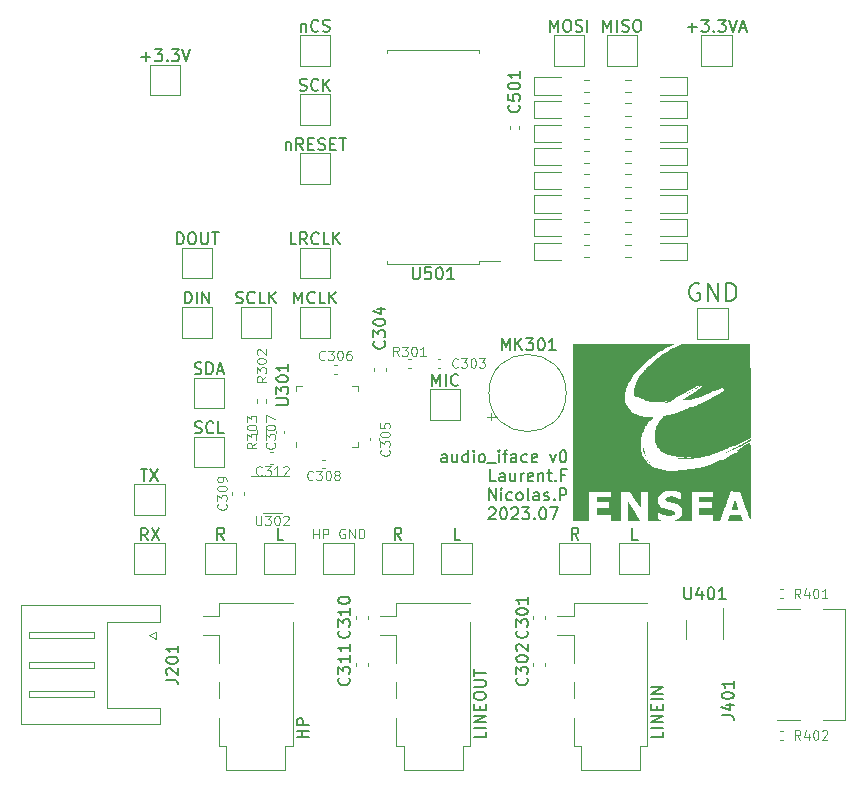
<source format=gbr>
%TF.GenerationSoftware,KiCad,Pcbnew,7.0.5-7.0.5~ubuntu22.04.1*%
%TF.CreationDate,2023-07-17T10:47:06+02:00*%
%TF.ProjectId,audio_iface,61756469-6f5f-4696-9661-63652e6b6963,rev?*%
%TF.SameCoordinates,Original*%
%TF.FileFunction,Legend,Top*%
%TF.FilePolarity,Positive*%
%FSLAX46Y46*%
G04 Gerber Fmt 4.6, Leading zero omitted, Abs format (unit mm)*
G04 Created by KiCad (PCBNEW 7.0.5-7.0.5~ubuntu22.04.1) date 2023-07-17 10:47:06*
%MOMM*%
%LPD*%
G01*
G04 APERTURE LIST*
%ADD10C,0.150000*%
%ADD11C,0.100000*%
%ADD12C,0.200000*%
%ADD13C,0.120000*%
G04 APERTURE END LIST*
D10*
X51147981Y-85859819D02*
X51147981Y-85336009D01*
X51147981Y-85336009D02*
X51100362Y-85240771D01*
X51100362Y-85240771D02*
X51005124Y-85193152D01*
X51005124Y-85193152D02*
X50814648Y-85193152D01*
X50814648Y-85193152D02*
X50719410Y-85240771D01*
X51147981Y-85812200D02*
X51052743Y-85859819D01*
X51052743Y-85859819D02*
X50814648Y-85859819D01*
X50814648Y-85859819D02*
X50719410Y-85812200D01*
X50719410Y-85812200D02*
X50671791Y-85716961D01*
X50671791Y-85716961D02*
X50671791Y-85621723D01*
X50671791Y-85621723D02*
X50719410Y-85526485D01*
X50719410Y-85526485D02*
X50814648Y-85478866D01*
X50814648Y-85478866D02*
X51052743Y-85478866D01*
X51052743Y-85478866D02*
X51147981Y-85431247D01*
X52052743Y-85193152D02*
X52052743Y-85859819D01*
X51624172Y-85193152D02*
X51624172Y-85716961D01*
X51624172Y-85716961D02*
X51671791Y-85812200D01*
X51671791Y-85812200D02*
X51767029Y-85859819D01*
X51767029Y-85859819D02*
X51909886Y-85859819D01*
X51909886Y-85859819D02*
X52005124Y-85812200D01*
X52005124Y-85812200D02*
X52052743Y-85764580D01*
X52957505Y-85859819D02*
X52957505Y-84859819D01*
X52957505Y-85812200D02*
X52862267Y-85859819D01*
X52862267Y-85859819D02*
X52671791Y-85859819D01*
X52671791Y-85859819D02*
X52576553Y-85812200D01*
X52576553Y-85812200D02*
X52528934Y-85764580D01*
X52528934Y-85764580D02*
X52481315Y-85669342D01*
X52481315Y-85669342D02*
X52481315Y-85383628D01*
X52481315Y-85383628D02*
X52528934Y-85288390D01*
X52528934Y-85288390D02*
X52576553Y-85240771D01*
X52576553Y-85240771D02*
X52671791Y-85193152D01*
X52671791Y-85193152D02*
X52862267Y-85193152D01*
X52862267Y-85193152D02*
X52957505Y-85240771D01*
X53433696Y-85859819D02*
X53433696Y-85193152D01*
X53433696Y-84859819D02*
X53386077Y-84907438D01*
X53386077Y-84907438D02*
X53433696Y-84955057D01*
X53433696Y-84955057D02*
X53481315Y-84907438D01*
X53481315Y-84907438D02*
X53433696Y-84859819D01*
X53433696Y-84859819D02*
X53433696Y-84955057D01*
X54052743Y-85859819D02*
X53957505Y-85812200D01*
X53957505Y-85812200D02*
X53909886Y-85764580D01*
X53909886Y-85764580D02*
X53862267Y-85669342D01*
X53862267Y-85669342D02*
X53862267Y-85383628D01*
X53862267Y-85383628D02*
X53909886Y-85288390D01*
X53909886Y-85288390D02*
X53957505Y-85240771D01*
X53957505Y-85240771D02*
X54052743Y-85193152D01*
X54052743Y-85193152D02*
X54195600Y-85193152D01*
X54195600Y-85193152D02*
X54290838Y-85240771D01*
X54290838Y-85240771D02*
X54338457Y-85288390D01*
X54338457Y-85288390D02*
X54386076Y-85383628D01*
X54386076Y-85383628D02*
X54386076Y-85669342D01*
X54386076Y-85669342D02*
X54338457Y-85764580D01*
X54338457Y-85764580D02*
X54290838Y-85812200D01*
X54290838Y-85812200D02*
X54195600Y-85859819D01*
X54195600Y-85859819D02*
X54052743Y-85859819D01*
X54576553Y-85955057D02*
X55338457Y-85955057D01*
X55576553Y-85859819D02*
X55576553Y-85193152D01*
X55576553Y-84859819D02*
X55528934Y-84907438D01*
X55528934Y-84907438D02*
X55576553Y-84955057D01*
X55576553Y-84955057D02*
X55624172Y-84907438D01*
X55624172Y-84907438D02*
X55576553Y-84859819D01*
X55576553Y-84859819D02*
X55576553Y-84955057D01*
X55909886Y-85193152D02*
X56290838Y-85193152D01*
X56052743Y-85859819D02*
X56052743Y-85002676D01*
X56052743Y-85002676D02*
X56100362Y-84907438D01*
X56100362Y-84907438D02*
X56195600Y-84859819D01*
X56195600Y-84859819D02*
X56290838Y-84859819D01*
X57052743Y-85859819D02*
X57052743Y-85336009D01*
X57052743Y-85336009D02*
X57005124Y-85240771D01*
X57005124Y-85240771D02*
X56909886Y-85193152D01*
X56909886Y-85193152D02*
X56719410Y-85193152D01*
X56719410Y-85193152D02*
X56624172Y-85240771D01*
X57052743Y-85812200D02*
X56957505Y-85859819D01*
X56957505Y-85859819D02*
X56719410Y-85859819D01*
X56719410Y-85859819D02*
X56624172Y-85812200D01*
X56624172Y-85812200D02*
X56576553Y-85716961D01*
X56576553Y-85716961D02*
X56576553Y-85621723D01*
X56576553Y-85621723D02*
X56624172Y-85526485D01*
X56624172Y-85526485D02*
X56719410Y-85478866D01*
X56719410Y-85478866D02*
X56957505Y-85478866D01*
X56957505Y-85478866D02*
X57052743Y-85431247D01*
X57957505Y-85812200D02*
X57862267Y-85859819D01*
X57862267Y-85859819D02*
X57671791Y-85859819D01*
X57671791Y-85859819D02*
X57576553Y-85812200D01*
X57576553Y-85812200D02*
X57528934Y-85764580D01*
X57528934Y-85764580D02*
X57481315Y-85669342D01*
X57481315Y-85669342D02*
X57481315Y-85383628D01*
X57481315Y-85383628D02*
X57528934Y-85288390D01*
X57528934Y-85288390D02*
X57576553Y-85240771D01*
X57576553Y-85240771D02*
X57671791Y-85193152D01*
X57671791Y-85193152D02*
X57862267Y-85193152D01*
X57862267Y-85193152D02*
X57957505Y-85240771D01*
X58767029Y-85812200D02*
X58671791Y-85859819D01*
X58671791Y-85859819D02*
X58481315Y-85859819D01*
X58481315Y-85859819D02*
X58386077Y-85812200D01*
X58386077Y-85812200D02*
X58338458Y-85716961D01*
X58338458Y-85716961D02*
X58338458Y-85336009D01*
X58338458Y-85336009D02*
X58386077Y-85240771D01*
X58386077Y-85240771D02*
X58481315Y-85193152D01*
X58481315Y-85193152D02*
X58671791Y-85193152D01*
X58671791Y-85193152D02*
X58767029Y-85240771D01*
X58767029Y-85240771D02*
X58814648Y-85336009D01*
X58814648Y-85336009D02*
X58814648Y-85431247D01*
X58814648Y-85431247D02*
X58338458Y-85526485D01*
X59909887Y-85193152D02*
X60147982Y-85859819D01*
X60147982Y-85859819D02*
X60386077Y-85193152D01*
X60957506Y-84859819D02*
X61052744Y-84859819D01*
X61052744Y-84859819D02*
X61147982Y-84907438D01*
X61147982Y-84907438D02*
X61195601Y-84955057D01*
X61195601Y-84955057D02*
X61243220Y-85050295D01*
X61243220Y-85050295D02*
X61290839Y-85240771D01*
X61290839Y-85240771D02*
X61290839Y-85478866D01*
X61290839Y-85478866D02*
X61243220Y-85669342D01*
X61243220Y-85669342D02*
X61195601Y-85764580D01*
X61195601Y-85764580D02*
X61147982Y-85812200D01*
X61147982Y-85812200D02*
X61052744Y-85859819D01*
X61052744Y-85859819D02*
X60957506Y-85859819D01*
X60957506Y-85859819D02*
X60862268Y-85812200D01*
X60862268Y-85812200D02*
X60814649Y-85764580D01*
X60814649Y-85764580D02*
X60767030Y-85669342D01*
X60767030Y-85669342D02*
X60719411Y-85478866D01*
X60719411Y-85478866D02*
X60719411Y-85240771D01*
X60719411Y-85240771D02*
X60767030Y-85050295D01*
X60767030Y-85050295D02*
X60814649Y-84955057D01*
X60814649Y-84955057D02*
X60862268Y-84907438D01*
X60862268Y-84907438D02*
X60957506Y-84859819D01*
X55290838Y-87469819D02*
X54814648Y-87469819D01*
X54814648Y-87469819D02*
X54814648Y-86469819D01*
X56052743Y-87469819D02*
X56052743Y-86946009D01*
X56052743Y-86946009D02*
X56005124Y-86850771D01*
X56005124Y-86850771D02*
X55909886Y-86803152D01*
X55909886Y-86803152D02*
X55719410Y-86803152D01*
X55719410Y-86803152D02*
X55624172Y-86850771D01*
X56052743Y-87422200D02*
X55957505Y-87469819D01*
X55957505Y-87469819D02*
X55719410Y-87469819D01*
X55719410Y-87469819D02*
X55624172Y-87422200D01*
X55624172Y-87422200D02*
X55576553Y-87326961D01*
X55576553Y-87326961D02*
X55576553Y-87231723D01*
X55576553Y-87231723D02*
X55624172Y-87136485D01*
X55624172Y-87136485D02*
X55719410Y-87088866D01*
X55719410Y-87088866D02*
X55957505Y-87088866D01*
X55957505Y-87088866D02*
X56052743Y-87041247D01*
X56957505Y-86803152D02*
X56957505Y-87469819D01*
X56528934Y-86803152D02*
X56528934Y-87326961D01*
X56528934Y-87326961D02*
X56576553Y-87422200D01*
X56576553Y-87422200D02*
X56671791Y-87469819D01*
X56671791Y-87469819D02*
X56814648Y-87469819D01*
X56814648Y-87469819D02*
X56909886Y-87422200D01*
X56909886Y-87422200D02*
X56957505Y-87374580D01*
X57433696Y-87469819D02*
X57433696Y-86803152D01*
X57433696Y-86993628D02*
X57481315Y-86898390D01*
X57481315Y-86898390D02*
X57528934Y-86850771D01*
X57528934Y-86850771D02*
X57624172Y-86803152D01*
X57624172Y-86803152D02*
X57719410Y-86803152D01*
X58433696Y-87422200D02*
X58338458Y-87469819D01*
X58338458Y-87469819D02*
X58147982Y-87469819D01*
X58147982Y-87469819D02*
X58052744Y-87422200D01*
X58052744Y-87422200D02*
X58005125Y-87326961D01*
X58005125Y-87326961D02*
X58005125Y-86946009D01*
X58005125Y-86946009D02*
X58052744Y-86850771D01*
X58052744Y-86850771D02*
X58147982Y-86803152D01*
X58147982Y-86803152D02*
X58338458Y-86803152D01*
X58338458Y-86803152D02*
X58433696Y-86850771D01*
X58433696Y-86850771D02*
X58481315Y-86946009D01*
X58481315Y-86946009D02*
X58481315Y-87041247D01*
X58481315Y-87041247D02*
X58005125Y-87136485D01*
X58909887Y-86803152D02*
X58909887Y-87469819D01*
X58909887Y-86898390D02*
X58957506Y-86850771D01*
X58957506Y-86850771D02*
X59052744Y-86803152D01*
X59052744Y-86803152D02*
X59195601Y-86803152D01*
X59195601Y-86803152D02*
X59290839Y-86850771D01*
X59290839Y-86850771D02*
X59338458Y-86946009D01*
X59338458Y-86946009D02*
X59338458Y-87469819D01*
X59671792Y-86803152D02*
X60052744Y-86803152D01*
X59814649Y-86469819D02*
X59814649Y-87326961D01*
X59814649Y-87326961D02*
X59862268Y-87422200D01*
X59862268Y-87422200D02*
X59957506Y-87469819D01*
X59957506Y-87469819D02*
X60052744Y-87469819D01*
X60386078Y-87374580D02*
X60433697Y-87422200D01*
X60433697Y-87422200D02*
X60386078Y-87469819D01*
X60386078Y-87469819D02*
X60338459Y-87422200D01*
X60338459Y-87422200D02*
X60386078Y-87374580D01*
X60386078Y-87374580D02*
X60386078Y-87469819D01*
X61195601Y-86946009D02*
X60862268Y-86946009D01*
X60862268Y-87469819D02*
X60862268Y-86469819D01*
X60862268Y-86469819D02*
X61338458Y-86469819D01*
X54719411Y-89079819D02*
X54719411Y-88079819D01*
X54719411Y-88079819D02*
X55290839Y-89079819D01*
X55290839Y-89079819D02*
X55290839Y-88079819D01*
X55767030Y-89079819D02*
X55767030Y-88413152D01*
X55767030Y-88079819D02*
X55719411Y-88127438D01*
X55719411Y-88127438D02*
X55767030Y-88175057D01*
X55767030Y-88175057D02*
X55814649Y-88127438D01*
X55814649Y-88127438D02*
X55767030Y-88079819D01*
X55767030Y-88079819D02*
X55767030Y-88175057D01*
X56671791Y-89032200D02*
X56576553Y-89079819D01*
X56576553Y-89079819D02*
X56386077Y-89079819D01*
X56386077Y-89079819D02*
X56290839Y-89032200D01*
X56290839Y-89032200D02*
X56243220Y-88984580D01*
X56243220Y-88984580D02*
X56195601Y-88889342D01*
X56195601Y-88889342D02*
X56195601Y-88603628D01*
X56195601Y-88603628D02*
X56243220Y-88508390D01*
X56243220Y-88508390D02*
X56290839Y-88460771D01*
X56290839Y-88460771D02*
X56386077Y-88413152D01*
X56386077Y-88413152D02*
X56576553Y-88413152D01*
X56576553Y-88413152D02*
X56671791Y-88460771D01*
X57243220Y-89079819D02*
X57147982Y-89032200D01*
X57147982Y-89032200D02*
X57100363Y-88984580D01*
X57100363Y-88984580D02*
X57052744Y-88889342D01*
X57052744Y-88889342D02*
X57052744Y-88603628D01*
X57052744Y-88603628D02*
X57100363Y-88508390D01*
X57100363Y-88508390D02*
X57147982Y-88460771D01*
X57147982Y-88460771D02*
X57243220Y-88413152D01*
X57243220Y-88413152D02*
X57386077Y-88413152D01*
X57386077Y-88413152D02*
X57481315Y-88460771D01*
X57481315Y-88460771D02*
X57528934Y-88508390D01*
X57528934Y-88508390D02*
X57576553Y-88603628D01*
X57576553Y-88603628D02*
X57576553Y-88889342D01*
X57576553Y-88889342D02*
X57528934Y-88984580D01*
X57528934Y-88984580D02*
X57481315Y-89032200D01*
X57481315Y-89032200D02*
X57386077Y-89079819D01*
X57386077Y-89079819D02*
X57243220Y-89079819D01*
X58147982Y-89079819D02*
X58052744Y-89032200D01*
X58052744Y-89032200D02*
X58005125Y-88936961D01*
X58005125Y-88936961D02*
X58005125Y-88079819D01*
X58957506Y-89079819D02*
X58957506Y-88556009D01*
X58957506Y-88556009D02*
X58909887Y-88460771D01*
X58909887Y-88460771D02*
X58814649Y-88413152D01*
X58814649Y-88413152D02*
X58624173Y-88413152D01*
X58624173Y-88413152D02*
X58528935Y-88460771D01*
X58957506Y-89032200D02*
X58862268Y-89079819D01*
X58862268Y-89079819D02*
X58624173Y-89079819D01*
X58624173Y-89079819D02*
X58528935Y-89032200D01*
X58528935Y-89032200D02*
X58481316Y-88936961D01*
X58481316Y-88936961D02*
X58481316Y-88841723D01*
X58481316Y-88841723D02*
X58528935Y-88746485D01*
X58528935Y-88746485D02*
X58624173Y-88698866D01*
X58624173Y-88698866D02*
X58862268Y-88698866D01*
X58862268Y-88698866D02*
X58957506Y-88651247D01*
X59386078Y-89032200D02*
X59481316Y-89079819D01*
X59481316Y-89079819D02*
X59671792Y-89079819D01*
X59671792Y-89079819D02*
X59767030Y-89032200D01*
X59767030Y-89032200D02*
X59814649Y-88936961D01*
X59814649Y-88936961D02*
X59814649Y-88889342D01*
X59814649Y-88889342D02*
X59767030Y-88794104D01*
X59767030Y-88794104D02*
X59671792Y-88746485D01*
X59671792Y-88746485D02*
X59528935Y-88746485D01*
X59528935Y-88746485D02*
X59433697Y-88698866D01*
X59433697Y-88698866D02*
X59386078Y-88603628D01*
X59386078Y-88603628D02*
X59386078Y-88556009D01*
X59386078Y-88556009D02*
X59433697Y-88460771D01*
X59433697Y-88460771D02*
X59528935Y-88413152D01*
X59528935Y-88413152D02*
X59671792Y-88413152D01*
X59671792Y-88413152D02*
X59767030Y-88460771D01*
X60243221Y-88984580D02*
X60290840Y-89032200D01*
X60290840Y-89032200D02*
X60243221Y-89079819D01*
X60243221Y-89079819D02*
X60195602Y-89032200D01*
X60195602Y-89032200D02*
X60243221Y-88984580D01*
X60243221Y-88984580D02*
X60243221Y-89079819D01*
X60719411Y-89079819D02*
X60719411Y-88079819D01*
X60719411Y-88079819D02*
X61100363Y-88079819D01*
X61100363Y-88079819D02*
X61195601Y-88127438D01*
X61195601Y-88127438D02*
X61243220Y-88175057D01*
X61243220Y-88175057D02*
X61290839Y-88270295D01*
X61290839Y-88270295D02*
X61290839Y-88413152D01*
X61290839Y-88413152D02*
X61243220Y-88508390D01*
X61243220Y-88508390D02*
X61195601Y-88556009D01*
X61195601Y-88556009D02*
X61100363Y-88603628D01*
X61100363Y-88603628D02*
X60719411Y-88603628D01*
X54719411Y-89785057D02*
X54767030Y-89737438D01*
X54767030Y-89737438D02*
X54862268Y-89689819D01*
X54862268Y-89689819D02*
X55100363Y-89689819D01*
X55100363Y-89689819D02*
X55195601Y-89737438D01*
X55195601Y-89737438D02*
X55243220Y-89785057D01*
X55243220Y-89785057D02*
X55290839Y-89880295D01*
X55290839Y-89880295D02*
X55290839Y-89975533D01*
X55290839Y-89975533D02*
X55243220Y-90118390D01*
X55243220Y-90118390D02*
X54671792Y-90689819D01*
X54671792Y-90689819D02*
X55290839Y-90689819D01*
X55909887Y-89689819D02*
X56005125Y-89689819D01*
X56005125Y-89689819D02*
X56100363Y-89737438D01*
X56100363Y-89737438D02*
X56147982Y-89785057D01*
X56147982Y-89785057D02*
X56195601Y-89880295D01*
X56195601Y-89880295D02*
X56243220Y-90070771D01*
X56243220Y-90070771D02*
X56243220Y-90308866D01*
X56243220Y-90308866D02*
X56195601Y-90499342D01*
X56195601Y-90499342D02*
X56147982Y-90594580D01*
X56147982Y-90594580D02*
X56100363Y-90642200D01*
X56100363Y-90642200D02*
X56005125Y-90689819D01*
X56005125Y-90689819D02*
X55909887Y-90689819D01*
X55909887Y-90689819D02*
X55814649Y-90642200D01*
X55814649Y-90642200D02*
X55767030Y-90594580D01*
X55767030Y-90594580D02*
X55719411Y-90499342D01*
X55719411Y-90499342D02*
X55671792Y-90308866D01*
X55671792Y-90308866D02*
X55671792Y-90070771D01*
X55671792Y-90070771D02*
X55719411Y-89880295D01*
X55719411Y-89880295D02*
X55767030Y-89785057D01*
X55767030Y-89785057D02*
X55814649Y-89737438D01*
X55814649Y-89737438D02*
X55909887Y-89689819D01*
X56624173Y-89785057D02*
X56671792Y-89737438D01*
X56671792Y-89737438D02*
X56767030Y-89689819D01*
X56767030Y-89689819D02*
X57005125Y-89689819D01*
X57005125Y-89689819D02*
X57100363Y-89737438D01*
X57100363Y-89737438D02*
X57147982Y-89785057D01*
X57147982Y-89785057D02*
X57195601Y-89880295D01*
X57195601Y-89880295D02*
X57195601Y-89975533D01*
X57195601Y-89975533D02*
X57147982Y-90118390D01*
X57147982Y-90118390D02*
X56576554Y-90689819D01*
X56576554Y-90689819D02*
X57195601Y-90689819D01*
X57528935Y-89689819D02*
X58147982Y-89689819D01*
X58147982Y-89689819D02*
X57814649Y-90070771D01*
X57814649Y-90070771D02*
X57957506Y-90070771D01*
X57957506Y-90070771D02*
X58052744Y-90118390D01*
X58052744Y-90118390D02*
X58100363Y-90166009D01*
X58100363Y-90166009D02*
X58147982Y-90261247D01*
X58147982Y-90261247D02*
X58147982Y-90499342D01*
X58147982Y-90499342D02*
X58100363Y-90594580D01*
X58100363Y-90594580D02*
X58052744Y-90642200D01*
X58052744Y-90642200D02*
X57957506Y-90689819D01*
X57957506Y-90689819D02*
X57671792Y-90689819D01*
X57671792Y-90689819D02*
X57576554Y-90642200D01*
X57576554Y-90642200D02*
X57528935Y-90594580D01*
X58576554Y-90594580D02*
X58624173Y-90642200D01*
X58624173Y-90642200D02*
X58576554Y-90689819D01*
X58576554Y-90689819D02*
X58528935Y-90642200D01*
X58528935Y-90642200D02*
X58576554Y-90594580D01*
X58576554Y-90594580D02*
X58576554Y-90689819D01*
X59243220Y-89689819D02*
X59338458Y-89689819D01*
X59338458Y-89689819D02*
X59433696Y-89737438D01*
X59433696Y-89737438D02*
X59481315Y-89785057D01*
X59481315Y-89785057D02*
X59528934Y-89880295D01*
X59528934Y-89880295D02*
X59576553Y-90070771D01*
X59576553Y-90070771D02*
X59576553Y-90308866D01*
X59576553Y-90308866D02*
X59528934Y-90499342D01*
X59528934Y-90499342D02*
X59481315Y-90594580D01*
X59481315Y-90594580D02*
X59433696Y-90642200D01*
X59433696Y-90642200D02*
X59338458Y-90689819D01*
X59338458Y-90689819D02*
X59243220Y-90689819D01*
X59243220Y-90689819D02*
X59147982Y-90642200D01*
X59147982Y-90642200D02*
X59100363Y-90594580D01*
X59100363Y-90594580D02*
X59052744Y-90499342D01*
X59052744Y-90499342D02*
X59005125Y-90308866D01*
X59005125Y-90308866D02*
X59005125Y-90070771D01*
X59005125Y-90070771D02*
X59052744Y-89880295D01*
X59052744Y-89880295D02*
X59100363Y-89785057D01*
X59100363Y-89785057D02*
X59147982Y-89737438D01*
X59147982Y-89737438D02*
X59243220Y-89689819D01*
X59909887Y-89689819D02*
X60576553Y-89689819D01*
X60576553Y-89689819D02*
X60147982Y-90689819D01*
D11*
%TO.C,U302*%
X35008571Y-90384895D02*
X35008571Y-91032514D01*
X35008571Y-91032514D02*
X35046666Y-91108704D01*
X35046666Y-91108704D02*
X35084761Y-91146800D01*
X35084761Y-91146800D02*
X35160952Y-91184895D01*
X35160952Y-91184895D02*
X35313333Y-91184895D01*
X35313333Y-91184895D02*
X35389523Y-91146800D01*
X35389523Y-91146800D02*
X35427618Y-91108704D01*
X35427618Y-91108704D02*
X35465714Y-91032514D01*
X35465714Y-91032514D02*
X35465714Y-90384895D01*
X35770475Y-90384895D02*
X36265713Y-90384895D01*
X36265713Y-90384895D02*
X35999047Y-90689657D01*
X35999047Y-90689657D02*
X36113332Y-90689657D01*
X36113332Y-90689657D02*
X36189523Y-90727752D01*
X36189523Y-90727752D02*
X36227618Y-90765847D01*
X36227618Y-90765847D02*
X36265713Y-90842038D01*
X36265713Y-90842038D02*
X36265713Y-91032514D01*
X36265713Y-91032514D02*
X36227618Y-91108704D01*
X36227618Y-91108704D02*
X36189523Y-91146800D01*
X36189523Y-91146800D02*
X36113332Y-91184895D01*
X36113332Y-91184895D02*
X35884761Y-91184895D01*
X35884761Y-91184895D02*
X35808570Y-91146800D01*
X35808570Y-91146800D02*
X35770475Y-91108704D01*
X36760952Y-90384895D02*
X36837142Y-90384895D01*
X36837142Y-90384895D02*
X36913333Y-90422990D01*
X36913333Y-90422990D02*
X36951428Y-90461085D01*
X36951428Y-90461085D02*
X36989523Y-90537276D01*
X36989523Y-90537276D02*
X37027618Y-90689657D01*
X37027618Y-90689657D02*
X37027618Y-90880133D01*
X37027618Y-90880133D02*
X36989523Y-91032514D01*
X36989523Y-91032514D02*
X36951428Y-91108704D01*
X36951428Y-91108704D02*
X36913333Y-91146800D01*
X36913333Y-91146800D02*
X36837142Y-91184895D01*
X36837142Y-91184895D02*
X36760952Y-91184895D01*
X36760952Y-91184895D02*
X36684761Y-91146800D01*
X36684761Y-91146800D02*
X36646666Y-91108704D01*
X36646666Y-91108704D02*
X36608571Y-91032514D01*
X36608571Y-91032514D02*
X36570475Y-90880133D01*
X36570475Y-90880133D02*
X36570475Y-90689657D01*
X36570475Y-90689657D02*
X36608571Y-90537276D01*
X36608571Y-90537276D02*
X36646666Y-90461085D01*
X36646666Y-90461085D02*
X36684761Y-90422990D01*
X36684761Y-90422990D02*
X36760952Y-90384895D01*
X37332380Y-90461085D02*
X37370476Y-90422990D01*
X37370476Y-90422990D02*
X37446666Y-90384895D01*
X37446666Y-90384895D02*
X37637142Y-90384895D01*
X37637142Y-90384895D02*
X37713333Y-90422990D01*
X37713333Y-90422990D02*
X37751428Y-90461085D01*
X37751428Y-90461085D02*
X37789523Y-90537276D01*
X37789523Y-90537276D02*
X37789523Y-90613466D01*
X37789523Y-90613466D02*
X37751428Y-90727752D01*
X37751428Y-90727752D02*
X37294285Y-91184895D01*
X37294285Y-91184895D02*
X37789523Y-91184895D01*
%TO.C,C309*%
X32468704Y-89385237D02*
X32506800Y-89423333D01*
X32506800Y-89423333D02*
X32544895Y-89537618D01*
X32544895Y-89537618D02*
X32544895Y-89613809D01*
X32544895Y-89613809D02*
X32506800Y-89728095D01*
X32506800Y-89728095D02*
X32430609Y-89804285D01*
X32430609Y-89804285D02*
X32354419Y-89842380D01*
X32354419Y-89842380D02*
X32202038Y-89880476D01*
X32202038Y-89880476D02*
X32087752Y-89880476D01*
X32087752Y-89880476D02*
X31935371Y-89842380D01*
X31935371Y-89842380D02*
X31859180Y-89804285D01*
X31859180Y-89804285D02*
X31782990Y-89728095D01*
X31782990Y-89728095D02*
X31744895Y-89613809D01*
X31744895Y-89613809D02*
X31744895Y-89537618D01*
X31744895Y-89537618D02*
X31782990Y-89423333D01*
X31782990Y-89423333D02*
X31821085Y-89385237D01*
X31744895Y-89118571D02*
X31744895Y-88623333D01*
X31744895Y-88623333D02*
X32049657Y-88889999D01*
X32049657Y-88889999D02*
X32049657Y-88775714D01*
X32049657Y-88775714D02*
X32087752Y-88699523D01*
X32087752Y-88699523D02*
X32125847Y-88661428D01*
X32125847Y-88661428D02*
X32202038Y-88623333D01*
X32202038Y-88623333D02*
X32392514Y-88623333D01*
X32392514Y-88623333D02*
X32468704Y-88661428D01*
X32468704Y-88661428D02*
X32506800Y-88699523D01*
X32506800Y-88699523D02*
X32544895Y-88775714D01*
X32544895Y-88775714D02*
X32544895Y-89004285D01*
X32544895Y-89004285D02*
X32506800Y-89080476D01*
X32506800Y-89080476D02*
X32468704Y-89118571D01*
X31744895Y-88128094D02*
X31744895Y-88051904D01*
X31744895Y-88051904D02*
X31782990Y-87975713D01*
X31782990Y-87975713D02*
X31821085Y-87937618D01*
X31821085Y-87937618D02*
X31897276Y-87899523D01*
X31897276Y-87899523D02*
X32049657Y-87861428D01*
X32049657Y-87861428D02*
X32240133Y-87861428D01*
X32240133Y-87861428D02*
X32392514Y-87899523D01*
X32392514Y-87899523D02*
X32468704Y-87937618D01*
X32468704Y-87937618D02*
X32506800Y-87975713D01*
X32506800Y-87975713D02*
X32544895Y-88051904D01*
X32544895Y-88051904D02*
X32544895Y-88128094D01*
X32544895Y-88128094D02*
X32506800Y-88204285D01*
X32506800Y-88204285D02*
X32468704Y-88242380D01*
X32468704Y-88242380D02*
X32392514Y-88280475D01*
X32392514Y-88280475D02*
X32240133Y-88318571D01*
X32240133Y-88318571D02*
X32049657Y-88318571D01*
X32049657Y-88318571D02*
X31897276Y-88280475D01*
X31897276Y-88280475D02*
X31821085Y-88242380D01*
X31821085Y-88242380D02*
X31782990Y-88204285D01*
X31782990Y-88204285D02*
X31744895Y-88128094D01*
X32544895Y-87480475D02*
X32544895Y-87328094D01*
X32544895Y-87328094D02*
X32506800Y-87251904D01*
X32506800Y-87251904D02*
X32468704Y-87213808D01*
X32468704Y-87213808D02*
X32354419Y-87137618D01*
X32354419Y-87137618D02*
X32202038Y-87099523D01*
X32202038Y-87099523D02*
X31897276Y-87099523D01*
X31897276Y-87099523D02*
X31821085Y-87137618D01*
X31821085Y-87137618D02*
X31782990Y-87175713D01*
X31782990Y-87175713D02*
X31744895Y-87251904D01*
X31744895Y-87251904D02*
X31744895Y-87404285D01*
X31744895Y-87404285D02*
X31782990Y-87480475D01*
X31782990Y-87480475D02*
X31821085Y-87518570D01*
X31821085Y-87518570D02*
X31897276Y-87556666D01*
X31897276Y-87556666D02*
X32087752Y-87556666D01*
X32087752Y-87556666D02*
X32163942Y-87518570D01*
X32163942Y-87518570D02*
X32202038Y-87480475D01*
X32202038Y-87480475D02*
X32240133Y-87404285D01*
X32240133Y-87404285D02*
X32240133Y-87251904D01*
X32240133Y-87251904D02*
X32202038Y-87175713D01*
X32202038Y-87175713D02*
X32163942Y-87137618D01*
X32163942Y-87137618D02*
X32087752Y-87099523D01*
%TO.C,C312*%
X35484762Y-86908704D02*
X35446666Y-86946800D01*
X35446666Y-86946800D02*
X35332381Y-86984895D01*
X35332381Y-86984895D02*
X35256190Y-86984895D01*
X35256190Y-86984895D02*
X35141904Y-86946800D01*
X35141904Y-86946800D02*
X35065714Y-86870609D01*
X35065714Y-86870609D02*
X35027619Y-86794419D01*
X35027619Y-86794419D02*
X34989523Y-86642038D01*
X34989523Y-86642038D02*
X34989523Y-86527752D01*
X34989523Y-86527752D02*
X35027619Y-86375371D01*
X35027619Y-86375371D02*
X35065714Y-86299180D01*
X35065714Y-86299180D02*
X35141904Y-86222990D01*
X35141904Y-86222990D02*
X35256190Y-86184895D01*
X35256190Y-86184895D02*
X35332381Y-86184895D01*
X35332381Y-86184895D02*
X35446666Y-86222990D01*
X35446666Y-86222990D02*
X35484762Y-86261085D01*
X35751428Y-86184895D02*
X36246666Y-86184895D01*
X36246666Y-86184895D02*
X35980000Y-86489657D01*
X35980000Y-86489657D02*
X36094285Y-86489657D01*
X36094285Y-86489657D02*
X36170476Y-86527752D01*
X36170476Y-86527752D02*
X36208571Y-86565847D01*
X36208571Y-86565847D02*
X36246666Y-86642038D01*
X36246666Y-86642038D02*
X36246666Y-86832514D01*
X36246666Y-86832514D02*
X36208571Y-86908704D01*
X36208571Y-86908704D02*
X36170476Y-86946800D01*
X36170476Y-86946800D02*
X36094285Y-86984895D01*
X36094285Y-86984895D02*
X35865714Y-86984895D01*
X35865714Y-86984895D02*
X35789523Y-86946800D01*
X35789523Y-86946800D02*
X35751428Y-86908704D01*
X37008571Y-86984895D02*
X36551428Y-86984895D01*
X36780000Y-86984895D02*
X36780000Y-86184895D01*
X36780000Y-86184895D02*
X36703809Y-86299180D01*
X36703809Y-86299180D02*
X36627619Y-86375371D01*
X36627619Y-86375371D02*
X36551428Y-86413466D01*
X37313333Y-86261085D02*
X37351429Y-86222990D01*
X37351429Y-86222990D02*
X37427619Y-86184895D01*
X37427619Y-86184895D02*
X37618095Y-86184895D01*
X37618095Y-86184895D02*
X37694286Y-86222990D01*
X37694286Y-86222990D02*
X37732381Y-86261085D01*
X37732381Y-86261085D02*
X37770476Y-86337276D01*
X37770476Y-86337276D02*
X37770476Y-86413466D01*
X37770476Y-86413466D02*
X37732381Y-86527752D01*
X37732381Y-86527752D02*
X37275238Y-86984895D01*
X37275238Y-86984895D02*
X37770476Y-86984895D01*
D10*
%TO.C,J302*%
X54454819Y-108687030D02*
X54454819Y-109163220D01*
X54454819Y-109163220D02*
X53454819Y-109163220D01*
X54454819Y-108353696D02*
X53454819Y-108353696D01*
X54454819Y-107877506D02*
X53454819Y-107877506D01*
X53454819Y-107877506D02*
X54454819Y-107306078D01*
X54454819Y-107306078D02*
X53454819Y-107306078D01*
X53931009Y-106829887D02*
X53931009Y-106496554D01*
X54454819Y-106353697D02*
X54454819Y-106829887D01*
X54454819Y-106829887D02*
X53454819Y-106829887D01*
X53454819Y-106829887D02*
X53454819Y-106353697D01*
X53454819Y-105734649D02*
X53454819Y-105544173D01*
X53454819Y-105544173D02*
X53502438Y-105448935D01*
X53502438Y-105448935D02*
X53597676Y-105353697D01*
X53597676Y-105353697D02*
X53788152Y-105306078D01*
X53788152Y-105306078D02*
X54121485Y-105306078D01*
X54121485Y-105306078D02*
X54311961Y-105353697D01*
X54311961Y-105353697D02*
X54407200Y-105448935D01*
X54407200Y-105448935D02*
X54454819Y-105544173D01*
X54454819Y-105544173D02*
X54454819Y-105734649D01*
X54454819Y-105734649D02*
X54407200Y-105829887D01*
X54407200Y-105829887D02*
X54311961Y-105925125D01*
X54311961Y-105925125D02*
X54121485Y-105972744D01*
X54121485Y-105972744D02*
X53788152Y-105972744D01*
X53788152Y-105972744D02*
X53597676Y-105925125D01*
X53597676Y-105925125D02*
X53502438Y-105829887D01*
X53502438Y-105829887D02*
X53454819Y-105734649D01*
X53454819Y-104877506D02*
X54264342Y-104877506D01*
X54264342Y-104877506D02*
X54359580Y-104829887D01*
X54359580Y-104829887D02*
X54407200Y-104782268D01*
X54407200Y-104782268D02*
X54454819Y-104687030D01*
X54454819Y-104687030D02*
X54454819Y-104496554D01*
X54454819Y-104496554D02*
X54407200Y-104401316D01*
X54407200Y-104401316D02*
X54359580Y-104353697D01*
X54359580Y-104353697D02*
X54264342Y-104306078D01*
X54264342Y-104306078D02*
X53454819Y-104306078D01*
X53454819Y-103972744D02*
X53454819Y-103401316D01*
X54454819Y-103687030D02*
X53454819Y-103687030D01*
%TO.C,TP102*%
X64428572Y-49404819D02*
X64428572Y-48404819D01*
X64428572Y-48404819D02*
X64761905Y-49119104D01*
X64761905Y-49119104D02*
X65095238Y-48404819D01*
X65095238Y-48404819D02*
X65095238Y-49404819D01*
X65571429Y-49404819D02*
X65571429Y-48404819D01*
X66000000Y-49357200D02*
X66142857Y-49404819D01*
X66142857Y-49404819D02*
X66380952Y-49404819D01*
X66380952Y-49404819D02*
X66476190Y-49357200D01*
X66476190Y-49357200D02*
X66523809Y-49309580D01*
X66523809Y-49309580D02*
X66571428Y-49214342D01*
X66571428Y-49214342D02*
X66571428Y-49119104D01*
X66571428Y-49119104D02*
X66523809Y-49023866D01*
X66523809Y-49023866D02*
X66476190Y-48976247D01*
X66476190Y-48976247D02*
X66380952Y-48928628D01*
X66380952Y-48928628D02*
X66190476Y-48881009D01*
X66190476Y-48881009D02*
X66095238Y-48833390D01*
X66095238Y-48833390D02*
X66047619Y-48785771D01*
X66047619Y-48785771D02*
X66000000Y-48690533D01*
X66000000Y-48690533D02*
X66000000Y-48595295D01*
X66000000Y-48595295D02*
X66047619Y-48500057D01*
X66047619Y-48500057D02*
X66095238Y-48452438D01*
X66095238Y-48452438D02*
X66190476Y-48404819D01*
X66190476Y-48404819D02*
X66428571Y-48404819D01*
X66428571Y-48404819D02*
X66571428Y-48452438D01*
X67190476Y-48404819D02*
X67380952Y-48404819D01*
X67380952Y-48404819D02*
X67476190Y-48452438D01*
X67476190Y-48452438D02*
X67571428Y-48547676D01*
X67571428Y-48547676D02*
X67619047Y-48738152D01*
X67619047Y-48738152D02*
X67619047Y-49071485D01*
X67619047Y-49071485D02*
X67571428Y-49261961D01*
X67571428Y-49261961D02*
X67476190Y-49357200D01*
X67476190Y-49357200D02*
X67380952Y-49404819D01*
X67380952Y-49404819D02*
X67190476Y-49404819D01*
X67190476Y-49404819D02*
X67095238Y-49357200D01*
X67095238Y-49357200D02*
X67000000Y-49261961D01*
X67000000Y-49261961D02*
X66952381Y-49071485D01*
X66952381Y-49071485D02*
X66952381Y-48738152D01*
X66952381Y-48738152D02*
X67000000Y-48547676D01*
X67000000Y-48547676D02*
X67095238Y-48452438D01*
X67095238Y-48452438D02*
X67190476Y-48404819D01*
%TO.C,TP301*%
X49928572Y-79404819D02*
X49928572Y-78404819D01*
X49928572Y-78404819D02*
X50261905Y-79119104D01*
X50261905Y-79119104D02*
X50595238Y-78404819D01*
X50595238Y-78404819D02*
X50595238Y-79404819D01*
X51071429Y-79404819D02*
X51071429Y-78404819D01*
X52119047Y-79309580D02*
X52071428Y-79357200D01*
X52071428Y-79357200D02*
X51928571Y-79404819D01*
X51928571Y-79404819D02*
X51833333Y-79404819D01*
X51833333Y-79404819D02*
X51690476Y-79357200D01*
X51690476Y-79357200D02*
X51595238Y-79261961D01*
X51595238Y-79261961D02*
X51547619Y-79166723D01*
X51547619Y-79166723D02*
X51500000Y-78976247D01*
X51500000Y-78976247D02*
X51500000Y-78833390D01*
X51500000Y-78833390D02*
X51547619Y-78642914D01*
X51547619Y-78642914D02*
X51595238Y-78547676D01*
X51595238Y-78547676D02*
X51690476Y-78452438D01*
X51690476Y-78452438D02*
X51833333Y-78404819D01*
X51833333Y-78404819D02*
X51928571Y-78404819D01*
X51928571Y-78404819D02*
X52071428Y-78452438D01*
X52071428Y-78452438D02*
X52119047Y-78500057D01*
D11*
%TO.C,R402*%
X81104762Y-109364895D02*
X80838095Y-108983942D01*
X80647619Y-109364895D02*
X80647619Y-108564895D01*
X80647619Y-108564895D02*
X80952381Y-108564895D01*
X80952381Y-108564895D02*
X81028571Y-108602990D01*
X81028571Y-108602990D02*
X81066666Y-108641085D01*
X81066666Y-108641085D02*
X81104762Y-108717276D01*
X81104762Y-108717276D02*
X81104762Y-108831561D01*
X81104762Y-108831561D02*
X81066666Y-108907752D01*
X81066666Y-108907752D02*
X81028571Y-108945847D01*
X81028571Y-108945847D02*
X80952381Y-108983942D01*
X80952381Y-108983942D02*
X80647619Y-108983942D01*
X81790476Y-108831561D02*
X81790476Y-109364895D01*
X81600000Y-108526800D02*
X81409523Y-109098228D01*
X81409523Y-109098228D02*
X81904762Y-109098228D01*
X82361905Y-108564895D02*
X82438095Y-108564895D01*
X82438095Y-108564895D02*
X82514286Y-108602990D01*
X82514286Y-108602990D02*
X82552381Y-108641085D01*
X82552381Y-108641085D02*
X82590476Y-108717276D01*
X82590476Y-108717276D02*
X82628571Y-108869657D01*
X82628571Y-108869657D02*
X82628571Y-109060133D01*
X82628571Y-109060133D02*
X82590476Y-109212514D01*
X82590476Y-109212514D02*
X82552381Y-109288704D01*
X82552381Y-109288704D02*
X82514286Y-109326800D01*
X82514286Y-109326800D02*
X82438095Y-109364895D01*
X82438095Y-109364895D02*
X82361905Y-109364895D01*
X82361905Y-109364895D02*
X82285714Y-109326800D01*
X82285714Y-109326800D02*
X82247619Y-109288704D01*
X82247619Y-109288704D02*
X82209524Y-109212514D01*
X82209524Y-109212514D02*
X82171428Y-109060133D01*
X82171428Y-109060133D02*
X82171428Y-108869657D01*
X82171428Y-108869657D02*
X82209524Y-108717276D01*
X82209524Y-108717276D02*
X82247619Y-108641085D01*
X82247619Y-108641085D02*
X82285714Y-108602990D01*
X82285714Y-108602990D02*
X82361905Y-108564895D01*
X82933333Y-108641085D02*
X82971429Y-108602990D01*
X82971429Y-108602990D02*
X83047619Y-108564895D01*
X83047619Y-108564895D02*
X83238095Y-108564895D01*
X83238095Y-108564895D02*
X83314286Y-108602990D01*
X83314286Y-108602990D02*
X83352381Y-108641085D01*
X83352381Y-108641085D02*
X83390476Y-108717276D01*
X83390476Y-108717276D02*
X83390476Y-108793466D01*
X83390476Y-108793466D02*
X83352381Y-108907752D01*
X83352381Y-108907752D02*
X82895238Y-109364895D01*
X82895238Y-109364895D02*
X83390476Y-109364895D01*
D10*
%TO.C,TP308*%
X37309523Y-92404819D02*
X36833333Y-92404819D01*
X36833333Y-92404819D02*
X36833333Y-91404819D01*
%TO.C,C310*%
X42859580Y-100119047D02*
X42907200Y-100166666D01*
X42907200Y-100166666D02*
X42954819Y-100309523D01*
X42954819Y-100309523D02*
X42954819Y-100404761D01*
X42954819Y-100404761D02*
X42907200Y-100547618D01*
X42907200Y-100547618D02*
X42811961Y-100642856D01*
X42811961Y-100642856D02*
X42716723Y-100690475D01*
X42716723Y-100690475D02*
X42526247Y-100738094D01*
X42526247Y-100738094D02*
X42383390Y-100738094D01*
X42383390Y-100738094D02*
X42192914Y-100690475D01*
X42192914Y-100690475D02*
X42097676Y-100642856D01*
X42097676Y-100642856D02*
X42002438Y-100547618D01*
X42002438Y-100547618D02*
X41954819Y-100404761D01*
X41954819Y-100404761D02*
X41954819Y-100309523D01*
X41954819Y-100309523D02*
X42002438Y-100166666D01*
X42002438Y-100166666D02*
X42050057Y-100119047D01*
X41954819Y-99785713D02*
X41954819Y-99166666D01*
X41954819Y-99166666D02*
X42335771Y-99499999D01*
X42335771Y-99499999D02*
X42335771Y-99357142D01*
X42335771Y-99357142D02*
X42383390Y-99261904D01*
X42383390Y-99261904D02*
X42431009Y-99214285D01*
X42431009Y-99214285D02*
X42526247Y-99166666D01*
X42526247Y-99166666D02*
X42764342Y-99166666D01*
X42764342Y-99166666D02*
X42859580Y-99214285D01*
X42859580Y-99214285D02*
X42907200Y-99261904D01*
X42907200Y-99261904D02*
X42954819Y-99357142D01*
X42954819Y-99357142D02*
X42954819Y-99642856D01*
X42954819Y-99642856D02*
X42907200Y-99738094D01*
X42907200Y-99738094D02*
X42859580Y-99785713D01*
X42954819Y-98214285D02*
X42954819Y-98785713D01*
X42954819Y-98499999D02*
X41954819Y-98499999D01*
X41954819Y-98499999D02*
X42097676Y-98595237D01*
X42097676Y-98595237D02*
X42192914Y-98690475D01*
X42192914Y-98690475D02*
X42240533Y-98785713D01*
X41954819Y-97595237D02*
X41954819Y-97499999D01*
X41954819Y-97499999D02*
X42002438Y-97404761D01*
X42002438Y-97404761D02*
X42050057Y-97357142D01*
X42050057Y-97357142D02*
X42145295Y-97309523D01*
X42145295Y-97309523D02*
X42335771Y-97261904D01*
X42335771Y-97261904D02*
X42573866Y-97261904D01*
X42573866Y-97261904D02*
X42764342Y-97309523D01*
X42764342Y-97309523D02*
X42859580Y-97357142D01*
X42859580Y-97357142D02*
X42907200Y-97404761D01*
X42907200Y-97404761D02*
X42954819Y-97499999D01*
X42954819Y-97499999D02*
X42954819Y-97595237D01*
X42954819Y-97595237D02*
X42907200Y-97690475D01*
X42907200Y-97690475D02*
X42859580Y-97738094D01*
X42859580Y-97738094D02*
X42764342Y-97785713D01*
X42764342Y-97785713D02*
X42573866Y-97833332D01*
X42573866Y-97833332D02*
X42335771Y-97833332D01*
X42335771Y-97833332D02*
X42145295Y-97785713D01*
X42145295Y-97785713D02*
X42050057Y-97738094D01*
X42050057Y-97738094D02*
X42002438Y-97690475D01*
X42002438Y-97690475D02*
X41954819Y-97595237D01*
%TO.C,TP202*%
X71571429Y-49023866D02*
X72333334Y-49023866D01*
X71952381Y-49404819D02*
X71952381Y-48642914D01*
X72714286Y-48404819D02*
X73333333Y-48404819D01*
X73333333Y-48404819D02*
X73000000Y-48785771D01*
X73000000Y-48785771D02*
X73142857Y-48785771D01*
X73142857Y-48785771D02*
X73238095Y-48833390D01*
X73238095Y-48833390D02*
X73285714Y-48881009D01*
X73285714Y-48881009D02*
X73333333Y-48976247D01*
X73333333Y-48976247D02*
X73333333Y-49214342D01*
X73333333Y-49214342D02*
X73285714Y-49309580D01*
X73285714Y-49309580D02*
X73238095Y-49357200D01*
X73238095Y-49357200D02*
X73142857Y-49404819D01*
X73142857Y-49404819D02*
X72857143Y-49404819D01*
X72857143Y-49404819D02*
X72761905Y-49357200D01*
X72761905Y-49357200D02*
X72714286Y-49309580D01*
X73761905Y-49309580D02*
X73809524Y-49357200D01*
X73809524Y-49357200D02*
X73761905Y-49404819D01*
X73761905Y-49404819D02*
X73714286Y-49357200D01*
X73714286Y-49357200D02*
X73761905Y-49309580D01*
X73761905Y-49309580D02*
X73761905Y-49404819D01*
X74142857Y-48404819D02*
X74761904Y-48404819D01*
X74761904Y-48404819D02*
X74428571Y-48785771D01*
X74428571Y-48785771D02*
X74571428Y-48785771D01*
X74571428Y-48785771D02*
X74666666Y-48833390D01*
X74666666Y-48833390D02*
X74714285Y-48881009D01*
X74714285Y-48881009D02*
X74761904Y-48976247D01*
X74761904Y-48976247D02*
X74761904Y-49214342D01*
X74761904Y-49214342D02*
X74714285Y-49309580D01*
X74714285Y-49309580D02*
X74666666Y-49357200D01*
X74666666Y-49357200D02*
X74571428Y-49404819D01*
X74571428Y-49404819D02*
X74285714Y-49404819D01*
X74285714Y-49404819D02*
X74190476Y-49357200D01*
X74190476Y-49357200D02*
X74142857Y-49309580D01*
X75047619Y-48404819D02*
X75380952Y-49404819D01*
X75380952Y-49404819D02*
X75714285Y-48404819D01*
X76000000Y-49119104D02*
X76476190Y-49119104D01*
X75904762Y-49404819D02*
X76238095Y-48404819D01*
X76238095Y-48404819D02*
X76571428Y-49404819D01*
%TO.C,TP204*%
X25238095Y-86454819D02*
X25809523Y-86454819D01*
X25523809Y-87454819D02*
X25523809Y-86454819D01*
X26047619Y-86454819D02*
X26714285Y-87454819D01*
X26714285Y-86454819D02*
X26047619Y-87454819D01*
%TO.C,J201*%
X27404819Y-104285714D02*
X28119104Y-104285714D01*
X28119104Y-104285714D02*
X28261961Y-104333333D01*
X28261961Y-104333333D02*
X28357200Y-104428571D01*
X28357200Y-104428571D02*
X28404819Y-104571428D01*
X28404819Y-104571428D02*
X28404819Y-104666666D01*
X27500057Y-103857142D02*
X27452438Y-103809523D01*
X27452438Y-103809523D02*
X27404819Y-103714285D01*
X27404819Y-103714285D02*
X27404819Y-103476190D01*
X27404819Y-103476190D02*
X27452438Y-103380952D01*
X27452438Y-103380952D02*
X27500057Y-103333333D01*
X27500057Y-103333333D02*
X27595295Y-103285714D01*
X27595295Y-103285714D02*
X27690533Y-103285714D01*
X27690533Y-103285714D02*
X27833390Y-103333333D01*
X27833390Y-103333333D02*
X28404819Y-103904761D01*
X28404819Y-103904761D02*
X28404819Y-103285714D01*
X27404819Y-102666666D02*
X27404819Y-102571428D01*
X27404819Y-102571428D02*
X27452438Y-102476190D01*
X27452438Y-102476190D02*
X27500057Y-102428571D01*
X27500057Y-102428571D02*
X27595295Y-102380952D01*
X27595295Y-102380952D02*
X27785771Y-102333333D01*
X27785771Y-102333333D02*
X28023866Y-102333333D01*
X28023866Y-102333333D02*
X28214342Y-102380952D01*
X28214342Y-102380952D02*
X28309580Y-102428571D01*
X28309580Y-102428571D02*
X28357200Y-102476190D01*
X28357200Y-102476190D02*
X28404819Y-102571428D01*
X28404819Y-102571428D02*
X28404819Y-102666666D01*
X28404819Y-102666666D02*
X28357200Y-102761904D01*
X28357200Y-102761904D02*
X28309580Y-102809523D01*
X28309580Y-102809523D02*
X28214342Y-102857142D01*
X28214342Y-102857142D02*
X28023866Y-102904761D01*
X28023866Y-102904761D02*
X27785771Y-102904761D01*
X27785771Y-102904761D02*
X27595295Y-102857142D01*
X27595295Y-102857142D02*
X27500057Y-102809523D01*
X27500057Y-102809523D02*
X27452438Y-102761904D01*
X27452438Y-102761904D02*
X27404819Y-102666666D01*
X28404819Y-101380952D02*
X28404819Y-101952380D01*
X28404819Y-101666666D02*
X27404819Y-101666666D01*
X27404819Y-101666666D02*
X27547676Y-101761904D01*
X27547676Y-101761904D02*
X27642914Y-101857142D01*
X27642914Y-101857142D02*
X27690533Y-101952380D01*
%TO.C,TP111*%
X29829524Y-83357200D02*
X29972381Y-83404819D01*
X29972381Y-83404819D02*
X30210476Y-83404819D01*
X30210476Y-83404819D02*
X30305714Y-83357200D01*
X30305714Y-83357200D02*
X30353333Y-83309580D01*
X30353333Y-83309580D02*
X30400952Y-83214342D01*
X30400952Y-83214342D02*
X30400952Y-83119104D01*
X30400952Y-83119104D02*
X30353333Y-83023866D01*
X30353333Y-83023866D02*
X30305714Y-82976247D01*
X30305714Y-82976247D02*
X30210476Y-82928628D01*
X30210476Y-82928628D02*
X30020000Y-82881009D01*
X30020000Y-82881009D02*
X29924762Y-82833390D01*
X29924762Y-82833390D02*
X29877143Y-82785771D01*
X29877143Y-82785771D02*
X29829524Y-82690533D01*
X29829524Y-82690533D02*
X29829524Y-82595295D01*
X29829524Y-82595295D02*
X29877143Y-82500057D01*
X29877143Y-82500057D02*
X29924762Y-82452438D01*
X29924762Y-82452438D02*
X30020000Y-82404819D01*
X30020000Y-82404819D02*
X30258095Y-82404819D01*
X30258095Y-82404819D02*
X30400952Y-82452438D01*
X31400952Y-83309580D02*
X31353333Y-83357200D01*
X31353333Y-83357200D02*
X31210476Y-83404819D01*
X31210476Y-83404819D02*
X31115238Y-83404819D01*
X31115238Y-83404819D02*
X30972381Y-83357200D01*
X30972381Y-83357200D02*
X30877143Y-83261961D01*
X30877143Y-83261961D02*
X30829524Y-83166723D01*
X30829524Y-83166723D02*
X30781905Y-82976247D01*
X30781905Y-82976247D02*
X30781905Y-82833390D01*
X30781905Y-82833390D02*
X30829524Y-82642914D01*
X30829524Y-82642914D02*
X30877143Y-82547676D01*
X30877143Y-82547676D02*
X30972381Y-82452438D01*
X30972381Y-82452438D02*
X31115238Y-82404819D01*
X31115238Y-82404819D02*
X31210476Y-82404819D01*
X31210476Y-82404819D02*
X31353333Y-82452438D01*
X31353333Y-82452438D02*
X31400952Y-82500057D01*
X32305714Y-83404819D02*
X31829524Y-83404819D01*
X31829524Y-83404819D02*
X31829524Y-82404819D01*
D11*
%TO.C,R301*%
X47104762Y-76864895D02*
X46838095Y-76483942D01*
X46647619Y-76864895D02*
X46647619Y-76064895D01*
X46647619Y-76064895D02*
X46952381Y-76064895D01*
X46952381Y-76064895D02*
X47028571Y-76102990D01*
X47028571Y-76102990D02*
X47066666Y-76141085D01*
X47066666Y-76141085D02*
X47104762Y-76217276D01*
X47104762Y-76217276D02*
X47104762Y-76331561D01*
X47104762Y-76331561D02*
X47066666Y-76407752D01*
X47066666Y-76407752D02*
X47028571Y-76445847D01*
X47028571Y-76445847D02*
X46952381Y-76483942D01*
X46952381Y-76483942D02*
X46647619Y-76483942D01*
X47371428Y-76064895D02*
X47866666Y-76064895D01*
X47866666Y-76064895D02*
X47600000Y-76369657D01*
X47600000Y-76369657D02*
X47714285Y-76369657D01*
X47714285Y-76369657D02*
X47790476Y-76407752D01*
X47790476Y-76407752D02*
X47828571Y-76445847D01*
X47828571Y-76445847D02*
X47866666Y-76522038D01*
X47866666Y-76522038D02*
X47866666Y-76712514D01*
X47866666Y-76712514D02*
X47828571Y-76788704D01*
X47828571Y-76788704D02*
X47790476Y-76826800D01*
X47790476Y-76826800D02*
X47714285Y-76864895D01*
X47714285Y-76864895D02*
X47485714Y-76864895D01*
X47485714Y-76864895D02*
X47409523Y-76826800D01*
X47409523Y-76826800D02*
X47371428Y-76788704D01*
X48361905Y-76064895D02*
X48438095Y-76064895D01*
X48438095Y-76064895D02*
X48514286Y-76102990D01*
X48514286Y-76102990D02*
X48552381Y-76141085D01*
X48552381Y-76141085D02*
X48590476Y-76217276D01*
X48590476Y-76217276D02*
X48628571Y-76369657D01*
X48628571Y-76369657D02*
X48628571Y-76560133D01*
X48628571Y-76560133D02*
X48590476Y-76712514D01*
X48590476Y-76712514D02*
X48552381Y-76788704D01*
X48552381Y-76788704D02*
X48514286Y-76826800D01*
X48514286Y-76826800D02*
X48438095Y-76864895D01*
X48438095Y-76864895D02*
X48361905Y-76864895D01*
X48361905Y-76864895D02*
X48285714Y-76826800D01*
X48285714Y-76826800D02*
X48247619Y-76788704D01*
X48247619Y-76788704D02*
X48209524Y-76712514D01*
X48209524Y-76712514D02*
X48171428Y-76560133D01*
X48171428Y-76560133D02*
X48171428Y-76369657D01*
X48171428Y-76369657D02*
X48209524Y-76217276D01*
X48209524Y-76217276D02*
X48247619Y-76141085D01*
X48247619Y-76141085D02*
X48285714Y-76102990D01*
X48285714Y-76102990D02*
X48361905Y-76064895D01*
X49390476Y-76864895D02*
X48933333Y-76864895D01*
X49161905Y-76864895D02*
X49161905Y-76064895D01*
X49161905Y-76064895D02*
X49085714Y-76179180D01*
X49085714Y-76179180D02*
X49009524Y-76255371D01*
X49009524Y-76255371D02*
X48933333Y-76293466D01*
D10*
%TO.C,TP112*%
X29805714Y-78357200D02*
X29948571Y-78404819D01*
X29948571Y-78404819D02*
X30186666Y-78404819D01*
X30186666Y-78404819D02*
X30281904Y-78357200D01*
X30281904Y-78357200D02*
X30329523Y-78309580D01*
X30329523Y-78309580D02*
X30377142Y-78214342D01*
X30377142Y-78214342D02*
X30377142Y-78119104D01*
X30377142Y-78119104D02*
X30329523Y-78023866D01*
X30329523Y-78023866D02*
X30281904Y-77976247D01*
X30281904Y-77976247D02*
X30186666Y-77928628D01*
X30186666Y-77928628D02*
X29996190Y-77881009D01*
X29996190Y-77881009D02*
X29900952Y-77833390D01*
X29900952Y-77833390D02*
X29853333Y-77785771D01*
X29853333Y-77785771D02*
X29805714Y-77690533D01*
X29805714Y-77690533D02*
X29805714Y-77595295D01*
X29805714Y-77595295D02*
X29853333Y-77500057D01*
X29853333Y-77500057D02*
X29900952Y-77452438D01*
X29900952Y-77452438D02*
X29996190Y-77404819D01*
X29996190Y-77404819D02*
X30234285Y-77404819D01*
X30234285Y-77404819D02*
X30377142Y-77452438D01*
X30805714Y-78404819D02*
X30805714Y-77404819D01*
X30805714Y-77404819D02*
X31043809Y-77404819D01*
X31043809Y-77404819D02*
X31186666Y-77452438D01*
X31186666Y-77452438D02*
X31281904Y-77547676D01*
X31281904Y-77547676D02*
X31329523Y-77642914D01*
X31329523Y-77642914D02*
X31377142Y-77833390D01*
X31377142Y-77833390D02*
X31377142Y-77976247D01*
X31377142Y-77976247D02*
X31329523Y-78166723D01*
X31329523Y-78166723D02*
X31281904Y-78261961D01*
X31281904Y-78261961D02*
X31186666Y-78357200D01*
X31186666Y-78357200D02*
X31043809Y-78404819D01*
X31043809Y-78404819D02*
X30805714Y-78404819D01*
X31758095Y-78119104D02*
X32234285Y-78119104D01*
X31662857Y-78404819D02*
X31996190Y-77404819D01*
X31996190Y-77404819D02*
X32329523Y-78404819D01*
D11*
%TO.C,C306*%
X40824762Y-77128704D02*
X40786666Y-77166800D01*
X40786666Y-77166800D02*
X40672381Y-77204895D01*
X40672381Y-77204895D02*
X40596190Y-77204895D01*
X40596190Y-77204895D02*
X40481904Y-77166800D01*
X40481904Y-77166800D02*
X40405714Y-77090609D01*
X40405714Y-77090609D02*
X40367619Y-77014419D01*
X40367619Y-77014419D02*
X40329523Y-76862038D01*
X40329523Y-76862038D02*
X40329523Y-76747752D01*
X40329523Y-76747752D02*
X40367619Y-76595371D01*
X40367619Y-76595371D02*
X40405714Y-76519180D01*
X40405714Y-76519180D02*
X40481904Y-76442990D01*
X40481904Y-76442990D02*
X40596190Y-76404895D01*
X40596190Y-76404895D02*
X40672381Y-76404895D01*
X40672381Y-76404895D02*
X40786666Y-76442990D01*
X40786666Y-76442990D02*
X40824762Y-76481085D01*
X41091428Y-76404895D02*
X41586666Y-76404895D01*
X41586666Y-76404895D02*
X41320000Y-76709657D01*
X41320000Y-76709657D02*
X41434285Y-76709657D01*
X41434285Y-76709657D02*
X41510476Y-76747752D01*
X41510476Y-76747752D02*
X41548571Y-76785847D01*
X41548571Y-76785847D02*
X41586666Y-76862038D01*
X41586666Y-76862038D02*
X41586666Y-77052514D01*
X41586666Y-77052514D02*
X41548571Y-77128704D01*
X41548571Y-77128704D02*
X41510476Y-77166800D01*
X41510476Y-77166800D02*
X41434285Y-77204895D01*
X41434285Y-77204895D02*
X41205714Y-77204895D01*
X41205714Y-77204895D02*
X41129523Y-77166800D01*
X41129523Y-77166800D02*
X41091428Y-77128704D01*
X42081905Y-76404895D02*
X42158095Y-76404895D01*
X42158095Y-76404895D02*
X42234286Y-76442990D01*
X42234286Y-76442990D02*
X42272381Y-76481085D01*
X42272381Y-76481085D02*
X42310476Y-76557276D01*
X42310476Y-76557276D02*
X42348571Y-76709657D01*
X42348571Y-76709657D02*
X42348571Y-76900133D01*
X42348571Y-76900133D02*
X42310476Y-77052514D01*
X42310476Y-77052514D02*
X42272381Y-77128704D01*
X42272381Y-77128704D02*
X42234286Y-77166800D01*
X42234286Y-77166800D02*
X42158095Y-77204895D01*
X42158095Y-77204895D02*
X42081905Y-77204895D01*
X42081905Y-77204895D02*
X42005714Y-77166800D01*
X42005714Y-77166800D02*
X41967619Y-77128704D01*
X41967619Y-77128704D02*
X41929524Y-77052514D01*
X41929524Y-77052514D02*
X41891428Y-76900133D01*
X41891428Y-76900133D02*
X41891428Y-76709657D01*
X41891428Y-76709657D02*
X41929524Y-76557276D01*
X41929524Y-76557276D02*
X41967619Y-76481085D01*
X41967619Y-76481085D02*
X42005714Y-76442990D01*
X42005714Y-76442990D02*
X42081905Y-76404895D01*
X43034286Y-76404895D02*
X42881905Y-76404895D01*
X42881905Y-76404895D02*
X42805714Y-76442990D01*
X42805714Y-76442990D02*
X42767619Y-76481085D01*
X42767619Y-76481085D02*
X42691429Y-76595371D01*
X42691429Y-76595371D02*
X42653333Y-76747752D01*
X42653333Y-76747752D02*
X42653333Y-77052514D01*
X42653333Y-77052514D02*
X42691429Y-77128704D01*
X42691429Y-77128704D02*
X42729524Y-77166800D01*
X42729524Y-77166800D02*
X42805714Y-77204895D01*
X42805714Y-77204895D02*
X42958095Y-77204895D01*
X42958095Y-77204895D02*
X43034286Y-77166800D01*
X43034286Y-77166800D02*
X43072381Y-77128704D01*
X43072381Y-77128704D02*
X43110476Y-77052514D01*
X43110476Y-77052514D02*
X43110476Y-76862038D01*
X43110476Y-76862038D02*
X43072381Y-76785847D01*
X43072381Y-76785847D02*
X43034286Y-76747752D01*
X43034286Y-76747752D02*
X42958095Y-76709657D01*
X42958095Y-76709657D02*
X42805714Y-76709657D01*
X42805714Y-76709657D02*
X42729524Y-76747752D01*
X42729524Y-76747752D02*
X42691429Y-76785847D01*
X42691429Y-76785847D02*
X42653333Y-76862038D01*
D10*
%TO.C,TP306*%
X32309523Y-92404819D02*
X31976190Y-91928628D01*
X31738095Y-92404819D02*
X31738095Y-91404819D01*
X31738095Y-91404819D02*
X32119047Y-91404819D01*
X32119047Y-91404819D02*
X32214285Y-91452438D01*
X32214285Y-91452438D02*
X32261904Y-91500057D01*
X32261904Y-91500057D02*
X32309523Y-91595295D01*
X32309523Y-91595295D02*
X32309523Y-91738152D01*
X32309523Y-91738152D02*
X32261904Y-91833390D01*
X32261904Y-91833390D02*
X32214285Y-91881009D01*
X32214285Y-91881009D02*
X32119047Y-91928628D01*
X32119047Y-91928628D02*
X31738095Y-91928628D01*
%TO.C,C501*%
X57259580Y-55619047D02*
X57307200Y-55666666D01*
X57307200Y-55666666D02*
X57354819Y-55809523D01*
X57354819Y-55809523D02*
X57354819Y-55904761D01*
X57354819Y-55904761D02*
X57307200Y-56047618D01*
X57307200Y-56047618D02*
X57211961Y-56142856D01*
X57211961Y-56142856D02*
X57116723Y-56190475D01*
X57116723Y-56190475D02*
X56926247Y-56238094D01*
X56926247Y-56238094D02*
X56783390Y-56238094D01*
X56783390Y-56238094D02*
X56592914Y-56190475D01*
X56592914Y-56190475D02*
X56497676Y-56142856D01*
X56497676Y-56142856D02*
X56402438Y-56047618D01*
X56402438Y-56047618D02*
X56354819Y-55904761D01*
X56354819Y-55904761D02*
X56354819Y-55809523D01*
X56354819Y-55809523D02*
X56402438Y-55666666D01*
X56402438Y-55666666D02*
X56450057Y-55619047D01*
X56354819Y-54714285D02*
X56354819Y-55190475D01*
X56354819Y-55190475D02*
X56831009Y-55238094D01*
X56831009Y-55238094D02*
X56783390Y-55190475D01*
X56783390Y-55190475D02*
X56735771Y-55095237D01*
X56735771Y-55095237D02*
X56735771Y-54857142D01*
X56735771Y-54857142D02*
X56783390Y-54761904D01*
X56783390Y-54761904D02*
X56831009Y-54714285D01*
X56831009Y-54714285D02*
X56926247Y-54666666D01*
X56926247Y-54666666D02*
X57164342Y-54666666D01*
X57164342Y-54666666D02*
X57259580Y-54714285D01*
X57259580Y-54714285D02*
X57307200Y-54761904D01*
X57307200Y-54761904D02*
X57354819Y-54857142D01*
X57354819Y-54857142D02*
X57354819Y-55095237D01*
X57354819Y-55095237D02*
X57307200Y-55190475D01*
X57307200Y-55190475D02*
X57259580Y-55238094D01*
X56354819Y-54047618D02*
X56354819Y-53952380D01*
X56354819Y-53952380D02*
X56402438Y-53857142D01*
X56402438Y-53857142D02*
X56450057Y-53809523D01*
X56450057Y-53809523D02*
X56545295Y-53761904D01*
X56545295Y-53761904D02*
X56735771Y-53714285D01*
X56735771Y-53714285D02*
X56973866Y-53714285D01*
X56973866Y-53714285D02*
X57164342Y-53761904D01*
X57164342Y-53761904D02*
X57259580Y-53809523D01*
X57259580Y-53809523D02*
X57307200Y-53857142D01*
X57307200Y-53857142D02*
X57354819Y-53952380D01*
X57354819Y-53952380D02*
X57354819Y-54047618D01*
X57354819Y-54047618D02*
X57307200Y-54142856D01*
X57307200Y-54142856D02*
X57259580Y-54190475D01*
X57259580Y-54190475D02*
X57164342Y-54238094D01*
X57164342Y-54238094D02*
X56973866Y-54285713D01*
X56973866Y-54285713D02*
X56735771Y-54285713D01*
X56735771Y-54285713D02*
X56545295Y-54238094D01*
X56545295Y-54238094D02*
X56450057Y-54190475D01*
X56450057Y-54190475D02*
X56402438Y-54142856D01*
X56402438Y-54142856D02*
X56354819Y-54047618D01*
X57354819Y-52761904D02*
X57354819Y-53333332D01*
X57354819Y-53047618D02*
X56354819Y-53047618D01*
X56354819Y-53047618D02*
X56497676Y-53142856D01*
X56497676Y-53142856D02*
X56592914Y-53238094D01*
X56592914Y-53238094D02*
X56640533Y-53333332D01*
%TO.C,C304*%
X45859580Y-75619047D02*
X45907200Y-75666666D01*
X45907200Y-75666666D02*
X45954819Y-75809523D01*
X45954819Y-75809523D02*
X45954819Y-75904761D01*
X45954819Y-75904761D02*
X45907200Y-76047618D01*
X45907200Y-76047618D02*
X45811961Y-76142856D01*
X45811961Y-76142856D02*
X45716723Y-76190475D01*
X45716723Y-76190475D02*
X45526247Y-76238094D01*
X45526247Y-76238094D02*
X45383390Y-76238094D01*
X45383390Y-76238094D02*
X45192914Y-76190475D01*
X45192914Y-76190475D02*
X45097676Y-76142856D01*
X45097676Y-76142856D02*
X45002438Y-76047618D01*
X45002438Y-76047618D02*
X44954819Y-75904761D01*
X44954819Y-75904761D02*
X44954819Y-75809523D01*
X44954819Y-75809523D02*
X45002438Y-75666666D01*
X45002438Y-75666666D02*
X45050057Y-75619047D01*
X44954819Y-75285713D02*
X44954819Y-74666666D01*
X44954819Y-74666666D02*
X45335771Y-74999999D01*
X45335771Y-74999999D02*
X45335771Y-74857142D01*
X45335771Y-74857142D02*
X45383390Y-74761904D01*
X45383390Y-74761904D02*
X45431009Y-74714285D01*
X45431009Y-74714285D02*
X45526247Y-74666666D01*
X45526247Y-74666666D02*
X45764342Y-74666666D01*
X45764342Y-74666666D02*
X45859580Y-74714285D01*
X45859580Y-74714285D02*
X45907200Y-74761904D01*
X45907200Y-74761904D02*
X45954819Y-74857142D01*
X45954819Y-74857142D02*
X45954819Y-75142856D01*
X45954819Y-75142856D02*
X45907200Y-75238094D01*
X45907200Y-75238094D02*
X45859580Y-75285713D01*
X44954819Y-74047618D02*
X44954819Y-73952380D01*
X44954819Y-73952380D02*
X45002438Y-73857142D01*
X45002438Y-73857142D02*
X45050057Y-73809523D01*
X45050057Y-73809523D02*
X45145295Y-73761904D01*
X45145295Y-73761904D02*
X45335771Y-73714285D01*
X45335771Y-73714285D02*
X45573866Y-73714285D01*
X45573866Y-73714285D02*
X45764342Y-73761904D01*
X45764342Y-73761904D02*
X45859580Y-73809523D01*
X45859580Y-73809523D02*
X45907200Y-73857142D01*
X45907200Y-73857142D02*
X45954819Y-73952380D01*
X45954819Y-73952380D02*
X45954819Y-74047618D01*
X45954819Y-74047618D02*
X45907200Y-74142856D01*
X45907200Y-74142856D02*
X45859580Y-74190475D01*
X45859580Y-74190475D02*
X45764342Y-74238094D01*
X45764342Y-74238094D02*
X45573866Y-74285713D01*
X45573866Y-74285713D02*
X45335771Y-74285713D01*
X45335771Y-74285713D02*
X45145295Y-74238094D01*
X45145295Y-74238094D02*
X45050057Y-74190475D01*
X45050057Y-74190475D02*
X45002438Y-74142856D01*
X45002438Y-74142856D02*
X44954819Y-74047618D01*
X45288152Y-72857142D02*
X45954819Y-72857142D01*
X44907200Y-73095237D02*
X45621485Y-73333332D01*
X45621485Y-73333332D02*
X45621485Y-72714285D01*
%TO.C,C301*%
X57929580Y-100119047D02*
X57977200Y-100166666D01*
X57977200Y-100166666D02*
X58024819Y-100309523D01*
X58024819Y-100309523D02*
X58024819Y-100404761D01*
X58024819Y-100404761D02*
X57977200Y-100547618D01*
X57977200Y-100547618D02*
X57881961Y-100642856D01*
X57881961Y-100642856D02*
X57786723Y-100690475D01*
X57786723Y-100690475D02*
X57596247Y-100738094D01*
X57596247Y-100738094D02*
X57453390Y-100738094D01*
X57453390Y-100738094D02*
X57262914Y-100690475D01*
X57262914Y-100690475D02*
X57167676Y-100642856D01*
X57167676Y-100642856D02*
X57072438Y-100547618D01*
X57072438Y-100547618D02*
X57024819Y-100404761D01*
X57024819Y-100404761D02*
X57024819Y-100309523D01*
X57024819Y-100309523D02*
X57072438Y-100166666D01*
X57072438Y-100166666D02*
X57120057Y-100119047D01*
X57024819Y-99785713D02*
X57024819Y-99166666D01*
X57024819Y-99166666D02*
X57405771Y-99499999D01*
X57405771Y-99499999D02*
X57405771Y-99357142D01*
X57405771Y-99357142D02*
X57453390Y-99261904D01*
X57453390Y-99261904D02*
X57501009Y-99214285D01*
X57501009Y-99214285D02*
X57596247Y-99166666D01*
X57596247Y-99166666D02*
X57834342Y-99166666D01*
X57834342Y-99166666D02*
X57929580Y-99214285D01*
X57929580Y-99214285D02*
X57977200Y-99261904D01*
X57977200Y-99261904D02*
X58024819Y-99357142D01*
X58024819Y-99357142D02*
X58024819Y-99642856D01*
X58024819Y-99642856D02*
X57977200Y-99738094D01*
X57977200Y-99738094D02*
X57929580Y-99785713D01*
X57024819Y-98547618D02*
X57024819Y-98452380D01*
X57024819Y-98452380D02*
X57072438Y-98357142D01*
X57072438Y-98357142D02*
X57120057Y-98309523D01*
X57120057Y-98309523D02*
X57215295Y-98261904D01*
X57215295Y-98261904D02*
X57405771Y-98214285D01*
X57405771Y-98214285D02*
X57643866Y-98214285D01*
X57643866Y-98214285D02*
X57834342Y-98261904D01*
X57834342Y-98261904D02*
X57929580Y-98309523D01*
X57929580Y-98309523D02*
X57977200Y-98357142D01*
X57977200Y-98357142D02*
X58024819Y-98452380D01*
X58024819Y-98452380D02*
X58024819Y-98547618D01*
X58024819Y-98547618D02*
X57977200Y-98642856D01*
X57977200Y-98642856D02*
X57929580Y-98690475D01*
X57929580Y-98690475D02*
X57834342Y-98738094D01*
X57834342Y-98738094D02*
X57643866Y-98785713D01*
X57643866Y-98785713D02*
X57405771Y-98785713D01*
X57405771Y-98785713D02*
X57215295Y-98738094D01*
X57215295Y-98738094D02*
X57120057Y-98690475D01*
X57120057Y-98690475D02*
X57072438Y-98642856D01*
X57072438Y-98642856D02*
X57024819Y-98547618D01*
X58024819Y-97261904D02*
X58024819Y-97833332D01*
X58024819Y-97547618D02*
X57024819Y-97547618D01*
X57024819Y-97547618D02*
X57167676Y-97642856D01*
X57167676Y-97642856D02*
X57262914Y-97738094D01*
X57262914Y-97738094D02*
X57310533Y-97833332D01*
%TO.C,TP106*%
X38261905Y-72404819D02*
X38261905Y-71404819D01*
X38261905Y-71404819D02*
X38595238Y-72119104D01*
X38595238Y-72119104D02*
X38928571Y-71404819D01*
X38928571Y-71404819D02*
X38928571Y-72404819D01*
X39976190Y-72309580D02*
X39928571Y-72357200D01*
X39928571Y-72357200D02*
X39785714Y-72404819D01*
X39785714Y-72404819D02*
X39690476Y-72404819D01*
X39690476Y-72404819D02*
X39547619Y-72357200D01*
X39547619Y-72357200D02*
X39452381Y-72261961D01*
X39452381Y-72261961D02*
X39404762Y-72166723D01*
X39404762Y-72166723D02*
X39357143Y-71976247D01*
X39357143Y-71976247D02*
X39357143Y-71833390D01*
X39357143Y-71833390D02*
X39404762Y-71642914D01*
X39404762Y-71642914D02*
X39452381Y-71547676D01*
X39452381Y-71547676D02*
X39547619Y-71452438D01*
X39547619Y-71452438D02*
X39690476Y-71404819D01*
X39690476Y-71404819D02*
X39785714Y-71404819D01*
X39785714Y-71404819D02*
X39928571Y-71452438D01*
X39928571Y-71452438D02*
X39976190Y-71500057D01*
X40880952Y-72404819D02*
X40404762Y-72404819D01*
X40404762Y-72404819D02*
X40404762Y-71404819D01*
X41214286Y-72404819D02*
X41214286Y-71404819D01*
X41785714Y-72404819D02*
X41357143Y-71833390D01*
X41785714Y-71404819D02*
X41214286Y-71976247D01*
D12*
%TO.C,TP205*%
X72537143Y-70774957D02*
X72394286Y-70703528D01*
X72394286Y-70703528D02*
X72180000Y-70703528D01*
X72180000Y-70703528D02*
X71965714Y-70774957D01*
X71965714Y-70774957D02*
X71822857Y-70917814D01*
X71822857Y-70917814D02*
X71751428Y-71060671D01*
X71751428Y-71060671D02*
X71680000Y-71346385D01*
X71680000Y-71346385D02*
X71680000Y-71560671D01*
X71680000Y-71560671D02*
X71751428Y-71846385D01*
X71751428Y-71846385D02*
X71822857Y-71989242D01*
X71822857Y-71989242D02*
X71965714Y-72132100D01*
X71965714Y-72132100D02*
X72180000Y-72203528D01*
X72180000Y-72203528D02*
X72322857Y-72203528D01*
X72322857Y-72203528D02*
X72537143Y-72132100D01*
X72537143Y-72132100D02*
X72608571Y-72060671D01*
X72608571Y-72060671D02*
X72608571Y-71560671D01*
X72608571Y-71560671D02*
X72322857Y-71560671D01*
X73251428Y-72203528D02*
X73251428Y-70703528D01*
X73251428Y-70703528D02*
X74108571Y-72203528D01*
X74108571Y-72203528D02*
X74108571Y-70703528D01*
X74822857Y-72203528D02*
X74822857Y-70703528D01*
X74822857Y-70703528D02*
X75180000Y-70703528D01*
X75180000Y-70703528D02*
X75394286Y-70774957D01*
X75394286Y-70774957D02*
X75537143Y-70917814D01*
X75537143Y-70917814D02*
X75608572Y-71060671D01*
X75608572Y-71060671D02*
X75680000Y-71346385D01*
X75680000Y-71346385D02*
X75680000Y-71560671D01*
X75680000Y-71560671D02*
X75608572Y-71846385D01*
X75608572Y-71846385D02*
X75537143Y-71989242D01*
X75537143Y-71989242D02*
X75394286Y-72132100D01*
X75394286Y-72132100D02*
X75180000Y-72203528D01*
X75180000Y-72203528D02*
X74822857Y-72203528D01*
D10*
%TO.C,TP305*%
X52309523Y-92404819D02*
X51833333Y-92404819D01*
X51833333Y-92404819D02*
X51833333Y-91404819D01*
%TO.C,J401*%
X74454819Y-107285714D02*
X75169104Y-107285714D01*
X75169104Y-107285714D02*
X75311961Y-107333333D01*
X75311961Y-107333333D02*
X75407200Y-107428571D01*
X75407200Y-107428571D02*
X75454819Y-107571428D01*
X75454819Y-107571428D02*
X75454819Y-107666666D01*
X74788152Y-106380952D02*
X75454819Y-106380952D01*
X74407200Y-106619047D02*
X75121485Y-106857142D01*
X75121485Y-106857142D02*
X75121485Y-106238095D01*
X74454819Y-105666666D02*
X74454819Y-105571428D01*
X74454819Y-105571428D02*
X74502438Y-105476190D01*
X74502438Y-105476190D02*
X74550057Y-105428571D01*
X74550057Y-105428571D02*
X74645295Y-105380952D01*
X74645295Y-105380952D02*
X74835771Y-105333333D01*
X74835771Y-105333333D02*
X75073866Y-105333333D01*
X75073866Y-105333333D02*
X75264342Y-105380952D01*
X75264342Y-105380952D02*
X75359580Y-105428571D01*
X75359580Y-105428571D02*
X75407200Y-105476190D01*
X75407200Y-105476190D02*
X75454819Y-105571428D01*
X75454819Y-105571428D02*
X75454819Y-105666666D01*
X75454819Y-105666666D02*
X75407200Y-105761904D01*
X75407200Y-105761904D02*
X75359580Y-105809523D01*
X75359580Y-105809523D02*
X75264342Y-105857142D01*
X75264342Y-105857142D02*
X75073866Y-105904761D01*
X75073866Y-105904761D02*
X74835771Y-105904761D01*
X74835771Y-105904761D02*
X74645295Y-105857142D01*
X74645295Y-105857142D02*
X74550057Y-105809523D01*
X74550057Y-105809523D02*
X74502438Y-105761904D01*
X74502438Y-105761904D02*
X74454819Y-105666666D01*
X75454819Y-104380952D02*
X75454819Y-104952380D01*
X75454819Y-104666666D02*
X74454819Y-104666666D01*
X74454819Y-104666666D02*
X74597676Y-104761904D01*
X74597676Y-104761904D02*
X74692914Y-104857142D01*
X74692914Y-104857142D02*
X74740533Y-104952380D01*
%TO.C,TP101*%
X37523809Y-58738152D02*
X37523809Y-59404819D01*
X37523809Y-58833390D02*
X37571428Y-58785771D01*
X37571428Y-58785771D02*
X37666666Y-58738152D01*
X37666666Y-58738152D02*
X37809523Y-58738152D01*
X37809523Y-58738152D02*
X37904761Y-58785771D01*
X37904761Y-58785771D02*
X37952380Y-58881009D01*
X37952380Y-58881009D02*
X37952380Y-59404819D01*
X38999999Y-59404819D02*
X38666666Y-58928628D01*
X38428571Y-59404819D02*
X38428571Y-58404819D01*
X38428571Y-58404819D02*
X38809523Y-58404819D01*
X38809523Y-58404819D02*
X38904761Y-58452438D01*
X38904761Y-58452438D02*
X38952380Y-58500057D01*
X38952380Y-58500057D02*
X38999999Y-58595295D01*
X38999999Y-58595295D02*
X38999999Y-58738152D01*
X38999999Y-58738152D02*
X38952380Y-58833390D01*
X38952380Y-58833390D02*
X38904761Y-58881009D01*
X38904761Y-58881009D02*
X38809523Y-58928628D01*
X38809523Y-58928628D02*
X38428571Y-58928628D01*
X39428571Y-58881009D02*
X39761904Y-58881009D01*
X39904761Y-59404819D02*
X39428571Y-59404819D01*
X39428571Y-59404819D02*
X39428571Y-58404819D01*
X39428571Y-58404819D02*
X39904761Y-58404819D01*
X40285714Y-59357200D02*
X40428571Y-59404819D01*
X40428571Y-59404819D02*
X40666666Y-59404819D01*
X40666666Y-59404819D02*
X40761904Y-59357200D01*
X40761904Y-59357200D02*
X40809523Y-59309580D01*
X40809523Y-59309580D02*
X40857142Y-59214342D01*
X40857142Y-59214342D02*
X40857142Y-59119104D01*
X40857142Y-59119104D02*
X40809523Y-59023866D01*
X40809523Y-59023866D02*
X40761904Y-58976247D01*
X40761904Y-58976247D02*
X40666666Y-58928628D01*
X40666666Y-58928628D02*
X40476190Y-58881009D01*
X40476190Y-58881009D02*
X40380952Y-58833390D01*
X40380952Y-58833390D02*
X40333333Y-58785771D01*
X40333333Y-58785771D02*
X40285714Y-58690533D01*
X40285714Y-58690533D02*
X40285714Y-58595295D01*
X40285714Y-58595295D02*
X40333333Y-58500057D01*
X40333333Y-58500057D02*
X40380952Y-58452438D01*
X40380952Y-58452438D02*
X40476190Y-58404819D01*
X40476190Y-58404819D02*
X40714285Y-58404819D01*
X40714285Y-58404819D02*
X40857142Y-58452438D01*
X41285714Y-58881009D02*
X41619047Y-58881009D01*
X41761904Y-59404819D02*
X41285714Y-59404819D01*
X41285714Y-59404819D02*
X41285714Y-58404819D01*
X41285714Y-58404819D02*
X41761904Y-58404819D01*
X42047619Y-58404819D02*
X42619047Y-58404819D01*
X42333333Y-59404819D02*
X42333333Y-58404819D01*
D11*
%TO.C,C305*%
X46268704Y-84815237D02*
X46306800Y-84853333D01*
X46306800Y-84853333D02*
X46344895Y-84967618D01*
X46344895Y-84967618D02*
X46344895Y-85043809D01*
X46344895Y-85043809D02*
X46306800Y-85158095D01*
X46306800Y-85158095D02*
X46230609Y-85234285D01*
X46230609Y-85234285D02*
X46154419Y-85272380D01*
X46154419Y-85272380D02*
X46002038Y-85310476D01*
X46002038Y-85310476D02*
X45887752Y-85310476D01*
X45887752Y-85310476D02*
X45735371Y-85272380D01*
X45735371Y-85272380D02*
X45659180Y-85234285D01*
X45659180Y-85234285D02*
X45582990Y-85158095D01*
X45582990Y-85158095D02*
X45544895Y-85043809D01*
X45544895Y-85043809D02*
X45544895Y-84967618D01*
X45544895Y-84967618D02*
X45582990Y-84853333D01*
X45582990Y-84853333D02*
X45621085Y-84815237D01*
X45544895Y-84548571D02*
X45544895Y-84053333D01*
X45544895Y-84053333D02*
X45849657Y-84319999D01*
X45849657Y-84319999D02*
X45849657Y-84205714D01*
X45849657Y-84205714D02*
X45887752Y-84129523D01*
X45887752Y-84129523D02*
X45925847Y-84091428D01*
X45925847Y-84091428D02*
X46002038Y-84053333D01*
X46002038Y-84053333D02*
X46192514Y-84053333D01*
X46192514Y-84053333D02*
X46268704Y-84091428D01*
X46268704Y-84091428D02*
X46306800Y-84129523D01*
X46306800Y-84129523D02*
X46344895Y-84205714D01*
X46344895Y-84205714D02*
X46344895Y-84434285D01*
X46344895Y-84434285D02*
X46306800Y-84510476D01*
X46306800Y-84510476D02*
X46268704Y-84548571D01*
X45544895Y-83558094D02*
X45544895Y-83481904D01*
X45544895Y-83481904D02*
X45582990Y-83405713D01*
X45582990Y-83405713D02*
X45621085Y-83367618D01*
X45621085Y-83367618D02*
X45697276Y-83329523D01*
X45697276Y-83329523D02*
X45849657Y-83291428D01*
X45849657Y-83291428D02*
X46040133Y-83291428D01*
X46040133Y-83291428D02*
X46192514Y-83329523D01*
X46192514Y-83329523D02*
X46268704Y-83367618D01*
X46268704Y-83367618D02*
X46306800Y-83405713D01*
X46306800Y-83405713D02*
X46344895Y-83481904D01*
X46344895Y-83481904D02*
X46344895Y-83558094D01*
X46344895Y-83558094D02*
X46306800Y-83634285D01*
X46306800Y-83634285D02*
X46268704Y-83672380D01*
X46268704Y-83672380D02*
X46192514Y-83710475D01*
X46192514Y-83710475D02*
X46040133Y-83748571D01*
X46040133Y-83748571D02*
X45849657Y-83748571D01*
X45849657Y-83748571D02*
X45697276Y-83710475D01*
X45697276Y-83710475D02*
X45621085Y-83672380D01*
X45621085Y-83672380D02*
X45582990Y-83634285D01*
X45582990Y-83634285D02*
X45544895Y-83558094D01*
X45544895Y-82567618D02*
X45544895Y-82948570D01*
X45544895Y-82948570D02*
X45925847Y-82986666D01*
X45925847Y-82986666D02*
X45887752Y-82948570D01*
X45887752Y-82948570D02*
X45849657Y-82872380D01*
X45849657Y-82872380D02*
X45849657Y-82681904D01*
X45849657Y-82681904D02*
X45887752Y-82605713D01*
X45887752Y-82605713D02*
X45925847Y-82567618D01*
X45925847Y-82567618D02*
X46002038Y-82529523D01*
X46002038Y-82529523D02*
X46192514Y-82529523D01*
X46192514Y-82529523D02*
X46268704Y-82567618D01*
X46268704Y-82567618D02*
X46306800Y-82605713D01*
X46306800Y-82605713D02*
X46344895Y-82681904D01*
X46344895Y-82681904D02*
X46344895Y-82872380D01*
X46344895Y-82872380D02*
X46306800Y-82948570D01*
X46306800Y-82948570D02*
X46268704Y-82986666D01*
D10*
%TO.C,TP107*%
X33309524Y-72357200D02*
X33452381Y-72404819D01*
X33452381Y-72404819D02*
X33690476Y-72404819D01*
X33690476Y-72404819D02*
X33785714Y-72357200D01*
X33785714Y-72357200D02*
X33833333Y-72309580D01*
X33833333Y-72309580D02*
X33880952Y-72214342D01*
X33880952Y-72214342D02*
X33880952Y-72119104D01*
X33880952Y-72119104D02*
X33833333Y-72023866D01*
X33833333Y-72023866D02*
X33785714Y-71976247D01*
X33785714Y-71976247D02*
X33690476Y-71928628D01*
X33690476Y-71928628D02*
X33500000Y-71881009D01*
X33500000Y-71881009D02*
X33404762Y-71833390D01*
X33404762Y-71833390D02*
X33357143Y-71785771D01*
X33357143Y-71785771D02*
X33309524Y-71690533D01*
X33309524Y-71690533D02*
X33309524Y-71595295D01*
X33309524Y-71595295D02*
X33357143Y-71500057D01*
X33357143Y-71500057D02*
X33404762Y-71452438D01*
X33404762Y-71452438D02*
X33500000Y-71404819D01*
X33500000Y-71404819D02*
X33738095Y-71404819D01*
X33738095Y-71404819D02*
X33880952Y-71452438D01*
X34880952Y-72309580D02*
X34833333Y-72357200D01*
X34833333Y-72357200D02*
X34690476Y-72404819D01*
X34690476Y-72404819D02*
X34595238Y-72404819D01*
X34595238Y-72404819D02*
X34452381Y-72357200D01*
X34452381Y-72357200D02*
X34357143Y-72261961D01*
X34357143Y-72261961D02*
X34309524Y-72166723D01*
X34309524Y-72166723D02*
X34261905Y-71976247D01*
X34261905Y-71976247D02*
X34261905Y-71833390D01*
X34261905Y-71833390D02*
X34309524Y-71642914D01*
X34309524Y-71642914D02*
X34357143Y-71547676D01*
X34357143Y-71547676D02*
X34452381Y-71452438D01*
X34452381Y-71452438D02*
X34595238Y-71404819D01*
X34595238Y-71404819D02*
X34690476Y-71404819D01*
X34690476Y-71404819D02*
X34833333Y-71452438D01*
X34833333Y-71452438D02*
X34880952Y-71500057D01*
X35785714Y-72404819D02*
X35309524Y-72404819D01*
X35309524Y-72404819D02*
X35309524Y-71404819D01*
X36119048Y-72404819D02*
X36119048Y-71404819D01*
X36690476Y-72404819D02*
X36261905Y-71833390D01*
X36690476Y-71404819D02*
X36119048Y-71976247D01*
%TO.C,TP104*%
X38714286Y-54357200D02*
X38857143Y-54404819D01*
X38857143Y-54404819D02*
X39095238Y-54404819D01*
X39095238Y-54404819D02*
X39190476Y-54357200D01*
X39190476Y-54357200D02*
X39238095Y-54309580D01*
X39238095Y-54309580D02*
X39285714Y-54214342D01*
X39285714Y-54214342D02*
X39285714Y-54119104D01*
X39285714Y-54119104D02*
X39238095Y-54023866D01*
X39238095Y-54023866D02*
X39190476Y-53976247D01*
X39190476Y-53976247D02*
X39095238Y-53928628D01*
X39095238Y-53928628D02*
X38904762Y-53881009D01*
X38904762Y-53881009D02*
X38809524Y-53833390D01*
X38809524Y-53833390D02*
X38761905Y-53785771D01*
X38761905Y-53785771D02*
X38714286Y-53690533D01*
X38714286Y-53690533D02*
X38714286Y-53595295D01*
X38714286Y-53595295D02*
X38761905Y-53500057D01*
X38761905Y-53500057D02*
X38809524Y-53452438D01*
X38809524Y-53452438D02*
X38904762Y-53404819D01*
X38904762Y-53404819D02*
X39142857Y-53404819D01*
X39142857Y-53404819D02*
X39285714Y-53452438D01*
X40285714Y-54309580D02*
X40238095Y-54357200D01*
X40238095Y-54357200D02*
X40095238Y-54404819D01*
X40095238Y-54404819D02*
X40000000Y-54404819D01*
X40000000Y-54404819D02*
X39857143Y-54357200D01*
X39857143Y-54357200D02*
X39761905Y-54261961D01*
X39761905Y-54261961D02*
X39714286Y-54166723D01*
X39714286Y-54166723D02*
X39666667Y-53976247D01*
X39666667Y-53976247D02*
X39666667Y-53833390D01*
X39666667Y-53833390D02*
X39714286Y-53642914D01*
X39714286Y-53642914D02*
X39761905Y-53547676D01*
X39761905Y-53547676D02*
X39857143Y-53452438D01*
X39857143Y-53452438D02*
X40000000Y-53404819D01*
X40000000Y-53404819D02*
X40095238Y-53404819D01*
X40095238Y-53404819D02*
X40238095Y-53452438D01*
X40238095Y-53452438D02*
X40285714Y-53500057D01*
X40714286Y-54404819D02*
X40714286Y-53404819D01*
X41285714Y-54404819D02*
X40857143Y-53833390D01*
X41285714Y-53404819D02*
X40714286Y-53976247D01*
D11*
%TO.C,C303*%
X52104762Y-77788704D02*
X52066666Y-77826800D01*
X52066666Y-77826800D02*
X51952381Y-77864895D01*
X51952381Y-77864895D02*
X51876190Y-77864895D01*
X51876190Y-77864895D02*
X51761904Y-77826800D01*
X51761904Y-77826800D02*
X51685714Y-77750609D01*
X51685714Y-77750609D02*
X51647619Y-77674419D01*
X51647619Y-77674419D02*
X51609523Y-77522038D01*
X51609523Y-77522038D02*
X51609523Y-77407752D01*
X51609523Y-77407752D02*
X51647619Y-77255371D01*
X51647619Y-77255371D02*
X51685714Y-77179180D01*
X51685714Y-77179180D02*
X51761904Y-77102990D01*
X51761904Y-77102990D02*
X51876190Y-77064895D01*
X51876190Y-77064895D02*
X51952381Y-77064895D01*
X51952381Y-77064895D02*
X52066666Y-77102990D01*
X52066666Y-77102990D02*
X52104762Y-77141085D01*
X52371428Y-77064895D02*
X52866666Y-77064895D01*
X52866666Y-77064895D02*
X52600000Y-77369657D01*
X52600000Y-77369657D02*
X52714285Y-77369657D01*
X52714285Y-77369657D02*
X52790476Y-77407752D01*
X52790476Y-77407752D02*
X52828571Y-77445847D01*
X52828571Y-77445847D02*
X52866666Y-77522038D01*
X52866666Y-77522038D02*
X52866666Y-77712514D01*
X52866666Y-77712514D02*
X52828571Y-77788704D01*
X52828571Y-77788704D02*
X52790476Y-77826800D01*
X52790476Y-77826800D02*
X52714285Y-77864895D01*
X52714285Y-77864895D02*
X52485714Y-77864895D01*
X52485714Y-77864895D02*
X52409523Y-77826800D01*
X52409523Y-77826800D02*
X52371428Y-77788704D01*
X53361905Y-77064895D02*
X53438095Y-77064895D01*
X53438095Y-77064895D02*
X53514286Y-77102990D01*
X53514286Y-77102990D02*
X53552381Y-77141085D01*
X53552381Y-77141085D02*
X53590476Y-77217276D01*
X53590476Y-77217276D02*
X53628571Y-77369657D01*
X53628571Y-77369657D02*
X53628571Y-77560133D01*
X53628571Y-77560133D02*
X53590476Y-77712514D01*
X53590476Y-77712514D02*
X53552381Y-77788704D01*
X53552381Y-77788704D02*
X53514286Y-77826800D01*
X53514286Y-77826800D02*
X53438095Y-77864895D01*
X53438095Y-77864895D02*
X53361905Y-77864895D01*
X53361905Y-77864895D02*
X53285714Y-77826800D01*
X53285714Y-77826800D02*
X53247619Y-77788704D01*
X53247619Y-77788704D02*
X53209524Y-77712514D01*
X53209524Y-77712514D02*
X53171428Y-77560133D01*
X53171428Y-77560133D02*
X53171428Y-77369657D01*
X53171428Y-77369657D02*
X53209524Y-77217276D01*
X53209524Y-77217276D02*
X53247619Y-77141085D01*
X53247619Y-77141085D02*
X53285714Y-77102990D01*
X53285714Y-77102990D02*
X53361905Y-77064895D01*
X53895238Y-77064895D02*
X54390476Y-77064895D01*
X54390476Y-77064895D02*
X54123810Y-77369657D01*
X54123810Y-77369657D02*
X54238095Y-77369657D01*
X54238095Y-77369657D02*
X54314286Y-77407752D01*
X54314286Y-77407752D02*
X54352381Y-77445847D01*
X54352381Y-77445847D02*
X54390476Y-77522038D01*
X54390476Y-77522038D02*
X54390476Y-77712514D01*
X54390476Y-77712514D02*
X54352381Y-77788704D01*
X54352381Y-77788704D02*
X54314286Y-77826800D01*
X54314286Y-77826800D02*
X54238095Y-77864895D01*
X54238095Y-77864895D02*
X54009524Y-77864895D01*
X54009524Y-77864895D02*
X53933333Y-77826800D01*
X53933333Y-77826800D02*
X53895238Y-77788704D01*
D10*
%TO.C,U401*%
X71285714Y-96454819D02*
X71285714Y-97264342D01*
X71285714Y-97264342D02*
X71333333Y-97359580D01*
X71333333Y-97359580D02*
X71380952Y-97407200D01*
X71380952Y-97407200D02*
X71476190Y-97454819D01*
X71476190Y-97454819D02*
X71666666Y-97454819D01*
X71666666Y-97454819D02*
X71761904Y-97407200D01*
X71761904Y-97407200D02*
X71809523Y-97359580D01*
X71809523Y-97359580D02*
X71857142Y-97264342D01*
X71857142Y-97264342D02*
X71857142Y-96454819D01*
X72761904Y-96788152D02*
X72761904Y-97454819D01*
X72523809Y-96407200D02*
X72285714Y-97121485D01*
X72285714Y-97121485D02*
X72904761Y-97121485D01*
X73476190Y-96454819D02*
X73571428Y-96454819D01*
X73571428Y-96454819D02*
X73666666Y-96502438D01*
X73666666Y-96502438D02*
X73714285Y-96550057D01*
X73714285Y-96550057D02*
X73761904Y-96645295D01*
X73761904Y-96645295D02*
X73809523Y-96835771D01*
X73809523Y-96835771D02*
X73809523Y-97073866D01*
X73809523Y-97073866D02*
X73761904Y-97264342D01*
X73761904Y-97264342D02*
X73714285Y-97359580D01*
X73714285Y-97359580D02*
X73666666Y-97407200D01*
X73666666Y-97407200D02*
X73571428Y-97454819D01*
X73571428Y-97454819D02*
X73476190Y-97454819D01*
X73476190Y-97454819D02*
X73380952Y-97407200D01*
X73380952Y-97407200D02*
X73333333Y-97359580D01*
X73333333Y-97359580D02*
X73285714Y-97264342D01*
X73285714Y-97264342D02*
X73238095Y-97073866D01*
X73238095Y-97073866D02*
X73238095Y-96835771D01*
X73238095Y-96835771D02*
X73285714Y-96645295D01*
X73285714Y-96645295D02*
X73333333Y-96550057D01*
X73333333Y-96550057D02*
X73380952Y-96502438D01*
X73380952Y-96502438D02*
X73476190Y-96454819D01*
X74761904Y-97454819D02*
X74190476Y-97454819D01*
X74476190Y-97454819D02*
X74476190Y-96454819D01*
X74476190Y-96454819D02*
X74380952Y-96597676D01*
X74380952Y-96597676D02*
X74285714Y-96692914D01*
X74285714Y-96692914D02*
X74190476Y-96740533D01*
%TO.C,J301*%
X69454819Y-108687030D02*
X69454819Y-109163220D01*
X69454819Y-109163220D02*
X68454819Y-109163220D01*
X69454819Y-108353696D02*
X68454819Y-108353696D01*
X69454819Y-107877506D02*
X68454819Y-107877506D01*
X68454819Y-107877506D02*
X69454819Y-107306078D01*
X69454819Y-107306078D02*
X68454819Y-107306078D01*
X68931009Y-106829887D02*
X68931009Y-106496554D01*
X69454819Y-106353697D02*
X69454819Y-106829887D01*
X69454819Y-106829887D02*
X68454819Y-106829887D01*
X68454819Y-106829887D02*
X68454819Y-106353697D01*
X69454819Y-105925125D02*
X68454819Y-105925125D01*
X69454819Y-105448935D02*
X68454819Y-105448935D01*
X68454819Y-105448935D02*
X69454819Y-104877507D01*
X69454819Y-104877507D02*
X68454819Y-104877507D01*
D11*
%TO.C,R303*%
X35044895Y-84215237D02*
X34663942Y-84481904D01*
X35044895Y-84672380D02*
X34244895Y-84672380D01*
X34244895Y-84672380D02*
X34244895Y-84367618D01*
X34244895Y-84367618D02*
X34282990Y-84291428D01*
X34282990Y-84291428D02*
X34321085Y-84253333D01*
X34321085Y-84253333D02*
X34397276Y-84215237D01*
X34397276Y-84215237D02*
X34511561Y-84215237D01*
X34511561Y-84215237D02*
X34587752Y-84253333D01*
X34587752Y-84253333D02*
X34625847Y-84291428D01*
X34625847Y-84291428D02*
X34663942Y-84367618D01*
X34663942Y-84367618D02*
X34663942Y-84672380D01*
X34244895Y-83948571D02*
X34244895Y-83453333D01*
X34244895Y-83453333D02*
X34549657Y-83719999D01*
X34549657Y-83719999D02*
X34549657Y-83605714D01*
X34549657Y-83605714D02*
X34587752Y-83529523D01*
X34587752Y-83529523D02*
X34625847Y-83491428D01*
X34625847Y-83491428D02*
X34702038Y-83453333D01*
X34702038Y-83453333D02*
X34892514Y-83453333D01*
X34892514Y-83453333D02*
X34968704Y-83491428D01*
X34968704Y-83491428D02*
X35006800Y-83529523D01*
X35006800Y-83529523D02*
X35044895Y-83605714D01*
X35044895Y-83605714D02*
X35044895Y-83834285D01*
X35044895Y-83834285D02*
X35006800Y-83910476D01*
X35006800Y-83910476D02*
X34968704Y-83948571D01*
X34244895Y-82958094D02*
X34244895Y-82881904D01*
X34244895Y-82881904D02*
X34282990Y-82805713D01*
X34282990Y-82805713D02*
X34321085Y-82767618D01*
X34321085Y-82767618D02*
X34397276Y-82729523D01*
X34397276Y-82729523D02*
X34549657Y-82691428D01*
X34549657Y-82691428D02*
X34740133Y-82691428D01*
X34740133Y-82691428D02*
X34892514Y-82729523D01*
X34892514Y-82729523D02*
X34968704Y-82767618D01*
X34968704Y-82767618D02*
X35006800Y-82805713D01*
X35006800Y-82805713D02*
X35044895Y-82881904D01*
X35044895Y-82881904D02*
X35044895Y-82958094D01*
X35044895Y-82958094D02*
X35006800Y-83034285D01*
X35006800Y-83034285D02*
X34968704Y-83072380D01*
X34968704Y-83072380D02*
X34892514Y-83110475D01*
X34892514Y-83110475D02*
X34740133Y-83148571D01*
X34740133Y-83148571D02*
X34549657Y-83148571D01*
X34549657Y-83148571D02*
X34397276Y-83110475D01*
X34397276Y-83110475D02*
X34321085Y-83072380D01*
X34321085Y-83072380D02*
X34282990Y-83034285D01*
X34282990Y-83034285D02*
X34244895Y-82958094D01*
X34244895Y-82424761D02*
X34244895Y-81929523D01*
X34244895Y-81929523D02*
X34549657Y-82196189D01*
X34549657Y-82196189D02*
X34549657Y-82081904D01*
X34549657Y-82081904D02*
X34587752Y-82005713D01*
X34587752Y-82005713D02*
X34625847Y-81967618D01*
X34625847Y-81967618D02*
X34702038Y-81929523D01*
X34702038Y-81929523D02*
X34892514Y-81929523D01*
X34892514Y-81929523D02*
X34968704Y-81967618D01*
X34968704Y-81967618D02*
X35006800Y-82005713D01*
X35006800Y-82005713D02*
X35044895Y-82081904D01*
X35044895Y-82081904D02*
X35044895Y-82310475D01*
X35044895Y-82310475D02*
X35006800Y-82386666D01*
X35006800Y-82386666D02*
X34968704Y-82424761D01*
D10*
%TO.C,TP304*%
X47309523Y-92404819D02*
X46976190Y-91928628D01*
X46738095Y-92404819D02*
X46738095Y-91404819D01*
X46738095Y-91404819D02*
X47119047Y-91404819D01*
X47119047Y-91404819D02*
X47214285Y-91452438D01*
X47214285Y-91452438D02*
X47261904Y-91500057D01*
X47261904Y-91500057D02*
X47309523Y-91595295D01*
X47309523Y-91595295D02*
X47309523Y-91738152D01*
X47309523Y-91738152D02*
X47261904Y-91833390D01*
X47261904Y-91833390D02*
X47214285Y-91881009D01*
X47214285Y-91881009D02*
X47119047Y-91928628D01*
X47119047Y-91928628D02*
X46738095Y-91928628D01*
%TO.C,U501*%
X48285714Y-69354819D02*
X48285714Y-70164342D01*
X48285714Y-70164342D02*
X48333333Y-70259580D01*
X48333333Y-70259580D02*
X48380952Y-70307200D01*
X48380952Y-70307200D02*
X48476190Y-70354819D01*
X48476190Y-70354819D02*
X48666666Y-70354819D01*
X48666666Y-70354819D02*
X48761904Y-70307200D01*
X48761904Y-70307200D02*
X48809523Y-70259580D01*
X48809523Y-70259580D02*
X48857142Y-70164342D01*
X48857142Y-70164342D02*
X48857142Y-69354819D01*
X49809523Y-69354819D02*
X49333333Y-69354819D01*
X49333333Y-69354819D02*
X49285714Y-69831009D01*
X49285714Y-69831009D02*
X49333333Y-69783390D01*
X49333333Y-69783390D02*
X49428571Y-69735771D01*
X49428571Y-69735771D02*
X49666666Y-69735771D01*
X49666666Y-69735771D02*
X49761904Y-69783390D01*
X49761904Y-69783390D02*
X49809523Y-69831009D01*
X49809523Y-69831009D02*
X49857142Y-69926247D01*
X49857142Y-69926247D02*
X49857142Y-70164342D01*
X49857142Y-70164342D02*
X49809523Y-70259580D01*
X49809523Y-70259580D02*
X49761904Y-70307200D01*
X49761904Y-70307200D02*
X49666666Y-70354819D01*
X49666666Y-70354819D02*
X49428571Y-70354819D01*
X49428571Y-70354819D02*
X49333333Y-70307200D01*
X49333333Y-70307200D02*
X49285714Y-70259580D01*
X50476190Y-69354819D02*
X50571428Y-69354819D01*
X50571428Y-69354819D02*
X50666666Y-69402438D01*
X50666666Y-69402438D02*
X50714285Y-69450057D01*
X50714285Y-69450057D02*
X50761904Y-69545295D01*
X50761904Y-69545295D02*
X50809523Y-69735771D01*
X50809523Y-69735771D02*
X50809523Y-69973866D01*
X50809523Y-69973866D02*
X50761904Y-70164342D01*
X50761904Y-70164342D02*
X50714285Y-70259580D01*
X50714285Y-70259580D02*
X50666666Y-70307200D01*
X50666666Y-70307200D02*
X50571428Y-70354819D01*
X50571428Y-70354819D02*
X50476190Y-70354819D01*
X50476190Y-70354819D02*
X50380952Y-70307200D01*
X50380952Y-70307200D02*
X50333333Y-70259580D01*
X50333333Y-70259580D02*
X50285714Y-70164342D01*
X50285714Y-70164342D02*
X50238095Y-69973866D01*
X50238095Y-69973866D02*
X50238095Y-69735771D01*
X50238095Y-69735771D02*
X50285714Y-69545295D01*
X50285714Y-69545295D02*
X50333333Y-69450057D01*
X50333333Y-69450057D02*
X50380952Y-69402438D01*
X50380952Y-69402438D02*
X50476190Y-69354819D01*
X51761904Y-70354819D02*
X51190476Y-70354819D01*
X51476190Y-70354819D02*
X51476190Y-69354819D01*
X51476190Y-69354819D02*
X51380952Y-69497676D01*
X51380952Y-69497676D02*
X51285714Y-69592914D01*
X51285714Y-69592914D02*
X51190476Y-69640533D01*
%TO.C,TP201*%
X25300000Y-51523866D02*
X26061905Y-51523866D01*
X25680952Y-51904819D02*
X25680952Y-51142914D01*
X26442857Y-50904819D02*
X27061904Y-50904819D01*
X27061904Y-50904819D02*
X26728571Y-51285771D01*
X26728571Y-51285771D02*
X26871428Y-51285771D01*
X26871428Y-51285771D02*
X26966666Y-51333390D01*
X26966666Y-51333390D02*
X27014285Y-51381009D01*
X27014285Y-51381009D02*
X27061904Y-51476247D01*
X27061904Y-51476247D02*
X27061904Y-51714342D01*
X27061904Y-51714342D02*
X27014285Y-51809580D01*
X27014285Y-51809580D02*
X26966666Y-51857200D01*
X26966666Y-51857200D02*
X26871428Y-51904819D01*
X26871428Y-51904819D02*
X26585714Y-51904819D01*
X26585714Y-51904819D02*
X26490476Y-51857200D01*
X26490476Y-51857200D02*
X26442857Y-51809580D01*
X27490476Y-51809580D02*
X27538095Y-51857200D01*
X27538095Y-51857200D02*
X27490476Y-51904819D01*
X27490476Y-51904819D02*
X27442857Y-51857200D01*
X27442857Y-51857200D02*
X27490476Y-51809580D01*
X27490476Y-51809580D02*
X27490476Y-51904819D01*
X27871428Y-50904819D02*
X28490475Y-50904819D01*
X28490475Y-50904819D02*
X28157142Y-51285771D01*
X28157142Y-51285771D02*
X28299999Y-51285771D01*
X28299999Y-51285771D02*
X28395237Y-51333390D01*
X28395237Y-51333390D02*
X28442856Y-51381009D01*
X28442856Y-51381009D02*
X28490475Y-51476247D01*
X28490475Y-51476247D02*
X28490475Y-51714342D01*
X28490475Y-51714342D02*
X28442856Y-51809580D01*
X28442856Y-51809580D02*
X28395237Y-51857200D01*
X28395237Y-51857200D02*
X28299999Y-51904819D01*
X28299999Y-51904819D02*
X28014285Y-51904819D01*
X28014285Y-51904819D02*
X27919047Y-51857200D01*
X27919047Y-51857200D02*
X27871428Y-51809580D01*
X28776190Y-50904819D02*
X29109523Y-51904819D01*
X29109523Y-51904819D02*
X29442856Y-50904819D01*
%TO.C,TP109*%
X28976191Y-72404819D02*
X28976191Y-71404819D01*
X28976191Y-71404819D02*
X29214286Y-71404819D01*
X29214286Y-71404819D02*
X29357143Y-71452438D01*
X29357143Y-71452438D02*
X29452381Y-71547676D01*
X29452381Y-71547676D02*
X29500000Y-71642914D01*
X29500000Y-71642914D02*
X29547619Y-71833390D01*
X29547619Y-71833390D02*
X29547619Y-71976247D01*
X29547619Y-71976247D02*
X29500000Y-72166723D01*
X29500000Y-72166723D02*
X29452381Y-72261961D01*
X29452381Y-72261961D02*
X29357143Y-72357200D01*
X29357143Y-72357200D02*
X29214286Y-72404819D01*
X29214286Y-72404819D02*
X28976191Y-72404819D01*
X29976191Y-72404819D02*
X29976191Y-71404819D01*
X30452381Y-72404819D02*
X30452381Y-71404819D01*
X30452381Y-71404819D02*
X31023809Y-72404819D01*
X31023809Y-72404819D02*
X31023809Y-71404819D01*
%TO.C,TP203*%
X25833333Y-92454819D02*
X25500000Y-91978628D01*
X25261905Y-92454819D02*
X25261905Y-91454819D01*
X25261905Y-91454819D02*
X25642857Y-91454819D01*
X25642857Y-91454819D02*
X25738095Y-91502438D01*
X25738095Y-91502438D02*
X25785714Y-91550057D01*
X25785714Y-91550057D02*
X25833333Y-91645295D01*
X25833333Y-91645295D02*
X25833333Y-91788152D01*
X25833333Y-91788152D02*
X25785714Y-91883390D01*
X25785714Y-91883390D02*
X25738095Y-91931009D01*
X25738095Y-91931009D02*
X25642857Y-91978628D01*
X25642857Y-91978628D02*
X25261905Y-91978628D01*
X26166667Y-91454819D02*
X26833333Y-92454819D01*
X26833333Y-91454819D02*
X26166667Y-92454819D01*
%TO.C,U301*%
X36734819Y-81034285D02*
X37544342Y-81034285D01*
X37544342Y-81034285D02*
X37639580Y-80986666D01*
X37639580Y-80986666D02*
X37687200Y-80939047D01*
X37687200Y-80939047D02*
X37734819Y-80843809D01*
X37734819Y-80843809D02*
X37734819Y-80653333D01*
X37734819Y-80653333D02*
X37687200Y-80558095D01*
X37687200Y-80558095D02*
X37639580Y-80510476D01*
X37639580Y-80510476D02*
X37544342Y-80462857D01*
X37544342Y-80462857D02*
X36734819Y-80462857D01*
X36734819Y-80081904D02*
X36734819Y-79462857D01*
X36734819Y-79462857D02*
X37115771Y-79796190D01*
X37115771Y-79796190D02*
X37115771Y-79653333D01*
X37115771Y-79653333D02*
X37163390Y-79558095D01*
X37163390Y-79558095D02*
X37211009Y-79510476D01*
X37211009Y-79510476D02*
X37306247Y-79462857D01*
X37306247Y-79462857D02*
X37544342Y-79462857D01*
X37544342Y-79462857D02*
X37639580Y-79510476D01*
X37639580Y-79510476D02*
X37687200Y-79558095D01*
X37687200Y-79558095D02*
X37734819Y-79653333D01*
X37734819Y-79653333D02*
X37734819Y-79939047D01*
X37734819Y-79939047D02*
X37687200Y-80034285D01*
X37687200Y-80034285D02*
X37639580Y-80081904D01*
X36734819Y-78843809D02*
X36734819Y-78748571D01*
X36734819Y-78748571D02*
X36782438Y-78653333D01*
X36782438Y-78653333D02*
X36830057Y-78605714D01*
X36830057Y-78605714D02*
X36925295Y-78558095D01*
X36925295Y-78558095D02*
X37115771Y-78510476D01*
X37115771Y-78510476D02*
X37353866Y-78510476D01*
X37353866Y-78510476D02*
X37544342Y-78558095D01*
X37544342Y-78558095D02*
X37639580Y-78605714D01*
X37639580Y-78605714D02*
X37687200Y-78653333D01*
X37687200Y-78653333D02*
X37734819Y-78748571D01*
X37734819Y-78748571D02*
X37734819Y-78843809D01*
X37734819Y-78843809D02*
X37687200Y-78939047D01*
X37687200Y-78939047D02*
X37639580Y-78986666D01*
X37639580Y-78986666D02*
X37544342Y-79034285D01*
X37544342Y-79034285D02*
X37353866Y-79081904D01*
X37353866Y-79081904D02*
X37115771Y-79081904D01*
X37115771Y-79081904D02*
X36925295Y-79034285D01*
X36925295Y-79034285D02*
X36830057Y-78986666D01*
X36830057Y-78986666D02*
X36782438Y-78939047D01*
X36782438Y-78939047D02*
X36734819Y-78843809D01*
X37734819Y-77558095D02*
X37734819Y-78129523D01*
X37734819Y-77843809D02*
X36734819Y-77843809D01*
X36734819Y-77843809D02*
X36877676Y-77939047D01*
X36877676Y-77939047D02*
X36972914Y-78034285D01*
X36972914Y-78034285D02*
X37020533Y-78129523D01*
D11*
%TO.C,C308*%
X39824762Y-87308704D02*
X39786666Y-87346800D01*
X39786666Y-87346800D02*
X39672381Y-87384895D01*
X39672381Y-87384895D02*
X39596190Y-87384895D01*
X39596190Y-87384895D02*
X39481904Y-87346800D01*
X39481904Y-87346800D02*
X39405714Y-87270609D01*
X39405714Y-87270609D02*
X39367619Y-87194419D01*
X39367619Y-87194419D02*
X39329523Y-87042038D01*
X39329523Y-87042038D02*
X39329523Y-86927752D01*
X39329523Y-86927752D02*
X39367619Y-86775371D01*
X39367619Y-86775371D02*
X39405714Y-86699180D01*
X39405714Y-86699180D02*
X39481904Y-86622990D01*
X39481904Y-86622990D02*
X39596190Y-86584895D01*
X39596190Y-86584895D02*
X39672381Y-86584895D01*
X39672381Y-86584895D02*
X39786666Y-86622990D01*
X39786666Y-86622990D02*
X39824762Y-86661085D01*
X40091428Y-86584895D02*
X40586666Y-86584895D01*
X40586666Y-86584895D02*
X40320000Y-86889657D01*
X40320000Y-86889657D02*
X40434285Y-86889657D01*
X40434285Y-86889657D02*
X40510476Y-86927752D01*
X40510476Y-86927752D02*
X40548571Y-86965847D01*
X40548571Y-86965847D02*
X40586666Y-87042038D01*
X40586666Y-87042038D02*
X40586666Y-87232514D01*
X40586666Y-87232514D02*
X40548571Y-87308704D01*
X40548571Y-87308704D02*
X40510476Y-87346800D01*
X40510476Y-87346800D02*
X40434285Y-87384895D01*
X40434285Y-87384895D02*
X40205714Y-87384895D01*
X40205714Y-87384895D02*
X40129523Y-87346800D01*
X40129523Y-87346800D02*
X40091428Y-87308704D01*
X41081905Y-86584895D02*
X41158095Y-86584895D01*
X41158095Y-86584895D02*
X41234286Y-86622990D01*
X41234286Y-86622990D02*
X41272381Y-86661085D01*
X41272381Y-86661085D02*
X41310476Y-86737276D01*
X41310476Y-86737276D02*
X41348571Y-86889657D01*
X41348571Y-86889657D02*
X41348571Y-87080133D01*
X41348571Y-87080133D02*
X41310476Y-87232514D01*
X41310476Y-87232514D02*
X41272381Y-87308704D01*
X41272381Y-87308704D02*
X41234286Y-87346800D01*
X41234286Y-87346800D02*
X41158095Y-87384895D01*
X41158095Y-87384895D02*
X41081905Y-87384895D01*
X41081905Y-87384895D02*
X41005714Y-87346800D01*
X41005714Y-87346800D02*
X40967619Y-87308704D01*
X40967619Y-87308704D02*
X40929524Y-87232514D01*
X40929524Y-87232514D02*
X40891428Y-87080133D01*
X40891428Y-87080133D02*
X40891428Y-86889657D01*
X40891428Y-86889657D02*
X40929524Y-86737276D01*
X40929524Y-86737276D02*
X40967619Y-86661085D01*
X40967619Y-86661085D02*
X41005714Y-86622990D01*
X41005714Y-86622990D02*
X41081905Y-86584895D01*
X41805714Y-86927752D02*
X41729524Y-86889657D01*
X41729524Y-86889657D02*
X41691429Y-86851561D01*
X41691429Y-86851561D02*
X41653333Y-86775371D01*
X41653333Y-86775371D02*
X41653333Y-86737276D01*
X41653333Y-86737276D02*
X41691429Y-86661085D01*
X41691429Y-86661085D02*
X41729524Y-86622990D01*
X41729524Y-86622990D02*
X41805714Y-86584895D01*
X41805714Y-86584895D02*
X41958095Y-86584895D01*
X41958095Y-86584895D02*
X42034286Y-86622990D01*
X42034286Y-86622990D02*
X42072381Y-86661085D01*
X42072381Y-86661085D02*
X42110476Y-86737276D01*
X42110476Y-86737276D02*
X42110476Y-86775371D01*
X42110476Y-86775371D02*
X42072381Y-86851561D01*
X42072381Y-86851561D02*
X42034286Y-86889657D01*
X42034286Y-86889657D02*
X41958095Y-86927752D01*
X41958095Y-86927752D02*
X41805714Y-86927752D01*
X41805714Y-86927752D02*
X41729524Y-86965847D01*
X41729524Y-86965847D02*
X41691429Y-87003942D01*
X41691429Y-87003942D02*
X41653333Y-87080133D01*
X41653333Y-87080133D02*
X41653333Y-87232514D01*
X41653333Y-87232514D02*
X41691429Y-87308704D01*
X41691429Y-87308704D02*
X41729524Y-87346800D01*
X41729524Y-87346800D02*
X41805714Y-87384895D01*
X41805714Y-87384895D02*
X41958095Y-87384895D01*
X41958095Y-87384895D02*
X42034286Y-87346800D01*
X42034286Y-87346800D02*
X42072381Y-87308704D01*
X42072381Y-87308704D02*
X42110476Y-87232514D01*
X42110476Y-87232514D02*
X42110476Y-87080133D01*
X42110476Y-87080133D02*
X42072381Y-87003942D01*
X42072381Y-87003942D02*
X42034286Y-86965847D01*
X42034286Y-86965847D02*
X41958095Y-86927752D01*
D10*
%TO.C,TP302*%
X62309523Y-92404819D02*
X61976190Y-91928628D01*
X61738095Y-92404819D02*
X61738095Y-91404819D01*
X61738095Y-91404819D02*
X62119047Y-91404819D01*
X62119047Y-91404819D02*
X62214285Y-91452438D01*
X62214285Y-91452438D02*
X62261904Y-91500057D01*
X62261904Y-91500057D02*
X62309523Y-91595295D01*
X62309523Y-91595295D02*
X62309523Y-91738152D01*
X62309523Y-91738152D02*
X62261904Y-91833390D01*
X62261904Y-91833390D02*
X62214285Y-91881009D01*
X62214285Y-91881009D02*
X62119047Y-91928628D01*
X62119047Y-91928628D02*
X61738095Y-91928628D01*
D11*
%TO.C,C307*%
X36568704Y-84215237D02*
X36606800Y-84253333D01*
X36606800Y-84253333D02*
X36644895Y-84367618D01*
X36644895Y-84367618D02*
X36644895Y-84443809D01*
X36644895Y-84443809D02*
X36606800Y-84558095D01*
X36606800Y-84558095D02*
X36530609Y-84634285D01*
X36530609Y-84634285D02*
X36454419Y-84672380D01*
X36454419Y-84672380D02*
X36302038Y-84710476D01*
X36302038Y-84710476D02*
X36187752Y-84710476D01*
X36187752Y-84710476D02*
X36035371Y-84672380D01*
X36035371Y-84672380D02*
X35959180Y-84634285D01*
X35959180Y-84634285D02*
X35882990Y-84558095D01*
X35882990Y-84558095D02*
X35844895Y-84443809D01*
X35844895Y-84443809D02*
X35844895Y-84367618D01*
X35844895Y-84367618D02*
X35882990Y-84253333D01*
X35882990Y-84253333D02*
X35921085Y-84215237D01*
X35844895Y-83948571D02*
X35844895Y-83453333D01*
X35844895Y-83453333D02*
X36149657Y-83719999D01*
X36149657Y-83719999D02*
X36149657Y-83605714D01*
X36149657Y-83605714D02*
X36187752Y-83529523D01*
X36187752Y-83529523D02*
X36225847Y-83491428D01*
X36225847Y-83491428D02*
X36302038Y-83453333D01*
X36302038Y-83453333D02*
X36492514Y-83453333D01*
X36492514Y-83453333D02*
X36568704Y-83491428D01*
X36568704Y-83491428D02*
X36606800Y-83529523D01*
X36606800Y-83529523D02*
X36644895Y-83605714D01*
X36644895Y-83605714D02*
X36644895Y-83834285D01*
X36644895Y-83834285D02*
X36606800Y-83910476D01*
X36606800Y-83910476D02*
X36568704Y-83948571D01*
X35844895Y-82958094D02*
X35844895Y-82881904D01*
X35844895Y-82881904D02*
X35882990Y-82805713D01*
X35882990Y-82805713D02*
X35921085Y-82767618D01*
X35921085Y-82767618D02*
X35997276Y-82729523D01*
X35997276Y-82729523D02*
X36149657Y-82691428D01*
X36149657Y-82691428D02*
X36340133Y-82691428D01*
X36340133Y-82691428D02*
X36492514Y-82729523D01*
X36492514Y-82729523D02*
X36568704Y-82767618D01*
X36568704Y-82767618D02*
X36606800Y-82805713D01*
X36606800Y-82805713D02*
X36644895Y-82881904D01*
X36644895Y-82881904D02*
X36644895Y-82958094D01*
X36644895Y-82958094D02*
X36606800Y-83034285D01*
X36606800Y-83034285D02*
X36568704Y-83072380D01*
X36568704Y-83072380D02*
X36492514Y-83110475D01*
X36492514Y-83110475D02*
X36340133Y-83148571D01*
X36340133Y-83148571D02*
X36149657Y-83148571D01*
X36149657Y-83148571D02*
X35997276Y-83110475D01*
X35997276Y-83110475D02*
X35921085Y-83072380D01*
X35921085Y-83072380D02*
X35882990Y-83034285D01*
X35882990Y-83034285D02*
X35844895Y-82958094D01*
X35844895Y-82424761D02*
X35844895Y-81891427D01*
X35844895Y-81891427D02*
X36644895Y-82234285D01*
D10*
%TO.C,MK301*%
X55818095Y-76374819D02*
X55818095Y-75374819D01*
X55818095Y-75374819D02*
X56151428Y-76089104D01*
X56151428Y-76089104D02*
X56484761Y-75374819D01*
X56484761Y-75374819D02*
X56484761Y-76374819D01*
X56960952Y-76374819D02*
X56960952Y-75374819D01*
X57532380Y-76374819D02*
X57103809Y-75803390D01*
X57532380Y-75374819D02*
X56960952Y-75946247D01*
X57865714Y-75374819D02*
X58484761Y-75374819D01*
X58484761Y-75374819D02*
X58151428Y-75755771D01*
X58151428Y-75755771D02*
X58294285Y-75755771D01*
X58294285Y-75755771D02*
X58389523Y-75803390D01*
X58389523Y-75803390D02*
X58437142Y-75851009D01*
X58437142Y-75851009D02*
X58484761Y-75946247D01*
X58484761Y-75946247D02*
X58484761Y-76184342D01*
X58484761Y-76184342D02*
X58437142Y-76279580D01*
X58437142Y-76279580D02*
X58389523Y-76327200D01*
X58389523Y-76327200D02*
X58294285Y-76374819D01*
X58294285Y-76374819D02*
X58008571Y-76374819D01*
X58008571Y-76374819D02*
X57913333Y-76327200D01*
X57913333Y-76327200D02*
X57865714Y-76279580D01*
X59103809Y-75374819D02*
X59199047Y-75374819D01*
X59199047Y-75374819D02*
X59294285Y-75422438D01*
X59294285Y-75422438D02*
X59341904Y-75470057D01*
X59341904Y-75470057D02*
X59389523Y-75565295D01*
X59389523Y-75565295D02*
X59437142Y-75755771D01*
X59437142Y-75755771D02*
X59437142Y-75993866D01*
X59437142Y-75993866D02*
X59389523Y-76184342D01*
X59389523Y-76184342D02*
X59341904Y-76279580D01*
X59341904Y-76279580D02*
X59294285Y-76327200D01*
X59294285Y-76327200D02*
X59199047Y-76374819D01*
X59199047Y-76374819D02*
X59103809Y-76374819D01*
X59103809Y-76374819D02*
X59008571Y-76327200D01*
X59008571Y-76327200D02*
X58960952Y-76279580D01*
X58960952Y-76279580D02*
X58913333Y-76184342D01*
X58913333Y-76184342D02*
X58865714Y-75993866D01*
X58865714Y-75993866D02*
X58865714Y-75755771D01*
X58865714Y-75755771D02*
X58913333Y-75565295D01*
X58913333Y-75565295D02*
X58960952Y-75470057D01*
X58960952Y-75470057D02*
X59008571Y-75422438D01*
X59008571Y-75422438D02*
X59103809Y-75374819D01*
X60389523Y-76374819D02*
X59818095Y-76374819D01*
X60103809Y-76374819D02*
X60103809Y-75374819D01*
X60103809Y-75374819D02*
X60008571Y-75517676D01*
X60008571Y-75517676D02*
X59913333Y-75612914D01*
X59913333Y-75612914D02*
X59818095Y-75660533D01*
D11*
%TO.C,TP307*%
X39847619Y-92314895D02*
X39847619Y-91514895D01*
X39847619Y-91895847D02*
X40304762Y-91895847D01*
X40304762Y-92314895D02*
X40304762Y-91514895D01*
X40685714Y-92314895D02*
X40685714Y-91514895D01*
X40685714Y-91514895D02*
X40990476Y-91514895D01*
X40990476Y-91514895D02*
X41066666Y-91552990D01*
X41066666Y-91552990D02*
X41104761Y-91591085D01*
X41104761Y-91591085D02*
X41142857Y-91667276D01*
X41142857Y-91667276D02*
X41142857Y-91781561D01*
X41142857Y-91781561D02*
X41104761Y-91857752D01*
X41104761Y-91857752D02*
X41066666Y-91895847D01*
X41066666Y-91895847D02*
X40990476Y-91933942D01*
X40990476Y-91933942D02*
X40685714Y-91933942D01*
X42514285Y-91552990D02*
X42438095Y-91514895D01*
X42438095Y-91514895D02*
X42323809Y-91514895D01*
X42323809Y-91514895D02*
X42209523Y-91552990D01*
X42209523Y-91552990D02*
X42133333Y-91629180D01*
X42133333Y-91629180D02*
X42095238Y-91705371D01*
X42095238Y-91705371D02*
X42057142Y-91857752D01*
X42057142Y-91857752D02*
X42057142Y-91972038D01*
X42057142Y-91972038D02*
X42095238Y-92124419D01*
X42095238Y-92124419D02*
X42133333Y-92200609D01*
X42133333Y-92200609D02*
X42209523Y-92276800D01*
X42209523Y-92276800D02*
X42323809Y-92314895D01*
X42323809Y-92314895D02*
X42400000Y-92314895D01*
X42400000Y-92314895D02*
X42514285Y-92276800D01*
X42514285Y-92276800D02*
X42552381Y-92238704D01*
X42552381Y-92238704D02*
X42552381Y-91972038D01*
X42552381Y-91972038D02*
X42400000Y-91972038D01*
X42895238Y-92314895D02*
X42895238Y-91514895D01*
X42895238Y-91514895D02*
X43352381Y-92314895D01*
X43352381Y-92314895D02*
X43352381Y-91514895D01*
X43733333Y-92314895D02*
X43733333Y-91514895D01*
X43733333Y-91514895D02*
X43923809Y-91514895D01*
X43923809Y-91514895D02*
X44038095Y-91552990D01*
X44038095Y-91552990D02*
X44114285Y-91629180D01*
X44114285Y-91629180D02*
X44152380Y-91705371D01*
X44152380Y-91705371D02*
X44190476Y-91857752D01*
X44190476Y-91857752D02*
X44190476Y-91972038D01*
X44190476Y-91972038D02*
X44152380Y-92124419D01*
X44152380Y-92124419D02*
X44114285Y-92200609D01*
X44114285Y-92200609D02*
X44038095Y-92276800D01*
X44038095Y-92276800D02*
X43923809Y-92314895D01*
X43923809Y-92314895D02*
X43733333Y-92314895D01*
D10*
%TO.C,TP303*%
X67309523Y-92404819D02*
X66833333Y-92404819D01*
X66833333Y-92404819D02*
X66833333Y-91404819D01*
%TO.C,TP103*%
X59928572Y-49404819D02*
X59928572Y-48404819D01*
X59928572Y-48404819D02*
X60261905Y-49119104D01*
X60261905Y-49119104D02*
X60595238Y-48404819D01*
X60595238Y-48404819D02*
X60595238Y-49404819D01*
X61261905Y-48404819D02*
X61452381Y-48404819D01*
X61452381Y-48404819D02*
X61547619Y-48452438D01*
X61547619Y-48452438D02*
X61642857Y-48547676D01*
X61642857Y-48547676D02*
X61690476Y-48738152D01*
X61690476Y-48738152D02*
X61690476Y-49071485D01*
X61690476Y-49071485D02*
X61642857Y-49261961D01*
X61642857Y-49261961D02*
X61547619Y-49357200D01*
X61547619Y-49357200D02*
X61452381Y-49404819D01*
X61452381Y-49404819D02*
X61261905Y-49404819D01*
X61261905Y-49404819D02*
X61166667Y-49357200D01*
X61166667Y-49357200D02*
X61071429Y-49261961D01*
X61071429Y-49261961D02*
X61023810Y-49071485D01*
X61023810Y-49071485D02*
X61023810Y-48738152D01*
X61023810Y-48738152D02*
X61071429Y-48547676D01*
X61071429Y-48547676D02*
X61166667Y-48452438D01*
X61166667Y-48452438D02*
X61261905Y-48404819D01*
X62071429Y-49357200D02*
X62214286Y-49404819D01*
X62214286Y-49404819D02*
X62452381Y-49404819D01*
X62452381Y-49404819D02*
X62547619Y-49357200D01*
X62547619Y-49357200D02*
X62595238Y-49309580D01*
X62595238Y-49309580D02*
X62642857Y-49214342D01*
X62642857Y-49214342D02*
X62642857Y-49119104D01*
X62642857Y-49119104D02*
X62595238Y-49023866D01*
X62595238Y-49023866D02*
X62547619Y-48976247D01*
X62547619Y-48976247D02*
X62452381Y-48928628D01*
X62452381Y-48928628D02*
X62261905Y-48881009D01*
X62261905Y-48881009D02*
X62166667Y-48833390D01*
X62166667Y-48833390D02*
X62119048Y-48785771D01*
X62119048Y-48785771D02*
X62071429Y-48690533D01*
X62071429Y-48690533D02*
X62071429Y-48595295D01*
X62071429Y-48595295D02*
X62119048Y-48500057D01*
X62119048Y-48500057D02*
X62166667Y-48452438D01*
X62166667Y-48452438D02*
X62261905Y-48404819D01*
X62261905Y-48404819D02*
X62500000Y-48404819D01*
X62500000Y-48404819D02*
X62642857Y-48452438D01*
X63071429Y-49404819D02*
X63071429Y-48404819D01*
D11*
%TO.C,R302*%
X35864895Y-78595237D02*
X35483942Y-78861904D01*
X35864895Y-79052380D02*
X35064895Y-79052380D01*
X35064895Y-79052380D02*
X35064895Y-78747618D01*
X35064895Y-78747618D02*
X35102990Y-78671428D01*
X35102990Y-78671428D02*
X35141085Y-78633333D01*
X35141085Y-78633333D02*
X35217276Y-78595237D01*
X35217276Y-78595237D02*
X35331561Y-78595237D01*
X35331561Y-78595237D02*
X35407752Y-78633333D01*
X35407752Y-78633333D02*
X35445847Y-78671428D01*
X35445847Y-78671428D02*
X35483942Y-78747618D01*
X35483942Y-78747618D02*
X35483942Y-79052380D01*
X35064895Y-78328571D02*
X35064895Y-77833333D01*
X35064895Y-77833333D02*
X35369657Y-78099999D01*
X35369657Y-78099999D02*
X35369657Y-77985714D01*
X35369657Y-77985714D02*
X35407752Y-77909523D01*
X35407752Y-77909523D02*
X35445847Y-77871428D01*
X35445847Y-77871428D02*
X35522038Y-77833333D01*
X35522038Y-77833333D02*
X35712514Y-77833333D01*
X35712514Y-77833333D02*
X35788704Y-77871428D01*
X35788704Y-77871428D02*
X35826800Y-77909523D01*
X35826800Y-77909523D02*
X35864895Y-77985714D01*
X35864895Y-77985714D02*
X35864895Y-78214285D01*
X35864895Y-78214285D02*
X35826800Y-78290476D01*
X35826800Y-78290476D02*
X35788704Y-78328571D01*
X35064895Y-77338094D02*
X35064895Y-77261904D01*
X35064895Y-77261904D02*
X35102990Y-77185713D01*
X35102990Y-77185713D02*
X35141085Y-77147618D01*
X35141085Y-77147618D02*
X35217276Y-77109523D01*
X35217276Y-77109523D02*
X35369657Y-77071428D01*
X35369657Y-77071428D02*
X35560133Y-77071428D01*
X35560133Y-77071428D02*
X35712514Y-77109523D01*
X35712514Y-77109523D02*
X35788704Y-77147618D01*
X35788704Y-77147618D02*
X35826800Y-77185713D01*
X35826800Y-77185713D02*
X35864895Y-77261904D01*
X35864895Y-77261904D02*
X35864895Y-77338094D01*
X35864895Y-77338094D02*
X35826800Y-77414285D01*
X35826800Y-77414285D02*
X35788704Y-77452380D01*
X35788704Y-77452380D02*
X35712514Y-77490475D01*
X35712514Y-77490475D02*
X35560133Y-77528571D01*
X35560133Y-77528571D02*
X35369657Y-77528571D01*
X35369657Y-77528571D02*
X35217276Y-77490475D01*
X35217276Y-77490475D02*
X35141085Y-77452380D01*
X35141085Y-77452380D02*
X35102990Y-77414285D01*
X35102990Y-77414285D02*
X35064895Y-77338094D01*
X35141085Y-76766666D02*
X35102990Y-76728570D01*
X35102990Y-76728570D02*
X35064895Y-76652380D01*
X35064895Y-76652380D02*
X35064895Y-76461904D01*
X35064895Y-76461904D02*
X35102990Y-76385713D01*
X35102990Y-76385713D02*
X35141085Y-76347618D01*
X35141085Y-76347618D02*
X35217276Y-76309523D01*
X35217276Y-76309523D02*
X35293466Y-76309523D01*
X35293466Y-76309523D02*
X35407752Y-76347618D01*
X35407752Y-76347618D02*
X35864895Y-76804761D01*
X35864895Y-76804761D02*
X35864895Y-76309523D01*
%TO.C,R401*%
X81104762Y-97364895D02*
X80838095Y-96983942D01*
X80647619Y-97364895D02*
X80647619Y-96564895D01*
X80647619Y-96564895D02*
X80952381Y-96564895D01*
X80952381Y-96564895D02*
X81028571Y-96602990D01*
X81028571Y-96602990D02*
X81066666Y-96641085D01*
X81066666Y-96641085D02*
X81104762Y-96717276D01*
X81104762Y-96717276D02*
X81104762Y-96831561D01*
X81104762Y-96831561D02*
X81066666Y-96907752D01*
X81066666Y-96907752D02*
X81028571Y-96945847D01*
X81028571Y-96945847D02*
X80952381Y-96983942D01*
X80952381Y-96983942D02*
X80647619Y-96983942D01*
X81790476Y-96831561D02*
X81790476Y-97364895D01*
X81600000Y-96526800D02*
X81409523Y-97098228D01*
X81409523Y-97098228D02*
X81904762Y-97098228D01*
X82361905Y-96564895D02*
X82438095Y-96564895D01*
X82438095Y-96564895D02*
X82514286Y-96602990D01*
X82514286Y-96602990D02*
X82552381Y-96641085D01*
X82552381Y-96641085D02*
X82590476Y-96717276D01*
X82590476Y-96717276D02*
X82628571Y-96869657D01*
X82628571Y-96869657D02*
X82628571Y-97060133D01*
X82628571Y-97060133D02*
X82590476Y-97212514D01*
X82590476Y-97212514D02*
X82552381Y-97288704D01*
X82552381Y-97288704D02*
X82514286Y-97326800D01*
X82514286Y-97326800D02*
X82438095Y-97364895D01*
X82438095Y-97364895D02*
X82361905Y-97364895D01*
X82361905Y-97364895D02*
X82285714Y-97326800D01*
X82285714Y-97326800D02*
X82247619Y-97288704D01*
X82247619Y-97288704D02*
X82209524Y-97212514D01*
X82209524Y-97212514D02*
X82171428Y-97060133D01*
X82171428Y-97060133D02*
X82171428Y-96869657D01*
X82171428Y-96869657D02*
X82209524Y-96717276D01*
X82209524Y-96717276D02*
X82247619Y-96641085D01*
X82247619Y-96641085D02*
X82285714Y-96602990D01*
X82285714Y-96602990D02*
X82361905Y-96564895D01*
X83390476Y-97364895D02*
X82933333Y-97364895D01*
X83161905Y-97364895D02*
X83161905Y-96564895D01*
X83161905Y-96564895D02*
X83085714Y-96679180D01*
X83085714Y-96679180D02*
X83009524Y-96755371D01*
X83009524Y-96755371D02*
X82933333Y-96793466D01*
D10*
%TO.C,J303*%
X39454819Y-109163220D02*
X38454819Y-109163220D01*
X38931009Y-109163220D02*
X38931009Y-108591792D01*
X39454819Y-108591792D02*
X38454819Y-108591792D01*
X39454819Y-108115601D02*
X38454819Y-108115601D01*
X38454819Y-108115601D02*
X38454819Y-107734649D01*
X38454819Y-107734649D02*
X38502438Y-107639411D01*
X38502438Y-107639411D02*
X38550057Y-107591792D01*
X38550057Y-107591792D02*
X38645295Y-107544173D01*
X38645295Y-107544173D02*
X38788152Y-107544173D01*
X38788152Y-107544173D02*
X38883390Y-107591792D01*
X38883390Y-107591792D02*
X38931009Y-107639411D01*
X38931009Y-107639411D02*
X38978628Y-107734649D01*
X38978628Y-107734649D02*
X38978628Y-108115601D01*
%TO.C,TP105*%
X38809524Y-48738152D02*
X38809524Y-49404819D01*
X38809524Y-48833390D02*
X38857143Y-48785771D01*
X38857143Y-48785771D02*
X38952381Y-48738152D01*
X38952381Y-48738152D02*
X39095238Y-48738152D01*
X39095238Y-48738152D02*
X39190476Y-48785771D01*
X39190476Y-48785771D02*
X39238095Y-48881009D01*
X39238095Y-48881009D02*
X39238095Y-49404819D01*
X40285714Y-49309580D02*
X40238095Y-49357200D01*
X40238095Y-49357200D02*
X40095238Y-49404819D01*
X40095238Y-49404819D02*
X40000000Y-49404819D01*
X40000000Y-49404819D02*
X39857143Y-49357200D01*
X39857143Y-49357200D02*
X39761905Y-49261961D01*
X39761905Y-49261961D02*
X39714286Y-49166723D01*
X39714286Y-49166723D02*
X39666667Y-48976247D01*
X39666667Y-48976247D02*
X39666667Y-48833390D01*
X39666667Y-48833390D02*
X39714286Y-48642914D01*
X39714286Y-48642914D02*
X39761905Y-48547676D01*
X39761905Y-48547676D02*
X39857143Y-48452438D01*
X39857143Y-48452438D02*
X40000000Y-48404819D01*
X40000000Y-48404819D02*
X40095238Y-48404819D01*
X40095238Y-48404819D02*
X40238095Y-48452438D01*
X40238095Y-48452438D02*
X40285714Y-48500057D01*
X40666667Y-49357200D02*
X40809524Y-49404819D01*
X40809524Y-49404819D02*
X41047619Y-49404819D01*
X41047619Y-49404819D02*
X41142857Y-49357200D01*
X41142857Y-49357200D02*
X41190476Y-49309580D01*
X41190476Y-49309580D02*
X41238095Y-49214342D01*
X41238095Y-49214342D02*
X41238095Y-49119104D01*
X41238095Y-49119104D02*
X41190476Y-49023866D01*
X41190476Y-49023866D02*
X41142857Y-48976247D01*
X41142857Y-48976247D02*
X41047619Y-48928628D01*
X41047619Y-48928628D02*
X40857143Y-48881009D01*
X40857143Y-48881009D02*
X40761905Y-48833390D01*
X40761905Y-48833390D02*
X40714286Y-48785771D01*
X40714286Y-48785771D02*
X40666667Y-48690533D01*
X40666667Y-48690533D02*
X40666667Y-48595295D01*
X40666667Y-48595295D02*
X40714286Y-48500057D01*
X40714286Y-48500057D02*
X40761905Y-48452438D01*
X40761905Y-48452438D02*
X40857143Y-48404819D01*
X40857143Y-48404819D02*
X41095238Y-48404819D01*
X41095238Y-48404819D02*
X41238095Y-48452438D01*
%TO.C,C311*%
X42859580Y-104119047D02*
X42907200Y-104166666D01*
X42907200Y-104166666D02*
X42954819Y-104309523D01*
X42954819Y-104309523D02*
X42954819Y-104404761D01*
X42954819Y-104404761D02*
X42907200Y-104547618D01*
X42907200Y-104547618D02*
X42811961Y-104642856D01*
X42811961Y-104642856D02*
X42716723Y-104690475D01*
X42716723Y-104690475D02*
X42526247Y-104738094D01*
X42526247Y-104738094D02*
X42383390Y-104738094D01*
X42383390Y-104738094D02*
X42192914Y-104690475D01*
X42192914Y-104690475D02*
X42097676Y-104642856D01*
X42097676Y-104642856D02*
X42002438Y-104547618D01*
X42002438Y-104547618D02*
X41954819Y-104404761D01*
X41954819Y-104404761D02*
X41954819Y-104309523D01*
X41954819Y-104309523D02*
X42002438Y-104166666D01*
X42002438Y-104166666D02*
X42050057Y-104119047D01*
X41954819Y-103785713D02*
X41954819Y-103166666D01*
X41954819Y-103166666D02*
X42335771Y-103499999D01*
X42335771Y-103499999D02*
X42335771Y-103357142D01*
X42335771Y-103357142D02*
X42383390Y-103261904D01*
X42383390Y-103261904D02*
X42431009Y-103214285D01*
X42431009Y-103214285D02*
X42526247Y-103166666D01*
X42526247Y-103166666D02*
X42764342Y-103166666D01*
X42764342Y-103166666D02*
X42859580Y-103214285D01*
X42859580Y-103214285D02*
X42907200Y-103261904D01*
X42907200Y-103261904D02*
X42954819Y-103357142D01*
X42954819Y-103357142D02*
X42954819Y-103642856D01*
X42954819Y-103642856D02*
X42907200Y-103738094D01*
X42907200Y-103738094D02*
X42859580Y-103785713D01*
X42954819Y-102214285D02*
X42954819Y-102785713D01*
X42954819Y-102499999D02*
X41954819Y-102499999D01*
X41954819Y-102499999D02*
X42097676Y-102595237D01*
X42097676Y-102595237D02*
X42192914Y-102690475D01*
X42192914Y-102690475D02*
X42240533Y-102785713D01*
X42954819Y-101261904D02*
X42954819Y-101833332D01*
X42954819Y-101547618D02*
X41954819Y-101547618D01*
X41954819Y-101547618D02*
X42097676Y-101642856D01*
X42097676Y-101642856D02*
X42192914Y-101738094D01*
X42192914Y-101738094D02*
X42240533Y-101833332D01*
%TO.C,C302*%
X57929580Y-104119047D02*
X57977200Y-104166666D01*
X57977200Y-104166666D02*
X58024819Y-104309523D01*
X58024819Y-104309523D02*
X58024819Y-104404761D01*
X58024819Y-104404761D02*
X57977200Y-104547618D01*
X57977200Y-104547618D02*
X57881961Y-104642856D01*
X57881961Y-104642856D02*
X57786723Y-104690475D01*
X57786723Y-104690475D02*
X57596247Y-104738094D01*
X57596247Y-104738094D02*
X57453390Y-104738094D01*
X57453390Y-104738094D02*
X57262914Y-104690475D01*
X57262914Y-104690475D02*
X57167676Y-104642856D01*
X57167676Y-104642856D02*
X57072438Y-104547618D01*
X57072438Y-104547618D02*
X57024819Y-104404761D01*
X57024819Y-104404761D02*
X57024819Y-104309523D01*
X57024819Y-104309523D02*
X57072438Y-104166666D01*
X57072438Y-104166666D02*
X57120057Y-104119047D01*
X57024819Y-103785713D02*
X57024819Y-103166666D01*
X57024819Y-103166666D02*
X57405771Y-103499999D01*
X57405771Y-103499999D02*
X57405771Y-103357142D01*
X57405771Y-103357142D02*
X57453390Y-103261904D01*
X57453390Y-103261904D02*
X57501009Y-103214285D01*
X57501009Y-103214285D02*
X57596247Y-103166666D01*
X57596247Y-103166666D02*
X57834342Y-103166666D01*
X57834342Y-103166666D02*
X57929580Y-103214285D01*
X57929580Y-103214285D02*
X57977200Y-103261904D01*
X57977200Y-103261904D02*
X58024819Y-103357142D01*
X58024819Y-103357142D02*
X58024819Y-103642856D01*
X58024819Y-103642856D02*
X57977200Y-103738094D01*
X57977200Y-103738094D02*
X57929580Y-103785713D01*
X57024819Y-102547618D02*
X57024819Y-102452380D01*
X57024819Y-102452380D02*
X57072438Y-102357142D01*
X57072438Y-102357142D02*
X57120057Y-102309523D01*
X57120057Y-102309523D02*
X57215295Y-102261904D01*
X57215295Y-102261904D02*
X57405771Y-102214285D01*
X57405771Y-102214285D02*
X57643866Y-102214285D01*
X57643866Y-102214285D02*
X57834342Y-102261904D01*
X57834342Y-102261904D02*
X57929580Y-102309523D01*
X57929580Y-102309523D02*
X57977200Y-102357142D01*
X57977200Y-102357142D02*
X58024819Y-102452380D01*
X58024819Y-102452380D02*
X58024819Y-102547618D01*
X58024819Y-102547618D02*
X57977200Y-102642856D01*
X57977200Y-102642856D02*
X57929580Y-102690475D01*
X57929580Y-102690475D02*
X57834342Y-102738094D01*
X57834342Y-102738094D02*
X57643866Y-102785713D01*
X57643866Y-102785713D02*
X57405771Y-102785713D01*
X57405771Y-102785713D02*
X57215295Y-102738094D01*
X57215295Y-102738094D02*
X57120057Y-102690475D01*
X57120057Y-102690475D02*
X57072438Y-102642856D01*
X57072438Y-102642856D02*
X57024819Y-102547618D01*
X57120057Y-101833332D02*
X57072438Y-101785713D01*
X57072438Y-101785713D02*
X57024819Y-101690475D01*
X57024819Y-101690475D02*
X57024819Y-101452380D01*
X57024819Y-101452380D02*
X57072438Y-101357142D01*
X57072438Y-101357142D02*
X57120057Y-101309523D01*
X57120057Y-101309523D02*
X57215295Y-101261904D01*
X57215295Y-101261904D02*
X57310533Y-101261904D01*
X57310533Y-101261904D02*
X57453390Y-101309523D01*
X57453390Y-101309523D02*
X58024819Y-101880951D01*
X58024819Y-101880951D02*
X58024819Y-101261904D01*
%TO.C,TP110*%
X28309524Y-67404819D02*
X28309524Y-66404819D01*
X28309524Y-66404819D02*
X28547619Y-66404819D01*
X28547619Y-66404819D02*
X28690476Y-66452438D01*
X28690476Y-66452438D02*
X28785714Y-66547676D01*
X28785714Y-66547676D02*
X28833333Y-66642914D01*
X28833333Y-66642914D02*
X28880952Y-66833390D01*
X28880952Y-66833390D02*
X28880952Y-66976247D01*
X28880952Y-66976247D02*
X28833333Y-67166723D01*
X28833333Y-67166723D02*
X28785714Y-67261961D01*
X28785714Y-67261961D02*
X28690476Y-67357200D01*
X28690476Y-67357200D02*
X28547619Y-67404819D01*
X28547619Y-67404819D02*
X28309524Y-67404819D01*
X29500000Y-66404819D02*
X29690476Y-66404819D01*
X29690476Y-66404819D02*
X29785714Y-66452438D01*
X29785714Y-66452438D02*
X29880952Y-66547676D01*
X29880952Y-66547676D02*
X29928571Y-66738152D01*
X29928571Y-66738152D02*
X29928571Y-67071485D01*
X29928571Y-67071485D02*
X29880952Y-67261961D01*
X29880952Y-67261961D02*
X29785714Y-67357200D01*
X29785714Y-67357200D02*
X29690476Y-67404819D01*
X29690476Y-67404819D02*
X29500000Y-67404819D01*
X29500000Y-67404819D02*
X29404762Y-67357200D01*
X29404762Y-67357200D02*
X29309524Y-67261961D01*
X29309524Y-67261961D02*
X29261905Y-67071485D01*
X29261905Y-67071485D02*
X29261905Y-66738152D01*
X29261905Y-66738152D02*
X29309524Y-66547676D01*
X29309524Y-66547676D02*
X29404762Y-66452438D01*
X29404762Y-66452438D02*
X29500000Y-66404819D01*
X30357143Y-66404819D02*
X30357143Y-67214342D01*
X30357143Y-67214342D02*
X30404762Y-67309580D01*
X30404762Y-67309580D02*
X30452381Y-67357200D01*
X30452381Y-67357200D02*
X30547619Y-67404819D01*
X30547619Y-67404819D02*
X30738095Y-67404819D01*
X30738095Y-67404819D02*
X30833333Y-67357200D01*
X30833333Y-67357200D02*
X30880952Y-67309580D01*
X30880952Y-67309580D02*
X30928571Y-67214342D01*
X30928571Y-67214342D02*
X30928571Y-66404819D01*
X31261905Y-66404819D02*
X31833333Y-66404819D01*
X31547619Y-67404819D02*
X31547619Y-66404819D01*
%TO.C,TP108*%
X38404761Y-67404819D02*
X37928571Y-67404819D01*
X37928571Y-67404819D02*
X37928571Y-66404819D01*
X39309523Y-67404819D02*
X38976190Y-66928628D01*
X38738095Y-67404819D02*
X38738095Y-66404819D01*
X38738095Y-66404819D02*
X39119047Y-66404819D01*
X39119047Y-66404819D02*
X39214285Y-66452438D01*
X39214285Y-66452438D02*
X39261904Y-66500057D01*
X39261904Y-66500057D02*
X39309523Y-66595295D01*
X39309523Y-66595295D02*
X39309523Y-66738152D01*
X39309523Y-66738152D02*
X39261904Y-66833390D01*
X39261904Y-66833390D02*
X39214285Y-66881009D01*
X39214285Y-66881009D02*
X39119047Y-66928628D01*
X39119047Y-66928628D02*
X38738095Y-66928628D01*
X40309523Y-67309580D02*
X40261904Y-67357200D01*
X40261904Y-67357200D02*
X40119047Y-67404819D01*
X40119047Y-67404819D02*
X40023809Y-67404819D01*
X40023809Y-67404819D02*
X39880952Y-67357200D01*
X39880952Y-67357200D02*
X39785714Y-67261961D01*
X39785714Y-67261961D02*
X39738095Y-67166723D01*
X39738095Y-67166723D02*
X39690476Y-66976247D01*
X39690476Y-66976247D02*
X39690476Y-66833390D01*
X39690476Y-66833390D02*
X39738095Y-66642914D01*
X39738095Y-66642914D02*
X39785714Y-66547676D01*
X39785714Y-66547676D02*
X39880952Y-66452438D01*
X39880952Y-66452438D02*
X40023809Y-66404819D01*
X40023809Y-66404819D02*
X40119047Y-66404819D01*
X40119047Y-66404819D02*
X40261904Y-66452438D01*
X40261904Y-66452438D02*
X40309523Y-66500057D01*
X41214285Y-67404819D02*
X40738095Y-67404819D01*
X40738095Y-67404819D02*
X40738095Y-66404819D01*
X41547619Y-67404819D02*
X41547619Y-66404819D01*
X42119047Y-67404819D02*
X41690476Y-66833390D01*
X42119047Y-66404819D02*
X41547619Y-66976247D01*
%TO.C,G\u002A\u002A\u002A*%
G36*
X66182990Y-75814792D02*
G01*
X66744277Y-75814943D01*
X67268135Y-75815306D01*
X67754071Y-75815878D01*
X68201596Y-75816656D01*
X68610220Y-75817638D01*
X68979450Y-75818822D01*
X69308798Y-75820204D01*
X69597773Y-75821782D01*
X69845883Y-75823554D01*
X70052638Y-75825518D01*
X70217549Y-75827670D01*
X70340123Y-75830009D01*
X70419871Y-75832532D01*
X70456301Y-75835236D01*
X70458510Y-75836465D01*
X70414700Y-75855437D01*
X70397602Y-75858138D01*
X70368218Y-75868719D01*
X70306543Y-75898059D01*
X70218442Y-75942962D01*
X70109779Y-76000233D01*
X69986420Y-76066678D01*
X69854230Y-76139101D01*
X69719073Y-76214307D01*
X69586814Y-76289100D01*
X69463318Y-76360286D01*
X69354449Y-76424670D01*
X69324974Y-76442512D01*
X68997177Y-76652964D01*
X68670517Y-76883147D01*
X68350360Y-77128348D01*
X68042072Y-77383855D01*
X67751020Y-77644955D01*
X67482568Y-77906937D01*
X67242082Y-78165088D01*
X67034929Y-78414696D01*
X66950780Y-78527481D01*
X66840292Y-78693874D01*
X66727109Y-78886382D01*
X66616497Y-79094287D01*
X66513722Y-79306872D01*
X66424050Y-79513419D01*
X66352747Y-79703210D01*
X66317911Y-79815520D01*
X66289357Y-79949697D01*
X66269431Y-80106630D01*
X66258606Y-80273265D01*
X66257356Y-80436552D01*
X66266156Y-80583440D01*
X66285479Y-80700877D01*
X66285710Y-80701792D01*
X66364790Y-80932295D01*
X66484265Y-81157465D01*
X66645444Y-81379466D01*
X66798064Y-81548862D01*
X66861104Y-81609919D01*
X66921942Y-81658857D01*
X66991738Y-81702800D01*
X67081652Y-81748872D01*
X67187196Y-81797242D01*
X67344047Y-81864275D01*
X67482230Y-81915582D01*
X67612628Y-81953460D01*
X67746122Y-81980209D01*
X67893595Y-81998127D01*
X68065928Y-82009511D01*
X68218952Y-82015172D01*
X68348260Y-82019735D01*
X68460984Y-82025256D01*
X68550322Y-82031273D01*
X68609470Y-82037327D01*
X68631625Y-82042956D01*
X68631647Y-82043122D01*
X68617216Y-82064165D01*
X68577811Y-82110109D01*
X68519264Y-82174412D01*
X68447406Y-82250529D01*
X68439056Y-82259221D01*
X68375016Y-82327430D01*
X68301818Y-82408075D01*
X68223679Y-82496179D01*
X68144816Y-82586762D01*
X68069447Y-82674846D01*
X68001787Y-82755452D01*
X67946055Y-82823603D01*
X67906465Y-82874319D01*
X67887237Y-82902621D01*
X67892586Y-82903532D01*
X67894786Y-82901803D01*
X67923567Y-82880972D01*
X67925659Y-82892208D01*
X67917900Y-82912808D01*
X67903071Y-82966750D01*
X67893642Y-83027779D01*
X67881571Y-83078942D01*
X67854778Y-83156460D01*
X67818012Y-83247209D01*
X67798083Y-83291904D01*
X67713598Y-83490609D01*
X67651948Y-83674977D01*
X67610950Y-83856908D01*
X67588419Y-84048303D01*
X67582170Y-84261061D01*
X67586887Y-84442531D01*
X67603584Y-84690491D01*
X67631255Y-84902725D01*
X67671375Y-85086491D01*
X67725417Y-85249046D01*
X67771898Y-85353251D01*
X67868391Y-85522330D01*
X67988590Y-85692457D01*
X68125202Y-85855821D01*
X68270933Y-86004609D01*
X68418490Y-86131009D01*
X68560579Y-86227207D01*
X68614192Y-86255453D01*
X68895629Y-86373208D01*
X69202230Y-86471689D01*
X69523864Y-86549093D01*
X69850399Y-86603623D01*
X70171707Y-86633475D01*
X70477654Y-86636851D01*
X70678614Y-86622344D01*
X70821682Y-86606262D01*
X70678614Y-86601168D01*
X70604837Y-86596331D01*
X70574901Y-86589459D01*
X70882785Y-86589459D01*
X70910438Y-86592913D01*
X70942739Y-86593555D01*
X70990344Y-86591838D01*
X71003412Y-86587448D01*
X70992262Y-86584016D01*
X70928124Y-86580375D01*
X70893215Y-86584016D01*
X70882785Y-86589459D01*
X70574901Y-86589459D01*
X70572788Y-86588974D01*
X70580278Y-86579646D01*
X70625120Y-86568895D01*
X70626138Y-86568747D01*
X71095464Y-86568747D01*
X71125899Y-86572220D01*
X71140832Y-86572433D01*
X71180876Y-86570138D01*
X71185595Y-86564425D01*
X71179351Y-86562367D01*
X71123527Y-86558944D01*
X71102314Y-86562367D01*
X71095464Y-86568747D01*
X70626138Y-86568747D01*
X70705127Y-86557269D01*
X70818113Y-86545316D01*
X70942739Y-86534988D01*
X71123038Y-86519342D01*
X71326761Y-86497859D01*
X71546193Y-86471662D01*
X71773620Y-86441872D01*
X72001328Y-86409613D01*
X72221604Y-86376007D01*
X72426731Y-86342177D01*
X72608998Y-86309244D01*
X72760690Y-86278331D01*
X72846638Y-86257957D01*
X72956932Y-86227601D01*
X73091198Y-86187917D01*
X73231893Y-86144215D01*
X73352877Y-86104706D01*
X73467679Y-86063736D01*
X73611820Y-86008667D01*
X73777867Y-85942656D01*
X73958386Y-85868858D01*
X74145943Y-85790430D01*
X74333107Y-85710529D01*
X74512442Y-85632310D01*
X74676516Y-85558929D01*
X74817895Y-85493544D01*
X74929145Y-85439310D01*
X74969219Y-85418403D01*
X75087548Y-85353068D01*
X75218372Y-85278237D01*
X75354824Y-85198104D01*
X75490038Y-85116861D01*
X75617148Y-85038700D01*
X75729287Y-84967813D01*
X75819588Y-84908394D01*
X75881186Y-84864635D01*
X75896510Y-84852228D01*
X75960793Y-84797539D01*
X76024427Y-84745589D01*
X76039578Y-84733691D01*
X76104177Y-84683690D01*
X76027141Y-84720279D01*
X75961061Y-84755720D01*
X75884826Y-84802149D01*
X75855928Y-84821295D01*
X75794893Y-84856887D01*
X75743163Y-84876543D01*
X75723866Y-84877919D01*
X75727975Y-84865070D01*
X75767284Y-84834285D01*
X75838014Y-84788092D01*
X75936392Y-84729020D01*
X76005130Y-84689571D01*
X76109057Y-84630086D01*
X76196206Y-84578867D01*
X76260828Y-84539404D01*
X76297172Y-84515189D01*
X76302271Y-84509131D01*
X76265733Y-84520027D01*
X76248296Y-84529457D01*
X76209091Y-84542802D01*
X76196015Y-84528440D01*
X76217371Y-84498721D01*
X76224189Y-84493611D01*
X76263037Y-84469687D01*
X76329017Y-84432382D01*
X76413971Y-84385981D01*
X76509748Y-84334766D01*
X76608191Y-84283023D01*
X76701147Y-84235034D01*
X76780461Y-84195084D01*
X76837979Y-84167456D01*
X76865546Y-84156435D01*
X76866080Y-84156396D01*
X76868448Y-84178065D01*
X76870714Y-84241709D01*
X76872865Y-84345281D01*
X76874889Y-84486736D01*
X76876775Y-84664028D01*
X76878511Y-84875110D01*
X76880084Y-85117935D01*
X76881482Y-85390460D01*
X76882695Y-85690636D01*
X76883709Y-86016418D01*
X76884513Y-86365760D01*
X76885095Y-86736617D01*
X76885443Y-87126940D01*
X76885546Y-87494639D01*
X76885440Y-87873975D01*
X76885128Y-88240945D01*
X76884622Y-88593172D01*
X76883935Y-88928279D01*
X76883078Y-89243889D01*
X76882063Y-89537625D01*
X76880901Y-89807110D01*
X76879605Y-90049967D01*
X76878186Y-90263818D01*
X76876656Y-90446288D01*
X76875027Y-90594998D01*
X76873310Y-90707572D01*
X76871518Y-90781633D01*
X76869662Y-90814803D01*
X76869063Y-90816400D01*
X76858646Y-90793310D01*
X76834405Y-90732564D01*
X76797723Y-90637818D01*
X76749982Y-90512727D01*
X76692566Y-90360946D01*
X76626859Y-90186130D01*
X76554242Y-89991934D01*
X76476098Y-89782014D01*
X76399222Y-89574646D01*
X75945864Y-88349377D01*
X75581330Y-88343351D01*
X75216796Y-88337325D01*
X75179412Y-88435214D01*
X75164826Y-88474049D01*
X75136516Y-88550017D01*
X75096023Y-88658963D01*
X75044890Y-88796731D01*
X74984658Y-88959166D01*
X74916866Y-89142113D01*
X74843058Y-89341415D01*
X74764773Y-89552916D01*
X74720040Y-89673822D01*
X74298052Y-90814541D01*
X73996045Y-90820665D01*
X73694039Y-90826789D01*
X73694039Y-90584053D01*
X73694039Y-90341318D01*
X73110763Y-90341318D01*
X72527487Y-90341318D01*
X72527487Y-90033172D01*
X72527487Y-89725026D01*
X73066742Y-89725026D01*
X73605997Y-89725026D01*
X73605997Y-89482912D01*
X73605997Y-89240798D01*
X73066742Y-89240798D01*
X72527487Y-89240798D01*
X72527487Y-89031699D01*
X72527487Y-88822600D01*
X73110763Y-88822600D01*
X73694039Y-88822600D01*
X73694039Y-88580486D01*
X73694039Y-88338371D01*
X72802617Y-88338371D01*
X71911196Y-88338371D01*
X71911196Y-89581959D01*
X71911196Y-90825546D01*
X71157340Y-90824400D01*
X70403484Y-90823253D01*
X70537237Y-90773525D01*
X70725125Y-90684733D01*
X70879478Y-90571229D01*
X70998132Y-90434857D01*
X71057179Y-90330312D01*
X71094136Y-90211480D01*
X71110125Y-90072744D01*
X71105180Y-89930606D01*
X71079336Y-89801567D01*
X71055950Y-89741593D01*
X71000018Y-89648170D01*
X70927486Y-89567666D01*
X70833586Y-89497488D01*
X70713549Y-89435043D01*
X70562605Y-89377736D01*
X70375988Y-89322974D01*
X70211883Y-89282509D01*
X70042909Y-89242068D01*
X69912380Y-89207173D01*
X69815474Y-89175257D01*
X69747370Y-89143754D01*
X69703245Y-89110098D01*
X69678277Y-89071725D01*
X69667644Y-89026066D01*
X69666136Y-88992093D01*
X69686365Y-88914695D01*
X69743158Y-88850329D01*
X69830669Y-88800220D01*
X69943054Y-88765592D01*
X70074468Y-88747669D01*
X70219067Y-88747676D01*
X70371007Y-88766837D01*
X70524443Y-88806376D01*
X70535335Y-88810022D01*
X70638151Y-88849336D01*
X70743602Y-88896613D01*
X70830071Y-88942108D01*
X70835355Y-88945278D01*
X70902589Y-88983985D01*
X70956562Y-89011192D01*
X70984136Y-89020694D01*
X70995593Y-89001874D01*
X71003403Y-88944210D01*
X71007722Y-88845897D01*
X71008770Y-88736327D01*
X71008770Y-88451961D01*
X70904221Y-88417541D01*
X70736192Y-88372052D01*
X70546916Y-88337273D01*
X70347714Y-88313996D01*
X70149909Y-88303015D01*
X69964823Y-88305122D01*
X69803777Y-88321110D01*
X69732167Y-88335452D01*
X69556437Y-88393977D01*
X69394886Y-88476307D01*
X69255300Y-88576996D01*
X69145462Y-88690598D01*
X69083045Y-88789584D01*
X69053809Y-88879872D01*
X69035854Y-88995913D01*
X69030273Y-89120636D01*
X69038156Y-89236968D01*
X69050525Y-89298253D01*
X69098580Y-89419801D01*
X69171955Y-89525289D01*
X69273865Y-89616725D01*
X69407527Y-89696118D01*
X69576155Y-89765477D01*
X69782966Y-89826809D01*
X69963291Y-89868378D01*
X70123193Y-89904527D01*
X70244676Y-89938910D01*
X70333150Y-89973903D01*
X70394022Y-90011881D01*
X70432701Y-90055221D01*
X70445689Y-90080311D01*
X70464924Y-90169700D01*
X70441745Y-90248274D01*
X70389183Y-90307697D01*
X70288355Y-90365903D01*
X70158365Y-90399891D01*
X70006217Y-90410544D01*
X69838913Y-90398745D01*
X69663456Y-90365377D01*
X69486848Y-90311323D01*
X69316090Y-90237465D01*
X69172449Y-90154292D01*
X69107848Y-90113965D01*
X69055797Y-90086059D01*
X69030437Y-90077193D01*
X69019526Y-90090897D01*
X69012634Y-90134752D01*
X69009491Y-90212871D01*
X69009830Y-90329369D01*
X69010705Y-90379172D01*
X69016829Y-90681150D01*
X69236933Y-90751822D01*
X69457037Y-90822494D01*
X68813233Y-90824020D01*
X68169429Y-90825546D01*
X68169429Y-89581959D01*
X68169429Y-88338371D01*
X67872593Y-88338371D01*
X67575758Y-88338371D01*
X67569950Y-89041021D01*
X67564143Y-89743670D01*
X67115275Y-89041021D01*
X66666408Y-88338371D01*
X66284383Y-88338371D01*
X65902357Y-88338371D01*
X65902357Y-89581959D01*
X65902357Y-90825546D01*
X65462149Y-90825546D01*
X65021942Y-90825546D01*
X65021942Y-90583432D01*
X65021942Y-90341318D01*
X64449671Y-90341318D01*
X63877401Y-90341318D01*
X63877401Y-90033172D01*
X63877401Y-89725026D01*
X64405650Y-89725026D01*
X64933900Y-89725026D01*
X64933900Y-89482912D01*
X64933900Y-89240798D01*
X64405650Y-89240798D01*
X63877401Y-89240798D01*
X63877401Y-89031699D01*
X63877401Y-88822600D01*
X64449671Y-88822600D01*
X65021942Y-88822600D01*
X65021942Y-88580486D01*
X65021942Y-88338371D01*
X64130520Y-88338371D01*
X63239099Y-88338371D01*
X63239099Y-89581959D01*
X63239099Y-90825546D01*
X62556777Y-90825546D01*
X61874455Y-90825546D01*
X61874455Y-83320000D01*
X61874455Y-75814455D01*
X66182990Y-75814792D01*
G37*
G36*
X66517589Y-89152651D02*
G01*
X66551239Y-89206248D01*
X66603180Y-89289460D01*
X66670977Y-89398375D01*
X66752198Y-89529081D01*
X66844409Y-89677667D01*
X66945175Y-89840222D01*
X67003338Y-89934125D01*
X67108902Y-90104551D01*
X67208186Y-90264736D01*
X67298596Y-90410499D01*
X67377536Y-90537664D01*
X67442412Y-90642051D01*
X67490629Y-90719481D01*
X67519593Y-90765777D01*
X67526095Y-90776023D01*
X67558200Y-90825546D01*
X67027419Y-90825546D01*
X66496638Y-90825546D01*
X66496638Y-89974478D01*
X66496838Y-89786242D01*
X66497407Y-89612909D01*
X66498301Y-89459151D01*
X66499476Y-89329638D01*
X66500886Y-89229042D01*
X66502488Y-89162033D01*
X66504237Y-89133282D01*
X66504662Y-89132580D01*
X66517589Y-89152651D01*
G37*
G36*
X75570447Y-90324378D02*
G01*
X76034263Y-90330312D01*
X76117146Y-90577929D01*
X76200029Y-90825546D01*
X75574330Y-90825546D01*
X75413491Y-90824991D01*
X75267960Y-90823423D01*
X75143265Y-90820988D01*
X75044932Y-90817830D01*
X74978489Y-90814096D01*
X74949461Y-90809930D01*
X74948631Y-90809080D01*
X74955217Y-90782753D01*
X74973091Y-90723789D01*
X74999431Y-90641251D01*
X75027631Y-90555528D01*
X75106632Y-90318443D01*
X75570447Y-90324378D01*
G37*
G36*
X75572724Y-89031120D02*
G01*
X75595580Y-89081997D01*
X75627752Y-89162850D01*
X75666923Y-89267791D01*
X75710773Y-89390933D01*
X75723156Y-89426660D01*
X75766765Y-89555594D01*
X75803942Y-89670146D01*
X75832744Y-89763934D01*
X75851226Y-89830571D01*
X75857446Y-89863675D01*
X75856868Y-89865952D01*
X75831077Y-89870896D01*
X75770011Y-89874991D01*
X75682414Y-89877848D01*
X75577027Y-89879079D01*
X75561254Y-89879099D01*
X75441471Y-89878218D01*
X75359516Y-89875126D01*
X75309223Y-89869151D01*
X75284425Y-89859623D01*
X75278787Y-89848334D01*
X75285654Y-89818105D01*
X75304445Y-89754912D01*
X75332446Y-89666743D01*
X75366945Y-89561587D01*
X75405227Y-89447430D01*
X75444579Y-89332262D01*
X75482287Y-89224069D01*
X75515638Y-89130841D01*
X75541918Y-89060565D01*
X75558413Y-89021230D01*
X75561503Y-89016107D01*
X75572724Y-89031120D01*
G37*
G36*
X68155612Y-85657857D02*
G01*
X68200659Y-85696018D01*
X68237206Y-85730966D01*
X68316129Y-85811687D01*
X68375255Y-85879481D01*
X68410973Y-85929599D01*
X68419674Y-85957290D01*
X68412232Y-85961248D01*
X68386171Y-85946800D01*
X68338165Y-85908359D01*
X68277177Y-85853277D01*
X68256661Y-85833609D01*
X68195795Y-85769585D01*
X68149922Y-85712129D01*
X68126769Y-85671232D01*
X68125408Y-85663855D01*
X68132149Y-85648109D01*
X68155612Y-85657857D01*
G37*
G36*
X72761164Y-75815616D02*
G01*
X73073453Y-75816250D01*
X73423131Y-75817169D01*
X73812673Y-75818225D01*
X74101231Y-75818944D01*
X76874541Y-75825460D01*
X76880103Y-79832586D01*
X76885664Y-83839713D01*
X76239898Y-84152397D01*
X76044475Y-84246307D01*
X75884903Y-84321312D01*
X75757965Y-84378793D01*
X75660443Y-84420132D01*
X75589120Y-84446709D01*
X75540780Y-84459905D01*
X75518998Y-84461926D01*
X75455024Y-84470092D01*
X75359681Y-84496632D01*
X75240239Y-84538827D01*
X75103971Y-84593960D01*
X74958146Y-84659314D01*
X74848960Y-84712356D01*
X74740981Y-84763906D01*
X74608053Y-84823248D01*
X74462231Y-84885389D01*
X74315568Y-84945335D01*
X74180117Y-84998094D01*
X74067933Y-85038671D01*
X74035200Y-85049451D01*
X73988069Y-85065003D01*
X73907073Y-85092406D01*
X73799918Y-85129025D01*
X73674308Y-85172224D01*
X73537947Y-85219369D01*
X73502034Y-85231825D01*
X73286646Y-85304682D01*
X73099801Y-85362922D01*
X72929602Y-85409322D01*
X72764151Y-85446657D01*
X72591552Y-85477705D01*
X72399909Y-85505240D01*
X72252561Y-85523384D01*
X72137303Y-85535020D01*
X71999175Y-85545953D01*
X71845165Y-85555925D01*
X71682262Y-85564679D01*
X71517455Y-85571957D01*
X71357732Y-85577502D01*
X71210083Y-85581055D01*
X71081495Y-85582359D01*
X70978958Y-85581156D01*
X70909459Y-85577190D01*
X70887713Y-85573701D01*
X70800251Y-85548025D01*
X70737355Y-85524319D01*
X70702428Y-85505227D01*
X70698874Y-85493393D01*
X70730094Y-85491459D01*
X70794169Y-85501027D01*
X70878165Y-85511342D01*
X70994303Y-85517620D01*
X71130902Y-85520016D01*
X71276285Y-85518688D01*
X71418771Y-85513794D01*
X71546681Y-85505490D01*
X71648337Y-85493934D01*
X71675512Y-85489158D01*
X71764393Y-85471762D01*
X71845062Y-85456770D01*
X71900092Y-85447420D01*
X71900191Y-85447405D01*
X71903638Y-85444849D01*
X71868881Y-85444427D01*
X71801680Y-85446035D01*
X71707794Y-85449569D01*
X71658077Y-85451774D01*
X71516745Y-85457791D01*
X71399199Y-85460926D01*
X71295957Y-85460486D01*
X71197534Y-85455777D01*
X71094447Y-85446105D01*
X70977212Y-85430777D01*
X70836345Y-85409099D01*
X70662363Y-85380378D01*
X70647383Y-85377865D01*
X70465867Y-85346985D01*
X70319460Y-85320550D01*
X70199777Y-85296212D01*
X70098433Y-85271622D01*
X70007045Y-85244431D01*
X69917228Y-85212290D01*
X69820596Y-85172850D01*
X69708767Y-85123761D01*
X69656512Y-85100272D01*
X69519109Y-85035947D01*
X69414550Y-84980942D01*
X69334100Y-84930108D01*
X69269028Y-84878301D01*
X69250181Y-84860826D01*
X69170681Y-84773737D01*
X69083349Y-84660586D01*
X68997299Y-84534881D01*
X68921646Y-84410128D01*
X68865506Y-84299834D01*
X68855581Y-84276086D01*
X68805584Y-84105810D01*
X68775488Y-83907173D01*
X68764907Y-83690883D01*
X68773454Y-83467646D01*
X68800743Y-83248170D01*
X68846387Y-83043161D01*
X68906283Y-82871821D01*
X68969847Y-82738836D01*
X69053347Y-82584579D01*
X69149065Y-82422029D01*
X69249285Y-82264168D01*
X69346292Y-82123977D01*
X69368995Y-82093399D01*
X69426330Y-82020029D01*
X69471374Y-81973139D01*
X69517118Y-81943168D01*
X69576552Y-81920560D01*
X69622115Y-81907138D01*
X69704812Y-81886251D01*
X69814661Y-81861983D01*
X69935332Y-81837817D01*
X70018302Y-81822685D01*
X70209516Y-81788051D01*
X70364528Y-81756210D01*
X70490872Y-81724964D01*
X70596084Y-81692119D01*
X70687697Y-81655478D01*
X70773247Y-81612846D01*
X70810676Y-81591759D01*
X70868793Y-81570907D01*
X70942498Y-81559958D01*
X70957998Y-81559493D01*
X71036139Y-81549196D01*
X71079056Y-81519526D01*
X71115252Y-81488974D01*
X71181730Y-81448894D01*
X71267418Y-81404845D01*
X71361243Y-81362387D01*
X71452133Y-81327080D01*
X71481993Y-81317194D01*
X71553829Y-81286658D01*
X71616839Y-81247001D01*
X71625061Y-81240052D01*
X71698972Y-81181310D01*
X71757971Y-81149897D01*
X71797415Y-81146833D01*
X71812662Y-81173137D01*
X71809274Y-81199616D01*
X71802628Y-81240029D01*
X71816564Y-81248070D01*
X71836368Y-81241511D01*
X71869266Y-81228731D01*
X71936243Y-81203010D01*
X72030233Y-81167054D01*
X72144167Y-81123564D01*
X72270977Y-81075245D01*
X72285373Y-81069765D01*
X72552804Y-80965109D01*
X72781778Y-80869143D01*
X72976549Y-80779900D01*
X73141372Y-80695415D01*
X73280501Y-80613722D01*
X73301289Y-80600371D01*
X73411032Y-80531095D01*
X73549233Y-80447140D01*
X73705528Y-80354578D01*
X73869552Y-80259482D01*
X74030942Y-80167925D01*
X74178366Y-80086503D01*
X74315522Y-80008680D01*
X74418957Y-79941178D01*
X74495926Y-79878229D01*
X74553682Y-79814062D01*
X74590513Y-79758685D01*
X74648410Y-79659890D01*
X74595991Y-79617444D01*
X74525128Y-79588037D01*
X74431731Y-79595690D01*
X74316872Y-79640305D01*
X74310330Y-79643635D01*
X74245625Y-79671963D01*
X74160644Y-79702908D01*
X74101231Y-79721613D01*
X74012828Y-79747863D01*
X73926393Y-79774459D01*
X73881127Y-79788951D01*
X73798407Y-79812523D01*
X73713395Y-79831554D01*
X73705044Y-79833043D01*
X73629942Y-79848548D01*
X73595012Y-79863330D01*
X73596486Y-79879399D01*
X73605607Y-79886138D01*
X73598882Y-79901048D01*
X73562229Y-79927510D01*
X73506282Y-79959962D01*
X73441672Y-79992842D01*
X73379030Y-80020590D01*
X73328988Y-80037644D01*
X73310592Y-80040451D01*
X73273615Y-80052789D01*
X73241530Y-80072767D01*
X73189455Y-80099027D01*
X73154784Y-80105927D01*
X73106832Y-80118356D01*
X73049430Y-80147460D01*
X73044732Y-80150503D01*
X72991997Y-80180018D01*
X72950670Y-80194170D01*
X72947418Y-80194379D01*
X72905383Y-80207841D01*
X72881387Y-80223809D01*
X72837398Y-80251025D01*
X72764400Y-80281701D01*
X72658552Y-80317158D01*
X72516017Y-80358717D01*
X72391916Y-80392263D01*
X72285218Y-80421571D01*
X72188696Y-80450135D01*
X72113494Y-80474531D01*
X72072765Y-80490325D01*
X72020234Y-80510477D01*
X71941263Y-80534806D01*
X71852445Y-80558224D01*
X71847694Y-80559363D01*
X71754131Y-80579335D01*
X71683038Y-80586696D01*
X71614943Y-80582192D01*
X71550554Y-80570755D01*
X71432659Y-80549655D01*
X71339721Y-80541147D01*
X71254745Y-80544475D01*
X71184853Y-80554486D01*
X71145408Y-80560715D01*
X71125784Y-80560237D01*
X71129366Y-80549601D01*
X71159536Y-80525356D01*
X71219677Y-80484051D01*
X71313174Y-80422234D01*
X71316916Y-80419773D01*
X71404868Y-80362219D01*
X71487408Y-80309013D01*
X71571794Y-80255646D01*
X71665286Y-80197610D01*
X71775143Y-80130398D01*
X71908622Y-80049502D01*
X72065269Y-79955059D01*
X72146459Y-79902028D01*
X72248339Y-79829359D01*
X72358370Y-79746287D01*
X72464016Y-79662049D01*
X72472461Y-79655074D01*
X72567723Y-79577497D01*
X72658766Y-79505773D01*
X72736512Y-79446893D01*
X72791883Y-79407848D01*
X72800644Y-79402320D01*
X72850670Y-79369747D01*
X72866298Y-79350697D01*
X72852099Y-79338221D01*
X72844665Y-79335399D01*
X72817676Y-79323161D01*
X72829241Y-79312702D01*
X72853800Y-79304350D01*
X72888257Y-79288180D01*
X72893376Y-79276473D01*
X72871527Y-79282837D01*
X72818288Y-79307166D01*
X72740618Y-79345804D01*
X72645473Y-79395097D01*
X72539812Y-79451391D01*
X72430592Y-79511031D01*
X72324770Y-79570362D01*
X72235850Y-79621855D01*
X72186237Y-79648618D01*
X72156805Y-79659568D01*
X72153311Y-79658008D01*
X72170755Y-79640449D01*
X72213322Y-79614408D01*
X72218993Y-79611429D01*
X72276324Y-79573931D01*
X72339853Y-79521461D01*
X72358209Y-79503930D01*
X72412051Y-79459768D01*
X72491357Y-79406247D01*
X72581788Y-79352813D01*
X72612477Y-79336368D01*
X72690196Y-79294801D01*
X72749465Y-79260924D01*
X72782090Y-79239537D01*
X72785740Y-79234868D01*
X72761811Y-79238809D01*
X72705407Y-79259320D01*
X72623401Y-79293236D01*
X72522665Y-79337393D01*
X72410072Y-79388623D01*
X72292497Y-79443761D01*
X72176811Y-79499643D01*
X72069889Y-79553102D01*
X71978602Y-79600972D01*
X71922816Y-79632312D01*
X71818892Y-79691972D01*
X71713040Y-79750198D01*
X71619946Y-79799031D01*
X71570650Y-79823170D01*
X71487121Y-79865880D01*
X71386860Y-79922768D01*
X71289203Y-79982779D01*
X71272895Y-79993387D01*
X71198344Y-80040520D01*
X71137842Y-80075243D01*
X71100429Y-80092528D01*
X71093413Y-80093209D01*
X71069299Y-80100483D01*
X71014426Y-80127879D01*
X70935018Y-80171645D01*
X70837300Y-80228023D01*
X70727495Y-80293262D01*
X70611827Y-80363606D01*
X70496521Y-80435301D01*
X70387800Y-80504592D01*
X70291889Y-80567726D01*
X70215012Y-80620948D01*
X70198389Y-80633085D01*
X70108188Y-80697704D01*
X70038415Y-80740370D01*
X69975823Y-80767482D01*
X69907164Y-80785436D01*
X69867774Y-80792747D01*
X69767051Y-80805428D01*
X69694969Y-80804920D01*
X69656160Y-80791786D01*
X69655034Y-80766950D01*
X69685171Y-80750145D01*
X69727963Y-80744004D01*
X69792406Y-80731605D01*
X69842219Y-80709732D01*
X69897245Y-80676241D01*
X69841493Y-80687722D01*
X69723210Y-80707497D01*
X69584104Y-80721862D01*
X69419372Y-80731012D01*
X69224213Y-80735143D01*
X68993824Y-80734451D01*
X68785720Y-80730668D01*
X68575962Y-80725524D01*
X68406056Y-80720588D01*
X68271839Y-80715392D01*
X68169146Y-80709467D01*
X68093814Y-80702346D01*
X68041680Y-80693561D01*
X68008579Y-80682645D01*
X67990347Y-80669130D01*
X67982822Y-80652547D01*
X67981705Y-80640337D01*
X67977143Y-80604310D01*
X67959982Y-80576568D01*
X67923392Y-80553495D01*
X67860544Y-80531472D01*
X67764607Y-80506883D01*
X67702912Y-80492680D01*
X67518456Y-80441217D01*
X67346205Y-80374511D01*
X67196779Y-80297308D01*
X67081278Y-80214779D01*
X67008877Y-80127770D01*
X66973965Y-80024320D01*
X66975118Y-79899464D01*
X66980851Y-79864454D01*
X66993790Y-79782630D01*
X67001711Y-79706334D01*
X67002877Y-79677494D01*
X67010855Y-79633617D01*
X67032792Y-79557287D01*
X67065692Y-79456680D01*
X67106563Y-79339969D01*
X67152408Y-79215328D01*
X67200233Y-79090929D01*
X67247043Y-78974948D01*
X67289844Y-78875557D01*
X67320105Y-78811664D01*
X67372244Y-78722173D01*
X67446952Y-78611752D01*
X67536315Y-78491229D01*
X67632422Y-78371434D01*
X67694296Y-78299606D01*
X67751255Y-78232874D01*
X67821184Y-78147061D01*
X67890857Y-78058462D01*
X67904957Y-78040057D01*
X67991564Y-77937695D01*
X68109634Y-77815279D01*
X68254098Y-77677312D01*
X68419884Y-77528300D01*
X68601925Y-77372749D01*
X68795150Y-77215162D01*
X68994489Y-77060046D01*
X69080360Y-76995570D01*
X69447335Y-76734661D01*
X69809103Y-76502091D01*
X70180478Y-76289021D01*
X70576271Y-76086613D01*
X70711630Y-76022121D01*
X70774194Y-75992250D01*
X70829591Y-75965334D01*
X70880298Y-75941226D01*
X70928788Y-75919777D01*
X70977539Y-75900839D01*
X71029024Y-75884263D01*
X71085719Y-75869901D01*
X71150099Y-75857605D01*
X71224640Y-75847227D01*
X71311817Y-75838617D01*
X71414106Y-75831628D01*
X71533980Y-75826111D01*
X71673917Y-75821917D01*
X71836391Y-75818900D01*
X72023877Y-75816909D01*
X72238851Y-75815797D01*
X72483788Y-75815415D01*
X72761164Y-75815616D01*
G37*
G36*
X67782852Y-84541113D02*
G01*
X67788039Y-84552583D01*
X67803504Y-84593291D01*
X67828693Y-84666626D01*
X67860451Y-84763122D01*
X67895620Y-84873314D01*
X67905467Y-84904749D01*
X67944159Y-85025970D01*
X67983595Y-85144683D01*
X68019491Y-85248288D01*
X68047565Y-85324183D01*
X68050739Y-85332154D01*
X68076652Y-85400416D01*
X68092581Y-85450497D01*
X68095187Y-85470556D01*
X68080085Y-85458216D01*
X68049393Y-85417882D01*
X68019521Y-85373307D01*
X67933708Y-85222475D01*
X67860956Y-85061477D01*
X67804611Y-84900437D01*
X67768019Y-84749479D01*
X67754523Y-84618727D01*
X67756165Y-84576235D01*
X67761679Y-84525937D01*
X67768799Y-84515547D01*
X67782852Y-84541113D01*
G37*
G36*
X76881330Y-83933827D02*
G01*
X76885262Y-83982643D01*
X76885546Y-84002223D01*
X76885546Y-84090164D01*
X76425087Y-84320593D01*
X76278655Y-84393045D01*
X76130773Y-84464737D01*
X75990834Y-84531222D01*
X75868231Y-84588054D01*
X75772358Y-84630786D01*
X75748268Y-84641001D01*
X75653912Y-84681195D01*
X75571178Y-84718174D01*
X75510886Y-84747008D01*
X75487886Y-84759668D01*
X75446694Y-84780249D01*
X75377101Y-84809001D01*
X75292556Y-84840442D01*
X75272674Y-84847386D01*
X75162294Y-84888039D01*
X75039502Y-84937163D01*
X74934268Y-84982619D01*
X74852057Y-85017857D01*
X74786105Y-85042175D01*
X74741106Y-85054854D01*
X74721753Y-85055172D01*
X74732741Y-85042407D01*
X74778763Y-85015840D01*
X74805564Y-85002390D01*
X74863476Y-84974104D01*
X74951246Y-84931235D01*
X75059174Y-84878521D01*
X75177562Y-84820697D01*
X75245772Y-84787382D01*
X75342889Y-84739153D01*
X75455233Y-84682058D01*
X75577582Y-84618890D01*
X75704718Y-84552443D01*
X75831420Y-84485511D01*
X75952467Y-84420885D01*
X76062641Y-84361360D01*
X76156721Y-84309729D01*
X76229486Y-84268785D01*
X76275718Y-84241320D01*
X76290196Y-84230129D01*
X76285763Y-84230887D01*
X76253694Y-84236465D01*
X76247245Y-84232888D01*
X76265653Y-84220622D01*
X76315479Y-84193068D01*
X76388629Y-84154341D01*
X76477004Y-84108554D01*
X76572510Y-84059821D01*
X76667051Y-84012256D01*
X76752530Y-83969973D01*
X76820851Y-83937087D01*
X76863918Y-83917711D01*
X76874248Y-83914281D01*
X76881330Y-83933827D01*
G37*
G36*
X71827518Y-79841667D02*
G01*
X71780794Y-79872765D01*
X71714321Y-79914284D01*
X71637427Y-79960678D01*
X71559440Y-80006399D01*
X71489688Y-80045900D01*
X71437497Y-80073634D01*
X71412196Y-80084054D01*
X71412154Y-80084054D01*
X71418628Y-80073521D01*
X71454366Y-80046766D01*
X71494563Y-80020433D01*
X71579922Y-79968121D01*
X71665150Y-79918102D01*
X71742112Y-79874873D01*
X71802676Y-79842934D01*
X71838706Y-79826783D01*
X71845165Y-79826539D01*
X71827518Y-79841667D01*
G37*
G36*
X72069347Y-79713638D02*
G01*
X72023049Y-79741096D01*
X71977227Y-79765321D01*
X71917664Y-79793741D01*
X71877701Y-79809433D01*
X71867175Y-79810083D01*
X71885108Y-79794994D01*
X71931406Y-79767535D01*
X71977227Y-79743311D01*
X72036790Y-79714891D01*
X72076754Y-79699199D01*
X72087279Y-79698548D01*
X72069347Y-79713638D01*
G37*
G36*
X72131300Y-79677279D02*
G01*
X72120295Y-79688285D01*
X72109290Y-79677279D01*
X72120295Y-79666274D01*
X72131300Y-79677279D01*
G37*
D13*
%TO.C,U302*%
X36380000Y-90180000D02*
X37180000Y-90180000D01*
X36380000Y-87060000D02*
X37180000Y-87060000D01*
X36380000Y-87060000D02*
X34580000Y-87060000D01*
X36380000Y-90180000D02*
X35580000Y-90180000D01*
%TO.C,C309*%
X33007500Y-88349420D02*
X33007500Y-88630580D01*
X34027500Y-88349420D02*
X34027500Y-88630580D01*
%TO.C,C312*%
X36458080Y-86000000D02*
X36176920Y-86000000D01*
X36458080Y-84980000D02*
X36176920Y-84980000D01*
%TO.C,D508*%
X58515000Y-53265000D02*
X58515000Y-54735000D01*
X58515000Y-54735000D02*
X60800000Y-54735000D01*
X60800000Y-53265000D02*
X58515000Y-53265000D01*
%TO.C,J302*%
X47500000Y-111875000D02*
X52500000Y-111875000D01*
X46900000Y-109875000D02*
X47500000Y-109875000D01*
X46900000Y-109875000D02*
X46900000Y-107500000D01*
X47500000Y-109875000D02*
X47500000Y-111875000D01*
X52500000Y-109875000D02*
X52500000Y-111875000D01*
X52500000Y-109875000D02*
X53100000Y-109875000D01*
X46900000Y-105850000D02*
X46900000Y-104500000D01*
X46900000Y-102850000D02*
X46900000Y-100450000D01*
X46900000Y-100450000D02*
X45500000Y-100450000D01*
X53100000Y-99350000D02*
X53100000Y-109875000D01*
X46900000Y-98900000D02*
X45500000Y-98900000D01*
X46900000Y-98900000D02*
X46900000Y-97775000D01*
X53100000Y-97775000D02*
X46900000Y-97775000D01*
%TO.C,TP102*%
X64700000Y-49700000D02*
X67300000Y-49700000D01*
X64700000Y-52300000D02*
X64700000Y-49700000D01*
X64700000Y-52300000D02*
X67300000Y-52300000D01*
X67300000Y-49700000D02*
X67300000Y-52300000D01*
%TO.C,R515*%
X66737258Y-56522500D02*
X66262742Y-56522500D01*
X66737258Y-55477500D02*
X66262742Y-55477500D01*
%TO.C,TP301*%
X49700000Y-79700000D02*
X52300000Y-79700000D01*
X49700000Y-82300000D02*
X49700000Y-79700000D01*
X49700000Y-82300000D02*
X52300000Y-82300000D01*
X52300000Y-79700000D02*
X52300000Y-82300000D01*
%TO.C,R402*%
X79653641Y-109380000D02*
X79346359Y-109380000D01*
X79653641Y-108620000D02*
X79346359Y-108620000D01*
%TO.C,TP308*%
X35700000Y-92700000D02*
X38300000Y-92700000D01*
X35700000Y-95300000D02*
X35700000Y-92700000D01*
X35700000Y-95300000D02*
X38300000Y-95300000D01*
X38300000Y-92700000D02*
X38300000Y-95300000D01*
%TO.C,C310*%
X44510000Y-98859420D02*
X44510000Y-99140580D01*
X43490000Y-98859420D02*
X43490000Y-99140580D01*
%TO.C,TP202*%
X72700000Y-49700000D02*
X75300000Y-49700000D01*
X72700000Y-52300000D02*
X72700000Y-49700000D01*
X72700000Y-52300000D02*
X75300000Y-52300000D01*
X75300000Y-49700000D02*
X75300000Y-52300000D01*
%TO.C,R509*%
X66737258Y-68522500D02*
X66262742Y-68522500D01*
X66737258Y-67477500D02*
X66262742Y-67477500D01*
%TO.C,TP204*%
X27300000Y-90300000D02*
X24700000Y-90300000D01*
X27300000Y-87700000D02*
X27300000Y-90300000D01*
X27300000Y-87700000D02*
X24700000Y-87700000D01*
X24700000Y-90300000D02*
X24700000Y-87700000D01*
%TO.C,J201*%
X26860000Y-97940000D02*
X26860000Y-99360000D01*
X15140000Y-97940000D02*
X26860000Y-97940000D01*
X26860000Y-99360000D02*
X22360000Y-99360000D01*
X22360000Y-99360000D02*
X22360000Y-103000000D01*
X26550000Y-100200000D02*
X26550000Y-100800000D01*
X21250000Y-100250000D02*
X15750000Y-100250000D01*
X15750000Y-100250000D02*
X15750000Y-100750000D01*
X25950000Y-100500000D02*
X26550000Y-100200000D01*
X21250000Y-100750000D02*
X21250000Y-100250000D01*
X15750000Y-100750000D02*
X21250000Y-100750000D01*
X26550000Y-100800000D02*
X25950000Y-100500000D01*
X21250000Y-102750000D02*
X15750000Y-102750000D01*
X15750000Y-102750000D02*
X15750000Y-103250000D01*
X15140000Y-103000000D02*
X15140000Y-97940000D01*
X15140000Y-103000000D02*
X15140000Y-108060000D01*
X21250000Y-103250000D02*
X21250000Y-102750000D01*
X15750000Y-103250000D02*
X21250000Y-103250000D01*
X21250000Y-105250000D02*
X15750000Y-105250000D01*
X15750000Y-105250000D02*
X15750000Y-105750000D01*
X21250000Y-105750000D02*
X21250000Y-105250000D01*
X15750000Y-105750000D02*
X21250000Y-105750000D01*
X26860000Y-106640000D02*
X22360000Y-106640000D01*
X22360000Y-106640000D02*
X22360000Y-103000000D01*
X26860000Y-108060000D02*
X26860000Y-106640000D01*
X15140000Y-108060000D02*
X26860000Y-108060000D01*
%TO.C,D503*%
X58515000Y-63265000D02*
X58515000Y-64735000D01*
X58515000Y-64735000D02*
X60800000Y-64735000D01*
X60800000Y-63265000D02*
X58515000Y-63265000D01*
%TO.C,TP111*%
X29720000Y-83700000D02*
X32320000Y-83700000D01*
X29720000Y-86300000D02*
X29720000Y-83700000D01*
X29720000Y-86300000D02*
X32320000Y-86300000D01*
X32320000Y-83700000D02*
X32320000Y-86300000D01*
%TO.C,R301*%
X48153641Y-77880000D02*
X47846359Y-77880000D01*
X48153641Y-77120000D02*
X47846359Y-77120000D01*
%TO.C,TP112*%
X29720000Y-78700000D02*
X32320000Y-78700000D01*
X29720000Y-81300000D02*
X29720000Y-78700000D01*
X29720000Y-81300000D02*
X32320000Y-81300000D01*
X32320000Y-78700000D02*
X32320000Y-81300000D01*
%TO.C,R503*%
X62762742Y-63477500D02*
X63237258Y-63477500D01*
X62762742Y-64522500D02*
X63237258Y-64522500D01*
%TO.C,R506*%
X62762742Y-57477500D02*
X63237258Y-57477500D01*
X62762742Y-58522500D02*
X63237258Y-58522500D01*
%TO.C,R511*%
X66737258Y-64522500D02*
X66262742Y-64522500D01*
X66737258Y-63477500D02*
X66262742Y-63477500D01*
%TO.C,R504*%
X62762742Y-61477500D02*
X63237258Y-61477500D01*
X62762742Y-62522500D02*
X63237258Y-62522500D01*
%TO.C,C306*%
X41612164Y-77640000D02*
X41827836Y-77640000D01*
X41612164Y-78360000D02*
X41827836Y-78360000D01*
%TO.C,D513*%
X71485000Y-60735000D02*
X71485000Y-59265000D01*
X71485000Y-59265000D02*
X69200000Y-59265000D01*
X69200000Y-60735000D02*
X71485000Y-60735000D01*
%TO.C,TP306*%
X30700000Y-92700000D02*
X33300000Y-92700000D01*
X30700000Y-95300000D02*
X30700000Y-92700000D01*
X30700000Y-95300000D02*
X33300000Y-95300000D01*
X33300000Y-92700000D02*
X33300000Y-95300000D01*
%TO.C,C501*%
X56540000Y-57607836D02*
X56540000Y-57392164D01*
X57260000Y-57607836D02*
X57260000Y-57392164D01*
%TO.C,R501*%
X62762742Y-67477500D02*
X63237258Y-67477500D01*
X62762742Y-68522500D02*
X63237258Y-68522500D01*
%TO.C,D514*%
X71485000Y-58735000D02*
X71485000Y-57265000D01*
X71485000Y-57265000D02*
X69200000Y-57265000D01*
X69200000Y-58735000D02*
X71485000Y-58735000D01*
%TO.C,C304*%
X46010000Y-77859420D02*
X46010000Y-78140580D01*
X44990000Y-77859420D02*
X44990000Y-78140580D01*
%TO.C,C301*%
X58490000Y-99140580D02*
X58490000Y-98859420D01*
X59510000Y-99140580D02*
X59510000Y-98859420D01*
%TO.C,R505*%
X62762742Y-59477500D02*
X63237258Y-59477500D01*
X62762742Y-60522500D02*
X63237258Y-60522500D01*
%TO.C,D512*%
X71485000Y-62735000D02*
X71485000Y-61265000D01*
X71485000Y-61265000D02*
X69200000Y-61265000D01*
X69200000Y-62735000D02*
X71485000Y-62735000D01*
%TO.C,D511*%
X71485000Y-64735000D02*
X71485000Y-63265000D01*
X71485000Y-63265000D02*
X69200000Y-63265000D01*
X69200000Y-64735000D02*
X71485000Y-64735000D01*
%TO.C,TP106*%
X38700000Y-72700000D02*
X41300000Y-72700000D01*
X38700000Y-75300000D02*
X38700000Y-72700000D01*
X38700000Y-75300000D02*
X41300000Y-75300000D01*
X41300000Y-72700000D02*
X41300000Y-75300000D01*
%TO.C,R508*%
X62762742Y-53477500D02*
X63237258Y-53477500D01*
X62762742Y-54522500D02*
X63237258Y-54522500D01*
%TO.C,TP205*%
X72380000Y-72820000D02*
X74980000Y-72820000D01*
X72380000Y-75420000D02*
X72380000Y-72820000D01*
X72380000Y-75420000D02*
X74980000Y-75420000D01*
X74980000Y-72820000D02*
X74980000Y-75420000D01*
%TO.C,TP305*%
X50700000Y-92700000D02*
X53300000Y-92700000D01*
X50700000Y-95300000D02*
X50700000Y-92700000D01*
X50700000Y-95300000D02*
X53300000Y-95300000D01*
X53300000Y-92700000D02*
X53300000Y-95300000D01*
%TO.C,D510*%
X71485000Y-66735000D02*
X71485000Y-65265000D01*
X71485000Y-65265000D02*
X69200000Y-65265000D01*
X69200000Y-66735000D02*
X71485000Y-66735000D01*
%TO.C,R502*%
X62762742Y-65477500D02*
X63237258Y-65477500D01*
X62762742Y-66522500D02*
X63237258Y-66522500D01*
%TO.C,R513*%
X66737258Y-60522500D02*
X66262742Y-60522500D01*
X66737258Y-59477500D02*
X66262742Y-59477500D01*
%TO.C,D515*%
X71485000Y-56735000D02*
X71485000Y-55265000D01*
X71485000Y-55265000D02*
X69200000Y-55265000D01*
X69200000Y-56735000D02*
X71485000Y-56735000D01*
%TO.C,J401*%
X79100000Y-107700000D02*
X81100000Y-107700000D01*
X83000000Y-107700000D02*
X84900000Y-107700000D01*
X84900000Y-107700000D02*
X84900000Y-98300000D01*
X79100000Y-98300000D02*
X81100000Y-98300000D01*
X83000000Y-98300000D02*
X84900000Y-98300000D01*
%TO.C,R514*%
X66737258Y-58522500D02*
X66262742Y-58522500D01*
X66737258Y-57477500D02*
X66262742Y-57477500D01*
%TO.C,TP101*%
X38700000Y-59700000D02*
X41300000Y-59700000D01*
X38700000Y-62300000D02*
X38700000Y-59700000D01*
X38700000Y-62300000D02*
X41300000Y-62300000D01*
X41300000Y-59700000D02*
X41300000Y-62300000D01*
%TO.C,C305*%
X45380000Y-83792164D02*
X45380000Y-84007836D01*
X44660000Y-83792164D02*
X44660000Y-84007836D01*
%TO.C,TP107*%
X33700000Y-72700000D02*
X36300000Y-72700000D01*
X33700000Y-75300000D02*
X33700000Y-72700000D01*
X33700000Y-75300000D02*
X36300000Y-75300000D01*
X36300000Y-72700000D02*
X36300000Y-75300000D01*
%TO.C,D501*%
X58515000Y-67265000D02*
X58515000Y-68735000D01*
X58515000Y-68735000D02*
X60800000Y-68735000D01*
X60800000Y-67265000D02*
X58515000Y-67265000D01*
%TO.C,TP104*%
X38700000Y-54700000D02*
X41300000Y-54700000D01*
X38700000Y-57300000D02*
X38700000Y-54700000D01*
X38700000Y-57300000D02*
X41300000Y-57300000D01*
X41300000Y-54700000D02*
X41300000Y-57300000D01*
%TO.C,C303*%
X50392164Y-77140000D02*
X50607836Y-77140000D01*
X50392164Y-77860000D02*
X50607836Y-77860000D01*
%TO.C,U401*%
X74560000Y-100000000D02*
X74560000Y-98200000D01*
X74560000Y-100000000D02*
X74560000Y-100800000D01*
X71440000Y-100000000D02*
X71440000Y-99200000D01*
X71440000Y-100000000D02*
X71440000Y-100800000D01*
%TO.C,D505*%
X58515000Y-59265000D02*
X58515000Y-60735000D01*
X58515000Y-60735000D02*
X60800000Y-60735000D01*
X60800000Y-59265000D02*
X58515000Y-59265000D01*
%TO.C,J301*%
X62500000Y-111875000D02*
X67500000Y-111875000D01*
X61900000Y-109875000D02*
X62500000Y-109875000D01*
X61900000Y-109875000D02*
X61900000Y-107500000D01*
X62500000Y-109875000D02*
X62500000Y-111875000D01*
X67500000Y-109875000D02*
X67500000Y-111875000D01*
X67500000Y-109875000D02*
X68100000Y-109875000D01*
X61900000Y-105850000D02*
X61900000Y-104500000D01*
X61900000Y-102850000D02*
X61900000Y-100450000D01*
X61900000Y-100450000D02*
X60500000Y-100450000D01*
X68100000Y-99350000D02*
X68100000Y-109875000D01*
X61900000Y-98900000D02*
X60500000Y-98900000D01*
X61900000Y-98900000D02*
X61900000Y-97775000D01*
X68100000Y-97775000D02*
X61900000Y-97775000D01*
%TO.C,R303*%
X35120000Y-83453641D02*
X35120000Y-83146359D01*
X35880000Y-83453641D02*
X35880000Y-83146359D01*
%TO.C,TP304*%
X45700000Y-92700000D02*
X48300000Y-92700000D01*
X45700000Y-95300000D02*
X45700000Y-92700000D01*
X45700000Y-95300000D02*
X48300000Y-95300000D01*
X48300000Y-92700000D02*
X48300000Y-95300000D01*
%TO.C,U501*%
X53860000Y-69060000D02*
X53860000Y-68815000D01*
X53860000Y-68815000D02*
X55675000Y-68815000D01*
X53860000Y-50940000D02*
X53860000Y-51185000D01*
X50000000Y-69060000D02*
X53860000Y-69060000D01*
X50000000Y-69060000D02*
X46140000Y-69060000D01*
X50000000Y-50940000D02*
X53860000Y-50940000D01*
X50000000Y-50940000D02*
X46140000Y-50940000D01*
X46140000Y-69060000D02*
X46140000Y-68815000D01*
X46140000Y-50940000D02*
X46140000Y-51185000D01*
%TO.C,TP201*%
X26000000Y-52200000D02*
X28600000Y-52200000D01*
X26000000Y-54800000D02*
X26000000Y-52200000D01*
X26000000Y-54800000D02*
X28600000Y-54800000D01*
X28600000Y-52200000D02*
X28600000Y-54800000D01*
%TO.C,TP109*%
X28700000Y-72700000D02*
X31300000Y-72700000D01*
X28700000Y-75300000D02*
X28700000Y-72700000D01*
X28700000Y-75300000D02*
X31300000Y-75300000D01*
X31300000Y-72700000D02*
X31300000Y-75300000D01*
%TO.C,TP203*%
X27300000Y-95300000D02*
X24700000Y-95300000D01*
X27300000Y-92700000D02*
X27300000Y-95300000D01*
X27300000Y-92700000D02*
X24700000Y-92700000D01*
X24700000Y-95300000D02*
X24700000Y-92700000D01*
%TO.C,U301*%
X43610000Y-84610000D02*
X43135000Y-84610000D01*
X38390000Y-84135000D02*
X38390000Y-84610000D01*
X43610000Y-84135000D02*
X43610000Y-84610000D01*
X38390000Y-79865000D02*
X38390000Y-79390000D01*
X43610000Y-79865000D02*
X43610000Y-79390000D01*
X38390000Y-79390000D02*
X38865000Y-79390000D01*
X43610000Y-79390000D02*
X43135000Y-79390000D01*
%TO.C,R510*%
X66737258Y-66522500D02*
X66262742Y-66522500D01*
X66737258Y-65477500D02*
X66262742Y-65477500D01*
%TO.C,C308*%
X40827836Y-86360000D02*
X40612164Y-86360000D01*
X40827836Y-85640000D02*
X40612164Y-85640000D01*
%TO.C,R507*%
X62762742Y-55477500D02*
X63237258Y-55477500D01*
X62762742Y-56522500D02*
X63237258Y-56522500D01*
%TO.C,TP302*%
X60700000Y-92700000D02*
X63300000Y-92700000D01*
X60700000Y-95300000D02*
X60700000Y-92700000D01*
X60700000Y-95300000D02*
X63300000Y-95300000D01*
X63300000Y-92700000D02*
X63300000Y-95300000D01*
%TO.C,C307*%
X37380000Y-83192164D02*
X37380000Y-83407836D01*
X36660000Y-83192164D02*
X36660000Y-83407836D01*
%TO.C,MK301*%
X55215000Y-82000000D02*
X54585000Y-82000000D01*
X54900000Y-82315000D02*
X54900000Y-81685000D01*
X61270000Y-80000000D02*
G75*
G03*
X61270000Y-80000000I-3270000J0D01*
G01*
%TO.C,TP307*%
X40700000Y-92700000D02*
X43300000Y-92700000D01*
X40700000Y-95300000D02*
X40700000Y-92700000D01*
X40700000Y-95300000D02*
X43300000Y-95300000D01*
X43300000Y-92700000D02*
X43300000Y-95300000D01*
%TO.C,D502*%
X58515000Y-65265000D02*
X58515000Y-66735000D01*
X58515000Y-66735000D02*
X60800000Y-66735000D01*
X60800000Y-65265000D02*
X58515000Y-65265000D01*
%TO.C,TP303*%
X65700000Y-92700000D02*
X68300000Y-92700000D01*
X65700000Y-95300000D02*
X65700000Y-92700000D01*
X65700000Y-95300000D02*
X68300000Y-95300000D01*
X68300000Y-92700000D02*
X68300000Y-95300000D01*
%TO.C,D504*%
X58515000Y-61265000D02*
X58515000Y-62735000D01*
X58515000Y-62735000D02*
X60800000Y-62735000D01*
X60800000Y-61265000D02*
X58515000Y-61265000D01*
%TO.C,TP103*%
X60200000Y-49700000D02*
X62800000Y-49700000D01*
X60200000Y-52300000D02*
X60200000Y-49700000D01*
X60200000Y-52300000D02*
X62800000Y-52300000D01*
X62800000Y-49700000D02*
X62800000Y-52300000D01*
%TO.C,R302*%
X35880000Y-80546359D02*
X35880000Y-80853641D01*
X35120000Y-80546359D02*
X35120000Y-80853641D01*
%TO.C,R401*%
X79653641Y-97380000D02*
X79346359Y-97380000D01*
X79653641Y-96620000D02*
X79346359Y-96620000D01*
%TO.C,J303*%
X32500000Y-111875000D02*
X37500000Y-111875000D01*
X31900000Y-109875000D02*
X32500000Y-109875000D01*
X31900000Y-109875000D02*
X31900000Y-107500000D01*
X32500000Y-109875000D02*
X32500000Y-111875000D01*
X37500000Y-109875000D02*
X37500000Y-111875000D01*
X37500000Y-109875000D02*
X38100000Y-109875000D01*
X31900000Y-105850000D02*
X31900000Y-104500000D01*
X31900000Y-102850000D02*
X31900000Y-100450000D01*
X31900000Y-100450000D02*
X30500000Y-100450000D01*
X38100000Y-99350000D02*
X38100000Y-109875000D01*
X31900000Y-98900000D02*
X30500000Y-98900000D01*
X31900000Y-98900000D02*
X31900000Y-97775000D01*
X38100000Y-97775000D02*
X31900000Y-97775000D01*
%TO.C,TP105*%
X38700000Y-49700000D02*
X41300000Y-49700000D01*
X38700000Y-52300000D02*
X38700000Y-49700000D01*
X38700000Y-52300000D02*
X41300000Y-52300000D01*
X41300000Y-49700000D02*
X41300000Y-52300000D01*
%TO.C,C311*%
X44510000Y-102859420D02*
X44510000Y-103140580D01*
X43490000Y-102859420D02*
X43490000Y-103140580D01*
%TO.C,R512*%
X66737258Y-62522500D02*
X66262742Y-62522500D01*
X66737258Y-61477500D02*
X66262742Y-61477500D01*
%TO.C,C302*%
X58490000Y-103140580D02*
X58490000Y-102859420D01*
X59510000Y-103140580D02*
X59510000Y-102859420D01*
%TO.C,D507*%
X58515000Y-55265000D02*
X58515000Y-56735000D01*
X58515000Y-56735000D02*
X60800000Y-56735000D01*
X60800000Y-55265000D02*
X58515000Y-55265000D01*
%TO.C,R516*%
X66737258Y-54522500D02*
X66262742Y-54522500D01*
X66737258Y-53477500D02*
X66262742Y-53477500D01*
%TO.C,TP110*%
X28700000Y-67700000D02*
X31300000Y-67700000D01*
X28700000Y-70300000D02*
X28700000Y-67700000D01*
X28700000Y-70300000D02*
X31300000Y-70300000D01*
X31300000Y-67700000D02*
X31300000Y-70300000D01*
%TO.C,D506*%
X58515000Y-57265000D02*
X58515000Y-58735000D01*
X58515000Y-58735000D02*
X60800000Y-58735000D01*
X60800000Y-57265000D02*
X58515000Y-57265000D01*
%TO.C,D516*%
X71485000Y-54735000D02*
X71485000Y-53265000D01*
X71485000Y-53265000D02*
X69200000Y-53265000D01*
X69200000Y-54735000D02*
X71485000Y-54735000D01*
%TO.C,D509*%
X71485000Y-68735000D02*
X71485000Y-67265000D01*
X71485000Y-67265000D02*
X69200000Y-67265000D01*
X69200000Y-68735000D02*
X71485000Y-68735000D01*
%TO.C,TP108*%
X38700000Y-67700000D02*
X41300000Y-67700000D01*
X38700000Y-70300000D02*
X38700000Y-67700000D01*
X38700000Y-70300000D02*
X41300000Y-70300000D01*
X41300000Y-67700000D02*
X41300000Y-70300000D01*
%TD*%
M02*

</source>
